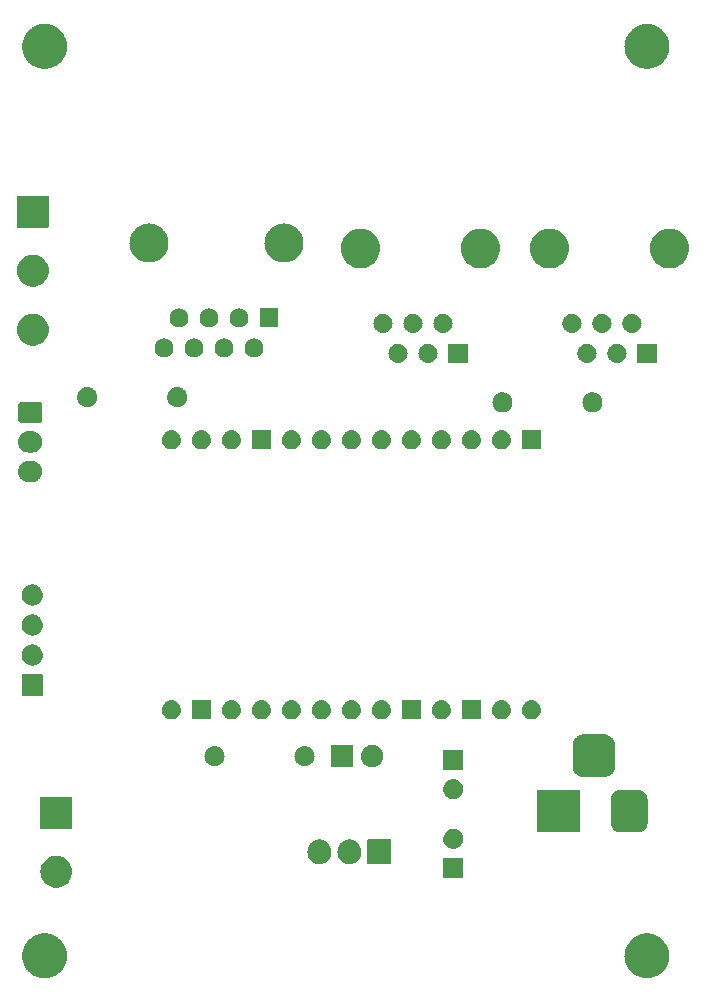
<source format=gbr>
%TF.GenerationSoftware,KiCad,Pcbnew,7.0.5*%
%TF.CreationDate,2023-07-03T18:28:24-04:00*%
%TF.ProjectId,Weather_ESP32,57656174-6865-4725-9f45-535033322e6b,v2*%
%TF.SameCoordinates,Original*%
%TF.FileFunction,Soldermask,Top*%
%TF.FilePolarity,Negative*%
%FSLAX46Y46*%
G04 Gerber Fmt 4.6, Leading zero omitted, Abs format (unit mm)*
G04 Created by KiCad (PCBNEW 7.0.5) date 2023-07-03 18:28:24*
%MOMM*%
%LPD*%
G01*
G04 APERTURE LIST*
G04 APERTURE END LIST*
G36*
X125066038Y-138103723D02*
G01*
X125129707Y-138103723D01*
X125198778Y-138113216D01*
X125270541Y-138118349D01*
X125329609Y-138131198D01*
X125386711Y-138139047D01*
X125459714Y-138159501D01*
X125535574Y-138176004D01*
X125586788Y-138195106D01*
X125636512Y-138209038D01*
X125711688Y-138241691D01*
X125789704Y-138270790D01*
X125832578Y-138294201D01*
X125874442Y-138312385D01*
X125949755Y-138358184D01*
X126027758Y-138400777D01*
X126062229Y-138426582D01*
X126096106Y-138447183D01*
X126169352Y-138506773D01*
X126244890Y-138563320D01*
X126271212Y-138589642D01*
X126297333Y-138610893D01*
X126366174Y-138684604D01*
X126436680Y-138755110D01*
X126455494Y-138780242D01*
X126474399Y-138800485D01*
X126536409Y-138888333D01*
X126599223Y-138972242D01*
X126611464Y-138994660D01*
X126624002Y-139012422D01*
X126676752Y-139114227D01*
X126729210Y-139210296D01*
X126736093Y-139228751D01*
X126743348Y-139242752D01*
X126784429Y-139358345D01*
X126823996Y-139464426D01*
X126826939Y-139477955D01*
X126830225Y-139487201D01*
X126857442Y-139618176D01*
X126881651Y-139729459D01*
X126882219Y-139737404D01*
X126883004Y-139741181D01*
X126894284Y-139906105D01*
X126901000Y-140000000D01*
X126894284Y-140093902D01*
X126883004Y-140258818D01*
X126882219Y-140262593D01*
X126881651Y-140270541D01*
X126857437Y-140381845D01*
X126830225Y-140512798D01*
X126826939Y-140522041D01*
X126823996Y-140535574D01*
X126784422Y-140641674D01*
X126743348Y-140757247D01*
X126736094Y-140771245D01*
X126729210Y-140789704D01*
X126676742Y-140885791D01*
X126624002Y-140987577D01*
X126611466Y-141005335D01*
X126599223Y-141027758D01*
X126536397Y-141111683D01*
X126474399Y-141199514D01*
X126455498Y-141219752D01*
X126436680Y-141244890D01*
X126366160Y-141315409D01*
X126297333Y-141389106D01*
X126271217Y-141410352D01*
X126244890Y-141436680D01*
X126169336Y-141493238D01*
X126096106Y-141552816D01*
X126062236Y-141573412D01*
X126027758Y-141599223D01*
X125949739Y-141641824D01*
X125874442Y-141687614D01*
X125832587Y-141705793D01*
X125789704Y-141729210D01*
X125711672Y-141758314D01*
X125636512Y-141790961D01*
X125586799Y-141804889D01*
X125535574Y-141823996D01*
X125459698Y-141840501D01*
X125386711Y-141860952D01*
X125329618Y-141868799D01*
X125270541Y-141881651D01*
X125198774Y-141886783D01*
X125129707Y-141896277D01*
X125066038Y-141896277D01*
X125000000Y-141901000D01*
X124933962Y-141896277D01*
X124870293Y-141896277D01*
X124801224Y-141886783D01*
X124729459Y-141881651D01*
X124670382Y-141868799D01*
X124613288Y-141860952D01*
X124540297Y-141840500D01*
X124464426Y-141823996D01*
X124413203Y-141804890D01*
X124363487Y-141790961D01*
X124288320Y-141758311D01*
X124210296Y-141729210D01*
X124167416Y-141705795D01*
X124125557Y-141687614D01*
X124050251Y-141641819D01*
X123972242Y-141599223D01*
X123937767Y-141573415D01*
X123903893Y-141552816D01*
X123830650Y-141493228D01*
X123755110Y-141436680D01*
X123728786Y-141410356D01*
X123702666Y-141389106D01*
X123633824Y-141315394D01*
X123563320Y-141244890D01*
X123544506Y-141219757D01*
X123525600Y-141199514D01*
X123463584Y-141111659D01*
X123400777Y-141027758D01*
X123388536Y-141005341D01*
X123375997Y-140987577D01*
X123323238Y-140885755D01*
X123270790Y-140789704D01*
X123263907Y-140771252D01*
X123256651Y-140757247D01*
X123215556Y-140641617D01*
X123176004Y-140535574D01*
X123173061Y-140522048D01*
X123169774Y-140512798D01*
X123142539Y-140381742D01*
X123118349Y-140270541D01*
X123117781Y-140262600D01*
X123116995Y-140258818D01*
X123105692Y-140093582D01*
X123099000Y-140000000D01*
X123105692Y-139906425D01*
X123116995Y-139741181D01*
X123117781Y-139737397D01*
X123118349Y-139729459D01*
X123142535Y-139618278D01*
X123169774Y-139487201D01*
X123173062Y-139477948D01*
X123176004Y-139464426D01*
X123215548Y-139358402D01*
X123256651Y-139242752D01*
X123263909Y-139228744D01*
X123270790Y-139210296D01*
X123323227Y-139114262D01*
X123375997Y-139012422D01*
X123388539Y-138994654D01*
X123400777Y-138972242D01*
X123463572Y-138888356D01*
X123525600Y-138800485D01*
X123544509Y-138780237D01*
X123563320Y-138755110D01*
X123633810Y-138684619D01*
X123702666Y-138610893D01*
X123728792Y-138589637D01*
X123755110Y-138563320D01*
X123830635Y-138506782D01*
X123903893Y-138447183D01*
X123937774Y-138426578D01*
X123972242Y-138400777D01*
X124050235Y-138358189D01*
X124125557Y-138312385D01*
X124167425Y-138294199D01*
X124210296Y-138270790D01*
X124288304Y-138241694D01*
X124363487Y-138209038D01*
X124413214Y-138195105D01*
X124464426Y-138176004D01*
X124540281Y-138159502D01*
X124613288Y-138139047D01*
X124670392Y-138131198D01*
X124729459Y-138118349D01*
X124801220Y-138113216D01*
X124870293Y-138103723D01*
X124933962Y-138103723D01*
X125000000Y-138099000D01*
X125066038Y-138103723D01*
G37*
G36*
X176066038Y-138103723D02*
G01*
X176129707Y-138103723D01*
X176198778Y-138113216D01*
X176270541Y-138118349D01*
X176329609Y-138131198D01*
X176386711Y-138139047D01*
X176459714Y-138159501D01*
X176535574Y-138176004D01*
X176586788Y-138195106D01*
X176636512Y-138209038D01*
X176711688Y-138241691D01*
X176789704Y-138270790D01*
X176832578Y-138294201D01*
X176874442Y-138312385D01*
X176949755Y-138358184D01*
X177027758Y-138400777D01*
X177062229Y-138426582D01*
X177096106Y-138447183D01*
X177169352Y-138506773D01*
X177244890Y-138563320D01*
X177271212Y-138589642D01*
X177297333Y-138610893D01*
X177366174Y-138684604D01*
X177436680Y-138755110D01*
X177455494Y-138780242D01*
X177474399Y-138800485D01*
X177536409Y-138888333D01*
X177599223Y-138972242D01*
X177611464Y-138994660D01*
X177624002Y-139012422D01*
X177676752Y-139114227D01*
X177729210Y-139210296D01*
X177736093Y-139228751D01*
X177743348Y-139242752D01*
X177784429Y-139358345D01*
X177823996Y-139464426D01*
X177826939Y-139477955D01*
X177830225Y-139487201D01*
X177857442Y-139618176D01*
X177881651Y-139729459D01*
X177882219Y-139737404D01*
X177883004Y-139741181D01*
X177894285Y-139906118D01*
X177901000Y-140000000D01*
X177894283Y-140093916D01*
X177883004Y-140258818D01*
X177882219Y-140262593D01*
X177881651Y-140270541D01*
X177857437Y-140381845D01*
X177830225Y-140512798D01*
X177826939Y-140522041D01*
X177823996Y-140535574D01*
X177784422Y-140641674D01*
X177743348Y-140757247D01*
X177736094Y-140771245D01*
X177729210Y-140789704D01*
X177676742Y-140885791D01*
X177624002Y-140987577D01*
X177611466Y-141005335D01*
X177599223Y-141027758D01*
X177536397Y-141111683D01*
X177474399Y-141199514D01*
X177455498Y-141219752D01*
X177436680Y-141244890D01*
X177366160Y-141315409D01*
X177297333Y-141389106D01*
X177271217Y-141410352D01*
X177244890Y-141436680D01*
X177169336Y-141493238D01*
X177096106Y-141552816D01*
X177062236Y-141573412D01*
X177027758Y-141599223D01*
X176949739Y-141641824D01*
X176874442Y-141687614D01*
X176832587Y-141705793D01*
X176789704Y-141729210D01*
X176711672Y-141758314D01*
X176636512Y-141790961D01*
X176586799Y-141804889D01*
X176535574Y-141823996D01*
X176459698Y-141840501D01*
X176386711Y-141860952D01*
X176329618Y-141868799D01*
X176270541Y-141881651D01*
X176198774Y-141886783D01*
X176129707Y-141896277D01*
X176066038Y-141896277D01*
X176000000Y-141901000D01*
X175933962Y-141896277D01*
X175870293Y-141896277D01*
X175801224Y-141886783D01*
X175729459Y-141881651D01*
X175670382Y-141868799D01*
X175613288Y-141860952D01*
X175540297Y-141840500D01*
X175464426Y-141823996D01*
X175413203Y-141804890D01*
X175363487Y-141790961D01*
X175288320Y-141758311D01*
X175210296Y-141729210D01*
X175167416Y-141705795D01*
X175125557Y-141687614D01*
X175050251Y-141641819D01*
X174972242Y-141599223D01*
X174937767Y-141573415D01*
X174903893Y-141552816D01*
X174830650Y-141493228D01*
X174755110Y-141436680D01*
X174728786Y-141410356D01*
X174702666Y-141389106D01*
X174633824Y-141315394D01*
X174563320Y-141244890D01*
X174544506Y-141219757D01*
X174525600Y-141199514D01*
X174463584Y-141111659D01*
X174400777Y-141027758D01*
X174388536Y-141005341D01*
X174375997Y-140987577D01*
X174323238Y-140885755D01*
X174270790Y-140789704D01*
X174263907Y-140771252D01*
X174256651Y-140757247D01*
X174215556Y-140641617D01*
X174176004Y-140535574D01*
X174173061Y-140522048D01*
X174169774Y-140512798D01*
X174142539Y-140381742D01*
X174118349Y-140270541D01*
X174117781Y-140262600D01*
X174116995Y-140258818D01*
X174105693Y-140093596D01*
X174099000Y-140000000D01*
X174105691Y-139906439D01*
X174116995Y-139741181D01*
X174117781Y-139737397D01*
X174118349Y-139729459D01*
X174142535Y-139618278D01*
X174169774Y-139487201D01*
X174173062Y-139477948D01*
X174176004Y-139464426D01*
X174215548Y-139358402D01*
X174256651Y-139242752D01*
X174263909Y-139228744D01*
X174270790Y-139210296D01*
X174323227Y-139114262D01*
X174375997Y-139012422D01*
X174388539Y-138994654D01*
X174400777Y-138972242D01*
X174463572Y-138888356D01*
X174525600Y-138800485D01*
X174544509Y-138780237D01*
X174563320Y-138755110D01*
X174633810Y-138684619D01*
X174702666Y-138610893D01*
X174728792Y-138589637D01*
X174755110Y-138563320D01*
X174830635Y-138506782D01*
X174903893Y-138447183D01*
X174937774Y-138426578D01*
X174972242Y-138400777D01*
X175050235Y-138358189D01*
X175125557Y-138312385D01*
X175167425Y-138294199D01*
X175210296Y-138270790D01*
X175288304Y-138241694D01*
X175363487Y-138209038D01*
X175413214Y-138195105D01*
X175464426Y-138176004D01*
X175540281Y-138159502D01*
X175613288Y-138139047D01*
X175670392Y-138131198D01*
X175729459Y-138118349D01*
X175801220Y-138113216D01*
X175870293Y-138103723D01*
X175933962Y-138103723D01*
X176000000Y-138099000D01*
X176066038Y-138103723D01*
G37*
G36*
X126326651Y-131590340D02*
G01*
X126537691Y-131662790D01*
X126733927Y-131768988D01*
X126910007Y-131906037D01*
X127061129Y-132070199D01*
X127183169Y-132256995D01*
X127272799Y-132461331D01*
X127327574Y-132677633D01*
X127346000Y-132900000D01*
X127327574Y-133122367D01*
X127272799Y-133338669D01*
X127183169Y-133543005D01*
X127061129Y-133729801D01*
X126910007Y-133893963D01*
X126733927Y-134031012D01*
X126537691Y-134137210D01*
X126326651Y-134209660D01*
X126106565Y-134246386D01*
X125883435Y-134246386D01*
X125663349Y-134209660D01*
X125452309Y-134137210D01*
X125256073Y-134031012D01*
X125079993Y-133893963D01*
X124928871Y-133729801D01*
X124806831Y-133543005D01*
X124717201Y-133338669D01*
X124662426Y-133122367D01*
X124644000Y-132900000D01*
X124662426Y-132677633D01*
X124717201Y-132461331D01*
X124806831Y-132256995D01*
X124928871Y-132070199D01*
X125079993Y-131906037D01*
X125256073Y-131768988D01*
X125452309Y-131662790D01*
X125663349Y-131590340D01*
X125883435Y-131553614D01*
X126106565Y-131553614D01*
X126326651Y-131590340D01*
G37*
G36*
X160419517Y-131752882D02*
G01*
X160436062Y-131763938D01*
X160447118Y-131780483D01*
X160451000Y-131800000D01*
X160451000Y-133400000D01*
X160447118Y-133419517D01*
X160436062Y-133436062D01*
X160419517Y-133447118D01*
X160400000Y-133451000D01*
X158800000Y-133451000D01*
X158780483Y-133447118D01*
X158763938Y-133436062D01*
X158752882Y-133419517D01*
X158749000Y-133400000D01*
X158749000Y-131800000D01*
X158752882Y-131780483D01*
X158763938Y-131763938D01*
X158780483Y-131752882D01*
X158800000Y-131749000D01*
X160400000Y-131749000D01*
X160419517Y-131752882D01*
G37*
G36*
X154312017Y-130152882D02*
G01*
X154328562Y-130163938D01*
X154339618Y-130180483D01*
X154343500Y-130200000D01*
X154343500Y-132200000D01*
X154339618Y-132219517D01*
X154328562Y-132236062D01*
X154312017Y-132247118D01*
X154292500Y-132251000D01*
X152387500Y-132251000D01*
X152367983Y-132247118D01*
X152351438Y-132236062D01*
X152340382Y-132219517D01*
X152336500Y-132200000D01*
X152336500Y-130200000D01*
X152340382Y-130180483D01*
X152351438Y-130163938D01*
X152367983Y-130152882D01*
X152387500Y-130149000D01*
X154292500Y-130149000D01*
X154312017Y-130152882D01*
G37*
G36*
X148261132Y-130152923D02*
G01*
X148307716Y-130150704D01*
X148356945Y-130157782D01*
X148411958Y-130160572D01*
X148456420Y-130172084D01*
X148496453Y-130177840D01*
X148549323Y-130196138D01*
X148608521Y-130211466D01*
X148644257Y-130228995D01*
X148676634Y-130240201D01*
X148730483Y-130271291D01*
X148790815Y-130300885D01*
X148817447Y-130321499D01*
X148841755Y-130335534D01*
X148893474Y-130380349D01*
X148951378Y-130425170D01*
X148969320Y-130446070D01*
X148985853Y-130460396D01*
X149032065Y-130519159D01*
X149083636Y-130579232D01*
X149094020Y-130597941D01*
X149103719Y-130610274D01*
X149140949Y-130682491D01*
X149182174Y-130756764D01*
X149186736Y-130771306D01*
X149191088Y-130779747D01*
X149215938Y-130864378D01*
X149242958Y-130950497D01*
X149243876Y-130959525D01*
X149244807Y-130962696D01*
X149254168Y-131060735D01*
X149263500Y-131152500D01*
X149263500Y-131247500D01*
X149261169Y-131293452D01*
X149258957Y-131339891D01*
X149258763Y-131340897D01*
X149258351Y-131349022D01*
X149239782Y-131439377D01*
X149222306Y-131530057D01*
X149219926Y-131536000D01*
X149217479Y-131547911D01*
X149182888Y-131628516D01*
X149151441Y-131707068D01*
X149144634Y-131717659D01*
X149137407Y-131734501D01*
X149090501Y-131801891D01*
X149048355Y-131867473D01*
X149035394Y-131881065D01*
X149021414Y-131901152D01*
X148966181Y-131953654D01*
X148916779Y-132005466D01*
X148896435Y-132019952D01*
X148874248Y-132041043D01*
X148814650Y-132078190D01*
X148761466Y-132116063D01*
X148733128Y-132129004D01*
X148701936Y-132148447D01*
X148641734Y-132170743D01*
X148588026Y-132195271D01*
X148551733Y-132204075D01*
X148511530Y-132218965D01*
X148454077Y-132227766D01*
X148402731Y-132240223D01*
X148359244Y-132242294D01*
X148310826Y-132249712D01*
X148258857Y-132247076D01*
X148212283Y-132249295D01*
X148163063Y-132242218D01*
X148108042Y-132239428D01*
X148063571Y-132227913D01*
X148023546Y-132222159D01*
X147970683Y-132203863D01*
X147911479Y-132188534D01*
X147875738Y-132171002D01*
X147843365Y-132159798D01*
X147789521Y-132128711D01*
X147729185Y-132099115D01*
X147702550Y-132078498D01*
X147678244Y-132064465D01*
X147626526Y-132019651D01*
X147568622Y-131974830D01*
X147550679Y-131953929D01*
X147534146Y-131939603D01*
X147487932Y-131880837D01*
X147436364Y-131820768D01*
X147425979Y-131802059D01*
X147416280Y-131789725D01*
X147379043Y-131717495D01*
X147337826Y-131643236D01*
X147333263Y-131628695D01*
X147328911Y-131620252D01*
X147304050Y-131535586D01*
X147277042Y-131449503D01*
X147276124Y-131440477D01*
X147275192Y-131437303D01*
X147265816Y-131339118D01*
X147256500Y-131247500D01*
X147256500Y-131152500D01*
X147258821Y-131106728D01*
X147261042Y-131060108D01*
X147261237Y-131059094D01*
X147261649Y-131050978D01*
X147280197Y-130960716D01*
X147297693Y-130869942D01*
X147300074Y-130863992D01*
X147302521Y-130852089D01*
X147337090Y-130771532D01*
X147368558Y-130692931D01*
X147375369Y-130682332D01*
X147382593Y-130665499D01*
X147429476Y-130598139D01*
X147471644Y-130532526D01*
X147484610Y-130518927D01*
X147498586Y-130498848D01*
X147553797Y-130446365D01*
X147603220Y-130394533D01*
X147623572Y-130380040D01*
X147645752Y-130358957D01*
X147705330Y-130321821D01*
X147758533Y-130283936D01*
X147786880Y-130270990D01*
X147818064Y-130251553D01*
X147878248Y-130229263D01*
X147931973Y-130204728D01*
X147968276Y-130195920D01*
X148008470Y-130181035D01*
X148065908Y-130172235D01*
X148117268Y-130159776D01*
X148160765Y-130157704D01*
X148209174Y-130150288D01*
X148261132Y-130152923D01*
G37*
G36*
X150801132Y-130152923D02*
G01*
X150847716Y-130150704D01*
X150896945Y-130157782D01*
X150951958Y-130160572D01*
X150996420Y-130172084D01*
X151036453Y-130177840D01*
X151089323Y-130196138D01*
X151148521Y-130211466D01*
X151184257Y-130228995D01*
X151216634Y-130240201D01*
X151270483Y-130271291D01*
X151330815Y-130300885D01*
X151357447Y-130321499D01*
X151381755Y-130335534D01*
X151433474Y-130380349D01*
X151491378Y-130425170D01*
X151509320Y-130446070D01*
X151525853Y-130460396D01*
X151572065Y-130519159D01*
X151623636Y-130579232D01*
X151634020Y-130597941D01*
X151643719Y-130610274D01*
X151680949Y-130682491D01*
X151722174Y-130756764D01*
X151726736Y-130771306D01*
X151731088Y-130779747D01*
X151755938Y-130864378D01*
X151782958Y-130950497D01*
X151783876Y-130959525D01*
X151784807Y-130962696D01*
X151794168Y-131060735D01*
X151803500Y-131152500D01*
X151803500Y-131247500D01*
X151801169Y-131293452D01*
X151798957Y-131339891D01*
X151798763Y-131340897D01*
X151798351Y-131349022D01*
X151779782Y-131439377D01*
X151762306Y-131530057D01*
X151759926Y-131536000D01*
X151757479Y-131547911D01*
X151722888Y-131628516D01*
X151691441Y-131707068D01*
X151684634Y-131717659D01*
X151677407Y-131734501D01*
X151630501Y-131801891D01*
X151588355Y-131867473D01*
X151575394Y-131881065D01*
X151561414Y-131901152D01*
X151506181Y-131953654D01*
X151456779Y-132005466D01*
X151436435Y-132019952D01*
X151414248Y-132041043D01*
X151354650Y-132078190D01*
X151301466Y-132116063D01*
X151273128Y-132129004D01*
X151241936Y-132148447D01*
X151181734Y-132170743D01*
X151128026Y-132195271D01*
X151091733Y-132204075D01*
X151051530Y-132218965D01*
X150994077Y-132227766D01*
X150942731Y-132240223D01*
X150899244Y-132242294D01*
X150850826Y-132249712D01*
X150798857Y-132247076D01*
X150752283Y-132249295D01*
X150703063Y-132242218D01*
X150648042Y-132239428D01*
X150603571Y-132227913D01*
X150563546Y-132222159D01*
X150510683Y-132203863D01*
X150451479Y-132188534D01*
X150415738Y-132171002D01*
X150383365Y-132159798D01*
X150329521Y-132128711D01*
X150269185Y-132099115D01*
X150242550Y-132078498D01*
X150218244Y-132064465D01*
X150166526Y-132019651D01*
X150108622Y-131974830D01*
X150090679Y-131953929D01*
X150074146Y-131939603D01*
X150027932Y-131880837D01*
X149976364Y-131820768D01*
X149965979Y-131802059D01*
X149956280Y-131789725D01*
X149919043Y-131717495D01*
X149877826Y-131643236D01*
X149873263Y-131628695D01*
X149868911Y-131620252D01*
X149844050Y-131535586D01*
X149817042Y-131449503D01*
X149816124Y-131440477D01*
X149815192Y-131437303D01*
X149805816Y-131339118D01*
X149796500Y-131247500D01*
X149796500Y-131152500D01*
X149798821Y-131106728D01*
X149801042Y-131060108D01*
X149801237Y-131059094D01*
X149801649Y-131050978D01*
X149820197Y-130960716D01*
X149837693Y-130869942D01*
X149840074Y-130863992D01*
X149842521Y-130852089D01*
X149877090Y-130771532D01*
X149908558Y-130692931D01*
X149915369Y-130682332D01*
X149922593Y-130665499D01*
X149969476Y-130598139D01*
X150011644Y-130532526D01*
X150024610Y-130518927D01*
X150038586Y-130498848D01*
X150093797Y-130446365D01*
X150143220Y-130394533D01*
X150163572Y-130380040D01*
X150185752Y-130358957D01*
X150245330Y-130321821D01*
X150298533Y-130283936D01*
X150326880Y-130270990D01*
X150358064Y-130251553D01*
X150418248Y-130229263D01*
X150471973Y-130204728D01*
X150508276Y-130195920D01*
X150548470Y-130181035D01*
X150605908Y-130172235D01*
X150657268Y-130159776D01*
X150700765Y-130157704D01*
X150749174Y-130150288D01*
X150801132Y-130152923D01*
G37*
G36*
X159641199Y-129253662D02*
G01*
X159688954Y-129253662D01*
X159730194Y-129262427D01*
X159765901Y-129265945D01*
X159810759Y-129279552D01*
X159862973Y-129290651D01*
X159896384Y-129305526D01*
X159925435Y-129314339D01*
X159971602Y-129339015D01*
X160025500Y-129363012D01*
X160050554Y-129381215D01*
X160072453Y-129392920D01*
X160117128Y-129429584D01*
X160169430Y-129467584D01*
X160186411Y-129486443D01*
X160201320Y-129498679D01*
X160241387Y-129547501D01*
X160288473Y-129599795D01*
X160298364Y-129616927D01*
X160307079Y-129627546D01*
X160339306Y-129687840D01*
X160377427Y-129753867D01*
X160381813Y-129767368D01*
X160385660Y-129774564D01*
X160406861Y-129844455D01*
X160432404Y-129923067D01*
X160433303Y-129931623D01*
X160434054Y-129934098D01*
X160441371Y-130008389D01*
X160451000Y-130100000D01*
X160441370Y-130191619D01*
X160434054Y-130265901D01*
X160433303Y-130268375D01*
X160432404Y-130276933D01*
X160406856Y-130355558D01*
X160385660Y-130425435D01*
X160381814Y-130432629D01*
X160377427Y-130446133D01*
X160339299Y-130512172D01*
X160307079Y-130572453D01*
X160298366Y-130583069D01*
X160288473Y-130600205D01*
X160241378Y-130652509D01*
X160201320Y-130701320D01*
X160186414Y-130713552D01*
X160169430Y-130732416D01*
X160117118Y-130770423D01*
X160072453Y-130807079D01*
X160050559Y-130818780D01*
X160025500Y-130836988D01*
X159971591Y-130860989D01*
X159925435Y-130885660D01*
X159896391Y-130894470D01*
X159862973Y-130909349D01*
X159810748Y-130920449D01*
X159765901Y-130934054D01*
X159730203Y-130937570D01*
X159688954Y-130946338D01*
X159641188Y-130946338D01*
X159600000Y-130950395D01*
X159558811Y-130946338D01*
X159511046Y-130946338D01*
X159469797Y-130937570D01*
X159434098Y-130934054D01*
X159389248Y-130920448D01*
X159337027Y-130909349D01*
X159303610Y-130894471D01*
X159274564Y-130885660D01*
X159228402Y-130860986D01*
X159174500Y-130836988D01*
X159149443Y-130818783D01*
X159127546Y-130807079D01*
X159082873Y-130770416D01*
X159030570Y-130732416D01*
X159013588Y-130713555D01*
X158998679Y-130701320D01*
X158958610Y-130652496D01*
X158911527Y-130600205D01*
X158901636Y-130583073D01*
X158892920Y-130572453D01*
X158860687Y-130512148D01*
X158822573Y-130446133D01*
X158818186Y-130432634D01*
X158814339Y-130425435D01*
X158793128Y-130355512D01*
X158767596Y-130276933D01*
X158766697Y-130268380D01*
X158765945Y-130265901D01*
X158758613Y-130191467D01*
X158749000Y-130100000D01*
X158758612Y-130008540D01*
X158765945Y-129934098D01*
X158766697Y-129931618D01*
X158767596Y-129923067D01*
X158793123Y-129844502D01*
X158814339Y-129774564D01*
X158818187Y-129767363D01*
X158822573Y-129753867D01*
X158860680Y-129687863D01*
X158892920Y-129627546D01*
X158901638Y-129616923D01*
X158911527Y-129599795D01*
X158958601Y-129547513D01*
X158998679Y-129498679D01*
X159013591Y-129486440D01*
X159030570Y-129467584D01*
X159082862Y-129429591D01*
X159127546Y-129392920D01*
X159149448Y-129381213D01*
X159174500Y-129363012D01*
X159228391Y-129339018D01*
X159274564Y-129314339D01*
X159303617Y-129305525D01*
X159337027Y-129290651D01*
X159389237Y-129279553D01*
X159434098Y-129265945D01*
X159469806Y-129262427D01*
X159511046Y-129253662D01*
X159558801Y-129253662D01*
X159600000Y-129249604D01*
X159641199Y-129253662D01*
G37*
G36*
X170269517Y-125960382D02*
G01*
X170286062Y-125971438D01*
X170297118Y-125987983D01*
X170301000Y-126007500D01*
X170301000Y-129507500D01*
X170297118Y-129527017D01*
X170286062Y-129543562D01*
X170269517Y-129554618D01*
X170250000Y-129558500D01*
X166750000Y-129558500D01*
X166730483Y-129554618D01*
X166713938Y-129543562D01*
X166702882Y-129527017D01*
X166699000Y-129507500D01*
X166699000Y-126007500D01*
X166702882Y-125987983D01*
X166713938Y-125971438D01*
X166730483Y-125960382D01*
X166750000Y-125956500D01*
X170250000Y-125956500D01*
X170269517Y-125960382D01*
G37*
G36*
X175261388Y-125957783D02*
G01*
X175373601Y-125966614D01*
X175398155Y-125973193D01*
X175428239Y-125976583D01*
X175485229Y-125996524D01*
X175536804Y-126010344D01*
X175563289Y-126023838D01*
X175597541Y-126035824D01*
X175643552Y-126064735D01*
X175685884Y-126086304D01*
X175713603Y-126108751D01*
X175749415Y-126131253D01*
X175783577Y-126165415D01*
X175815905Y-126191594D01*
X175842083Y-126223921D01*
X175876247Y-126258085D01*
X175898749Y-126293897D01*
X175921195Y-126321615D01*
X175942762Y-126363943D01*
X175971676Y-126409959D01*
X175983662Y-126444214D01*
X175997155Y-126470695D01*
X176010972Y-126522262D01*
X176030917Y-126579261D01*
X176034307Y-126609349D01*
X176040885Y-126633898D01*
X176049713Y-126746086D01*
X176051000Y-126757500D01*
X176051000Y-128757500D01*
X176049713Y-128768917D01*
X176040885Y-128881101D01*
X176034307Y-128905649D01*
X176030917Y-128935739D01*
X176010971Y-128992741D01*
X175997155Y-129044304D01*
X175983663Y-129070782D01*
X175971676Y-129105041D01*
X175942759Y-129151061D01*
X175921195Y-129193384D01*
X175898752Y-129221098D01*
X175876247Y-129256915D01*
X175842079Y-129291082D01*
X175815905Y-129323405D01*
X175783582Y-129349579D01*
X175749415Y-129383747D01*
X175713598Y-129406252D01*
X175685884Y-129428695D01*
X175643561Y-129450259D01*
X175597541Y-129479176D01*
X175563282Y-129491163D01*
X175536804Y-129504655D01*
X175485241Y-129518471D01*
X175428239Y-129538417D01*
X175398149Y-129541807D01*
X175373601Y-129548385D01*
X175261415Y-129557213D01*
X175250000Y-129558500D01*
X173750000Y-129558500D01*
X173738584Y-129557213D01*
X173626398Y-129548385D01*
X173601849Y-129541807D01*
X173571761Y-129538417D01*
X173514762Y-129518472D01*
X173463195Y-129504655D01*
X173436714Y-129491162D01*
X173402459Y-129479176D01*
X173356443Y-129450262D01*
X173314115Y-129428695D01*
X173286397Y-129406249D01*
X173250585Y-129383747D01*
X173216421Y-129349583D01*
X173184094Y-129323405D01*
X173157915Y-129291077D01*
X173123753Y-129256915D01*
X173101251Y-129221103D01*
X173078804Y-129193384D01*
X173057235Y-129151052D01*
X173028324Y-129105041D01*
X173016338Y-129070789D01*
X173002844Y-129044304D01*
X172989024Y-128992729D01*
X172969083Y-128935739D01*
X172965693Y-128905655D01*
X172959114Y-128881101D01*
X172950282Y-128768886D01*
X172949000Y-128757500D01*
X172949000Y-126757500D01*
X172950282Y-126746113D01*
X172959114Y-126633898D01*
X172965693Y-126609342D01*
X172969083Y-126579261D01*
X172989023Y-126522274D01*
X173002844Y-126470695D01*
X173016339Y-126444207D01*
X173028324Y-126409959D01*
X173057232Y-126363951D01*
X173078804Y-126321615D01*
X173101254Y-126293891D01*
X173123753Y-126258085D01*
X173157910Y-126223927D01*
X173184094Y-126191594D01*
X173216427Y-126165410D01*
X173250585Y-126131253D01*
X173286391Y-126108754D01*
X173314115Y-126086304D01*
X173356451Y-126064732D01*
X173402459Y-126035824D01*
X173436707Y-126023839D01*
X173463195Y-126010344D01*
X173514774Y-125996523D01*
X173571761Y-125976583D01*
X173601842Y-125973193D01*
X173626398Y-125966614D01*
X173738615Y-125957782D01*
X173750000Y-125956500D01*
X175250000Y-125956500D01*
X175261388Y-125957783D01*
G37*
G36*
X127314517Y-126552882D02*
G01*
X127331062Y-126563938D01*
X127342118Y-126580483D01*
X127346000Y-126600000D01*
X127346000Y-129200000D01*
X127342118Y-129219517D01*
X127331062Y-129236062D01*
X127314517Y-129247118D01*
X127295000Y-129251000D01*
X124695000Y-129251000D01*
X124675483Y-129247118D01*
X124658938Y-129236062D01*
X124647882Y-129219517D01*
X124644000Y-129200000D01*
X124644000Y-126600000D01*
X124647882Y-126580483D01*
X124658938Y-126563938D01*
X124675483Y-126552882D01*
X124695000Y-126549000D01*
X127295000Y-126549000D01*
X127314517Y-126552882D01*
G37*
G36*
X159641199Y-125053662D02*
G01*
X159688954Y-125053662D01*
X159730194Y-125062427D01*
X159765901Y-125065945D01*
X159810759Y-125079552D01*
X159862973Y-125090651D01*
X159896384Y-125105526D01*
X159925435Y-125114339D01*
X159971602Y-125139015D01*
X160025500Y-125163012D01*
X160050554Y-125181215D01*
X160072453Y-125192920D01*
X160117128Y-125229584D01*
X160169430Y-125267584D01*
X160186411Y-125286443D01*
X160201320Y-125298679D01*
X160241387Y-125347501D01*
X160288473Y-125399795D01*
X160298364Y-125416927D01*
X160307079Y-125427546D01*
X160339306Y-125487840D01*
X160377427Y-125553867D01*
X160381813Y-125567368D01*
X160385660Y-125574564D01*
X160406861Y-125644455D01*
X160432404Y-125723067D01*
X160433303Y-125731623D01*
X160434054Y-125734098D01*
X160441371Y-125808389D01*
X160451000Y-125900000D01*
X160441370Y-125991619D01*
X160434054Y-126065901D01*
X160433303Y-126068375D01*
X160432404Y-126076933D01*
X160406856Y-126155558D01*
X160385660Y-126225435D01*
X160381814Y-126232629D01*
X160377427Y-126246133D01*
X160339299Y-126312172D01*
X160307079Y-126372453D01*
X160298366Y-126383069D01*
X160288473Y-126400205D01*
X160241378Y-126452509D01*
X160201320Y-126501320D01*
X160186414Y-126513552D01*
X160169430Y-126532416D01*
X160117118Y-126570423D01*
X160072453Y-126607079D01*
X160050559Y-126618780D01*
X160025500Y-126636988D01*
X159971591Y-126660989D01*
X159925435Y-126685660D01*
X159896391Y-126694470D01*
X159862973Y-126709349D01*
X159810748Y-126720449D01*
X159765901Y-126734054D01*
X159730203Y-126737570D01*
X159688954Y-126746338D01*
X159641188Y-126746338D01*
X159600000Y-126750395D01*
X159558811Y-126746338D01*
X159511046Y-126746338D01*
X159469797Y-126737570D01*
X159434098Y-126734054D01*
X159389248Y-126720448D01*
X159337027Y-126709349D01*
X159303610Y-126694471D01*
X159274564Y-126685660D01*
X159228402Y-126660986D01*
X159174500Y-126636988D01*
X159149443Y-126618783D01*
X159127546Y-126607079D01*
X159082873Y-126570416D01*
X159030570Y-126532416D01*
X159013588Y-126513555D01*
X158998679Y-126501320D01*
X158958610Y-126452496D01*
X158911527Y-126400205D01*
X158901636Y-126383073D01*
X158892920Y-126372453D01*
X158860687Y-126312148D01*
X158822573Y-126246133D01*
X158818186Y-126232634D01*
X158814339Y-126225435D01*
X158793128Y-126155512D01*
X158767596Y-126076933D01*
X158766697Y-126068380D01*
X158765945Y-126065901D01*
X158758613Y-125991467D01*
X158749000Y-125900000D01*
X158758612Y-125808540D01*
X158765945Y-125734098D01*
X158766697Y-125731618D01*
X158767596Y-125723067D01*
X158793123Y-125644502D01*
X158814339Y-125574564D01*
X158818187Y-125567363D01*
X158822573Y-125553867D01*
X158860680Y-125487863D01*
X158892920Y-125427546D01*
X158901638Y-125416923D01*
X158911527Y-125399795D01*
X158958601Y-125347513D01*
X158998679Y-125298679D01*
X159013591Y-125286440D01*
X159030570Y-125267584D01*
X159082862Y-125229591D01*
X159127546Y-125192920D01*
X159149448Y-125181213D01*
X159174500Y-125163012D01*
X159228391Y-125139018D01*
X159274564Y-125114339D01*
X159303617Y-125105525D01*
X159337027Y-125090651D01*
X159389237Y-125079553D01*
X159434098Y-125065945D01*
X159469806Y-125062427D01*
X159511046Y-125053662D01*
X159558801Y-125053662D01*
X159600000Y-125049604D01*
X159641199Y-125053662D01*
G37*
G36*
X172519858Y-121267901D02*
G01*
X172540342Y-121273389D01*
X172555533Y-121274886D01*
X172628249Y-121296944D01*
X172706849Y-121318005D01*
X172720343Y-121324880D01*
X172729136Y-121327548D01*
X172801709Y-121366338D01*
X172879336Y-121405891D01*
X172886379Y-121411594D01*
X172889121Y-121413060D01*
X172958372Y-121469893D01*
X173029781Y-121527719D01*
X173087619Y-121599144D01*
X173144439Y-121668378D01*
X173145904Y-121671118D01*
X173151609Y-121678164D01*
X173191170Y-121755808D01*
X173229951Y-121828363D01*
X173232617Y-121837152D01*
X173239495Y-121850651D01*
X173260559Y-121929264D01*
X173282613Y-122001965D01*
X173284108Y-122017152D01*
X173289599Y-122037642D01*
X173301000Y-122182500D01*
X173301000Y-123932500D01*
X173289599Y-124077358D01*
X173284108Y-124097848D01*
X173282613Y-124113033D01*
X173260563Y-124185721D01*
X173239495Y-124264349D01*
X173232616Y-124277848D01*
X173229951Y-124286636D01*
X173191181Y-124359169D01*
X173151609Y-124436836D01*
X173145902Y-124443882D01*
X173144439Y-124446621D01*
X173087680Y-124515780D01*
X173029781Y-124587281D01*
X172958280Y-124645180D01*
X172889121Y-124701939D01*
X172886382Y-124703402D01*
X172879336Y-124709109D01*
X172801669Y-124748681D01*
X172729136Y-124787451D01*
X172720348Y-124790116D01*
X172706849Y-124796995D01*
X172628226Y-124818061D01*
X172555534Y-124840113D01*
X172540348Y-124841608D01*
X172519858Y-124847099D01*
X172375000Y-124858500D01*
X170625000Y-124858500D01*
X170480142Y-124847099D01*
X170459651Y-124841608D01*
X170444466Y-124840113D01*
X170371769Y-124818060D01*
X170293151Y-124796995D01*
X170279652Y-124790117D01*
X170270863Y-124787451D01*
X170198308Y-124748670D01*
X170120664Y-124709109D01*
X170113618Y-124703404D01*
X170110878Y-124701939D01*
X170041644Y-124645119D01*
X169970219Y-124587281D01*
X169912393Y-124515872D01*
X169855560Y-124446621D01*
X169854094Y-124443879D01*
X169848391Y-124436836D01*
X169808838Y-124359209D01*
X169770048Y-124286636D01*
X169767380Y-124277843D01*
X169760505Y-124264349D01*
X169739445Y-124185754D01*
X169717386Y-124113034D01*
X169715889Y-124097842D01*
X169710401Y-124077358D01*
X169699000Y-123932500D01*
X169699000Y-122182500D01*
X169710401Y-122037642D01*
X169715889Y-122017157D01*
X169717386Y-122001966D01*
X169739446Y-121929241D01*
X169760505Y-121850651D01*
X169767380Y-121837157D01*
X169770048Y-121828363D01*
X169808849Y-121755768D01*
X169848391Y-121678164D01*
X169854093Y-121671122D01*
X169855560Y-121668378D01*
X169912454Y-121599052D01*
X169970219Y-121527719D01*
X170041552Y-121469954D01*
X170110878Y-121413060D01*
X170113622Y-121411593D01*
X170120664Y-121405891D01*
X170198268Y-121366349D01*
X170270863Y-121327548D01*
X170279657Y-121324880D01*
X170293151Y-121318005D01*
X170371736Y-121296948D01*
X170444465Y-121274886D01*
X170459658Y-121273389D01*
X170480142Y-121267901D01*
X170625000Y-121256500D01*
X172375000Y-121256500D01*
X172519858Y-121267901D01*
G37*
G36*
X160419517Y-122552882D02*
G01*
X160436062Y-122563938D01*
X160447118Y-122580483D01*
X160451000Y-122600000D01*
X160451000Y-124200000D01*
X160447118Y-124219517D01*
X160436062Y-124236062D01*
X160419517Y-124247118D01*
X160400000Y-124251000D01*
X158800000Y-124251000D01*
X158780483Y-124247118D01*
X158763938Y-124236062D01*
X158752882Y-124219517D01*
X158749000Y-124200000D01*
X158749000Y-122600000D01*
X158752882Y-122580483D01*
X158763938Y-122563938D01*
X158780483Y-122552882D01*
X158800000Y-122549000D01*
X160400000Y-122549000D01*
X160419517Y-122552882D01*
G37*
G36*
X151109517Y-122152882D02*
G01*
X151126062Y-122163938D01*
X151137118Y-122180483D01*
X151141000Y-122200000D01*
X151141000Y-124000000D01*
X151137118Y-124019517D01*
X151126062Y-124036062D01*
X151109517Y-124047118D01*
X151090000Y-124051000D01*
X149290000Y-124051000D01*
X149270483Y-124047118D01*
X149253938Y-124036062D01*
X149242882Y-124019517D01*
X149239000Y-124000000D01*
X149239000Y-122200000D01*
X149242882Y-122180483D01*
X149253938Y-122163938D01*
X149270483Y-122152882D01*
X149290000Y-122149000D01*
X151090000Y-122149000D01*
X151109517Y-122152882D01*
G37*
G36*
X152776604Y-122153590D02*
G01*
X152817696Y-122153590D01*
X152863456Y-122162144D01*
X152915531Y-122167273D01*
X152955091Y-122179273D01*
X152990111Y-122185820D01*
X153038617Y-122204611D01*
X153093932Y-122221391D01*
X153125534Y-122238282D01*
X153153656Y-122249177D01*
X153202513Y-122279428D01*
X153258347Y-122309272D01*
X153281809Y-122328526D01*
X153302784Y-122341514D01*
X153349256Y-122383879D01*
X153402459Y-122427541D01*
X153418224Y-122446751D01*
X153432400Y-122459674D01*
X153473557Y-122514174D01*
X153520728Y-122571653D01*
X153529848Y-122588717D01*
X153538099Y-122599642D01*
X153570925Y-122665566D01*
X153608609Y-122736068D01*
X153612628Y-122749316D01*
X153616282Y-122756655D01*
X153637864Y-122832507D01*
X153662727Y-122914469D01*
X153663543Y-122922762D01*
X153664280Y-122925350D01*
X153671937Y-123007989D01*
X153681000Y-123100000D01*
X153671935Y-123192033D01*
X153664280Y-123274649D01*
X153663544Y-123277235D01*
X153662727Y-123285531D01*
X153637859Y-123367507D01*
X153616282Y-123443344D01*
X153612628Y-123450680D01*
X153608609Y-123463932D01*
X153570917Y-123534447D01*
X153538099Y-123600357D01*
X153529850Y-123611279D01*
X153520728Y-123628347D01*
X153473547Y-123685836D01*
X153432400Y-123740325D01*
X153418227Y-123753244D01*
X153402459Y-123772459D01*
X153349245Y-123816129D01*
X153302784Y-123858485D01*
X153281814Y-123871469D01*
X153258347Y-123890728D01*
X153202502Y-123920577D01*
X153153656Y-123950822D01*
X153125541Y-123961713D01*
X153093932Y-123978609D01*
X153038605Y-123995392D01*
X152990111Y-124014179D01*
X152955098Y-124020724D01*
X152915531Y-124032727D01*
X152863453Y-124037856D01*
X152817696Y-124046410D01*
X152776604Y-124046410D01*
X152730000Y-124051000D01*
X152683396Y-124046410D01*
X152642304Y-124046410D01*
X152596545Y-124037856D01*
X152544469Y-124032727D01*
X152504902Y-124020724D01*
X152469888Y-124014179D01*
X152421389Y-123995390D01*
X152366068Y-123978609D01*
X152334461Y-123961714D01*
X152306343Y-123950822D01*
X152257490Y-123920573D01*
X152201653Y-123890728D01*
X152178188Y-123871471D01*
X152157215Y-123858485D01*
X152110744Y-123816121D01*
X152057541Y-123772459D01*
X152041775Y-123753248D01*
X152027599Y-123740325D01*
X151986439Y-123685821D01*
X151939272Y-123628347D01*
X151930151Y-123611284D01*
X151921900Y-123600357D01*
X151889067Y-123534420D01*
X151851391Y-123463932D01*
X151847372Y-123450685D01*
X151843717Y-123443344D01*
X151822124Y-123367454D01*
X151797273Y-123285531D01*
X151796456Y-123277241D01*
X151795719Y-123274649D01*
X151788046Y-123191854D01*
X151779000Y-123100000D01*
X151788045Y-123008153D01*
X151795719Y-122925350D01*
X151796456Y-122922757D01*
X151797273Y-122914469D01*
X151822119Y-122832560D01*
X151843717Y-122756655D01*
X151847373Y-122749311D01*
X151851391Y-122736068D01*
X151889060Y-122665593D01*
X151921900Y-122599642D01*
X151930153Y-122588712D01*
X151939272Y-122571653D01*
X151986430Y-122514190D01*
X152027599Y-122459674D01*
X152041778Y-122446747D01*
X152057541Y-122427541D01*
X152110733Y-122383887D01*
X152157215Y-122341514D01*
X152178193Y-122328524D01*
X152201653Y-122309272D01*
X152257478Y-122279432D01*
X152306343Y-122249177D01*
X152334467Y-122238281D01*
X152366068Y-122221391D01*
X152421377Y-122204612D01*
X152469888Y-122185820D01*
X152504909Y-122179273D01*
X152544469Y-122167273D01*
X152596542Y-122162144D01*
X152642304Y-122153590D01*
X152683396Y-122153590D01*
X152730000Y-122149000D01*
X152776604Y-122153590D01*
G37*
G36*
X139431199Y-122253662D02*
G01*
X139478954Y-122253662D01*
X139520194Y-122262427D01*
X139555901Y-122265945D01*
X139600759Y-122279552D01*
X139652973Y-122290651D01*
X139686384Y-122305526D01*
X139715435Y-122314339D01*
X139761602Y-122339015D01*
X139815500Y-122363012D01*
X139840554Y-122381215D01*
X139862453Y-122392920D01*
X139907128Y-122429584D01*
X139959430Y-122467584D01*
X139976411Y-122486443D01*
X139991320Y-122498679D01*
X140031387Y-122547501D01*
X140078473Y-122599795D01*
X140088364Y-122616927D01*
X140097079Y-122627546D01*
X140129306Y-122687840D01*
X140167427Y-122753867D01*
X140171813Y-122767368D01*
X140175660Y-122774564D01*
X140196861Y-122844455D01*
X140222404Y-122923067D01*
X140223303Y-122931623D01*
X140224054Y-122934098D01*
X140231371Y-123008389D01*
X140241000Y-123100000D01*
X140231370Y-123191619D01*
X140224054Y-123265901D01*
X140223303Y-123268375D01*
X140222404Y-123276933D01*
X140196856Y-123355558D01*
X140175660Y-123425435D01*
X140171814Y-123432629D01*
X140167427Y-123446133D01*
X140129299Y-123512172D01*
X140097079Y-123572453D01*
X140088366Y-123583069D01*
X140078473Y-123600205D01*
X140031378Y-123652509D01*
X139991320Y-123701320D01*
X139976414Y-123713552D01*
X139959430Y-123732416D01*
X139907118Y-123770423D01*
X139862453Y-123807079D01*
X139840559Y-123818780D01*
X139815500Y-123836988D01*
X139761591Y-123860989D01*
X139715435Y-123885660D01*
X139686391Y-123894470D01*
X139652973Y-123909349D01*
X139600748Y-123920449D01*
X139555901Y-123934054D01*
X139520203Y-123937570D01*
X139478954Y-123946338D01*
X139431188Y-123946338D01*
X139390000Y-123950395D01*
X139348811Y-123946338D01*
X139301046Y-123946338D01*
X139259797Y-123937570D01*
X139224098Y-123934054D01*
X139179248Y-123920448D01*
X139127027Y-123909349D01*
X139093610Y-123894471D01*
X139064564Y-123885660D01*
X139018402Y-123860986D01*
X138964500Y-123836988D01*
X138939443Y-123818783D01*
X138917546Y-123807079D01*
X138872873Y-123770416D01*
X138820570Y-123732416D01*
X138803588Y-123713555D01*
X138788679Y-123701320D01*
X138748610Y-123652496D01*
X138701527Y-123600205D01*
X138691636Y-123583073D01*
X138682920Y-123572453D01*
X138650687Y-123512148D01*
X138612573Y-123446133D01*
X138608186Y-123432634D01*
X138604339Y-123425435D01*
X138583128Y-123355512D01*
X138557596Y-123276933D01*
X138556697Y-123268380D01*
X138555945Y-123265901D01*
X138548614Y-123191474D01*
X138539000Y-123100000D01*
X138548611Y-123008547D01*
X138555945Y-122934098D01*
X138556697Y-122931618D01*
X138557596Y-122923067D01*
X138583123Y-122844502D01*
X138604339Y-122774564D01*
X138608187Y-122767363D01*
X138612573Y-122753867D01*
X138650680Y-122687863D01*
X138682920Y-122627546D01*
X138691638Y-122616923D01*
X138701527Y-122599795D01*
X138748601Y-122547513D01*
X138788679Y-122498679D01*
X138803591Y-122486440D01*
X138820570Y-122467584D01*
X138872862Y-122429591D01*
X138917546Y-122392920D01*
X138939448Y-122381213D01*
X138964500Y-122363012D01*
X139018391Y-122339018D01*
X139064564Y-122314339D01*
X139093617Y-122305525D01*
X139127027Y-122290651D01*
X139179237Y-122279553D01*
X139224098Y-122265945D01*
X139259806Y-122262427D01*
X139301046Y-122253662D01*
X139348801Y-122253662D01*
X139390000Y-122249604D01*
X139431199Y-122253662D01*
G37*
G36*
X147051199Y-122253662D02*
G01*
X147098954Y-122253662D01*
X147140194Y-122262427D01*
X147175901Y-122265945D01*
X147220759Y-122279552D01*
X147272973Y-122290651D01*
X147306384Y-122305526D01*
X147335435Y-122314339D01*
X147381602Y-122339015D01*
X147435500Y-122363012D01*
X147460554Y-122381215D01*
X147482453Y-122392920D01*
X147527128Y-122429584D01*
X147579430Y-122467584D01*
X147596411Y-122486443D01*
X147611320Y-122498679D01*
X147651387Y-122547501D01*
X147698473Y-122599795D01*
X147708364Y-122616927D01*
X147717079Y-122627546D01*
X147749306Y-122687840D01*
X147787427Y-122753867D01*
X147791813Y-122767368D01*
X147795660Y-122774564D01*
X147816861Y-122844455D01*
X147842404Y-122923067D01*
X147843303Y-122931623D01*
X147844054Y-122934098D01*
X147851371Y-123008389D01*
X147861000Y-123100000D01*
X147851370Y-123191619D01*
X147844054Y-123265901D01*
X147843303Y-123268375D01*
X147842404Y-123276933D01*
X147816856Y-123355558D01*
X147795660Y-123425435D01*
X147791814Y-123432629D01*
X147787427Y-123446133D01*
X147749299Y-123512172D01*
X147717079Y-123572453D01*
X147708366Y-123583069D01*
X147698473Y-123600205D01*
X147651378Y-123652509D01*
X147611320Y-123701320D01*
X147596414Y-123713552D01*
X147579430Y-123732416D01*
X147527118Y-123770423D01*
X147482453Y-123807079D01*
X147460559Y-123818780D01*
X147435500Y-123836988D01*
X147381591Y-123860989D01*
X147335435Y-123885660D01*
X147306391Y-123894470D01*
X147272973Y-123909349D01*
X147220748Y-123920449D01*
X147175901Y-123934054D01*
X147140203Y-123937570D01*
X147098954Y-123946338D01*
X147051188Y-123946338D01*
X147009999Y-123950395D01*
X146968811Y-123946338D01*
X146921046Y-123946338D01*
X146879797Y-123937570D01*
X146844098Y-123934054D01*
X146799248Y-123920448D01*
X146747027Y-123909349D01*
X146713610Y-123894471D01*
X146684564Y-123885660D01*
X146638402Y-123860986D01*
X146584500Y-123836988D01*
X146559443Y-123818783D01*
X146537546Y-123807079D01*
X146492873Y-123770416D01*
X146440570Y-123732416D01*
X146423588Y-123713555D01*
X146408679Y-123701320D01*
X146368610Y-123652496D01*
X146321527Y-123600205D01*
X146311636Y-123583073D01*
X146302920Y-123572453D01*
X146270687Y-123512148D01*
X146232573Y-123446133D01*
X146228186Y-123432634D01*
X146224339Y-123425435D01*
X146203128Y-123355512D01*
X146177596Y-123276933D01*
X146176697Y-123268380D01*
X146175945Y-123265901D01*
X146168613Y-123191467D01*
X146159000Y-123100000D01*
X146168612Y-123008540D01*
X146175945Y-122934098D01*
X146176697Y-122931618D01*
X146177596Y-122923067D01*
X146203123Y-122844502D01*
X146224339Y-122774564D01*
X146228187Y-122767363D01*
X146232573Y-122753867D01*
X146270680Y-122687863D01*
X146302920Y-122627546D01*
X146311638Y-122616923D01*
X146321527Y-122599795D01*
X146368601Y-122547513D01*
X146408679Y-122498679D01*
X146423591Y-122486440D01*
X146440570Y-122467584D01*
X146492862Y-122429591D01*
X146537546Y-122392920D01*
X146559448Y-122381213D01*
X146584500Y-122363012D01*
X146638391Y-122339018D01*
X146684564Y-122314339D01*
X146713617Y-122305525D01*
X146747027Y-122290651D01*
X146799237Y-122279553D01*
X146844098Y-122265945D01*
X146879806Y-122262427D01*
X146921046Y-122253662D01*
X146968801Y-122253662D01*
X147010000Y-122249604D01*
X147051199Y-122253662D01*
G37*
G36*
X135785280Y-118378258D02*
G01*
X135824592Y-118378258D01*
X135868938Y-118387684D01*
X135920590Y-118393504D01*
X135958150Y-118406647D01*
X135990697Y-118413565D01*
X136037597Y-118434446D01*
X136092427Y-118453632D01*
X136120967Y-118471565D01*
X136145835Y-118482637D01*
X136192203Y-118516325D01*
X136246577Y-118550491D01*
X136266103Y-118570017D01*
X136283222Y-118582455D01*
X136325540Y-118629454D01*
X136375309Y-118679223D01*
X136386756Y-118697442D01*
X136396853Y-118708655D01*
X136431396Y-118768485D01*
X136472168Y-118833373D01*
X136477257Y-118847919D01*
X136481764Y-118855724D01*
X136504837Y-118926738D01*
X136532296Y-119005210D01*
X136533337Y-119014451D01*
X136534240Y-119017230D01*
X136542426Y-119095120D01*
X136552680Y-119186120D01*
X136542424Y-119277140D01*
X136534240Y-119355009D01*
X136533337Y-119357786D01*
X136532296Y-119367030D01*
X136504833Y-119445514D01*
X136481764Y-119516515D01*
X136477258Y-119524318D01*
X136472168Y-119538867D01*
X136431389Y-119603765D01*
X136396853Y-119663584D01*
X136386758Y-119674794D01*
X136375309Y-119693017D01*
X136325531Y-119742794D01*
X136283222Y-119789784D01*
X136266107Y-119802218D01*
X136246577Y-119821749D01*
X136192192Y-119855920D01*
X136145835Y-119889602D01*
X136120973Y-119900671D01*
X136092427Y-119918608D01*
X136037586Y-119937797D01*
X135990697Y-119958674D01*
X135958156Y-119965590D01*
X135920590Y-119978736D01*
X135868935Y-119984556D01*
X135824592Y-119993982D01*
X135785280Y-119993982D01*
X135739680Y-119999120D01*
X135694080Y-119993982D01*
X135654768Y-119993982D01*
X135610424Y-119984556D01*
X135558770Y-119978736D01*
X135521204Y-119965591D01*
X135488662Y-119958674D01*
X135441768Y-119937795D01*
X135386933Y-119918608D01*
X135358389Y-119900672D01*
X135333524Y-119889602D01*
X135287159Y-119855916D01*
X135232783Y-119821749D01*
X135213255Y-119802221D01*
X135196137Y-119789784D01*
X135153818Y-119742784D01*
X135104051Y-119693017D01*
X135092603Y-119674798D01*
X135082506Y-119663584D01*
X135047958Y-119603746D01*
X135007192Y-119538867D01*
X135002102Y-119524322D01*
X134997595Y-119516515D01*
X134974512Y-119445474D01*
X134947064Y-119367030D01*
X134946023Y-119357791D01*
X134945119Y-119355009D01*
X134936920Y-119277008D01*
X134926680Y-119186120D01*
X134936918Y-119095252D01*
X134945119Y-119017230D01*
X134946023Y-119014447D01*
X134947064Y-119005210D01*
X134974508Y-118926778D01*
X134997595Y-118855724D01*
X135002103Y-118847914D01*
X135007192Y-118833373D01*
X135047951Y-118768505D01*
X135082506Y-118708655D01*
X135092605Y-118697438D01*
X135104051Y-118679223D01*
X135153810Y-118629463D01*
X135196139Y-118582453D01*
X135213260Y-118570013D01*
X135232783Y-118550491D01*
X135287144Y-118516333D01*
X135333522Y-118482638D01*
X135358393Y-118471564D01*
X135386933Y-118453632D01*
X135441761Y-118434446D01*
X135488663Y-118413565D01*
X135521209Y-118406647D01*
X135558770Y-118393504D01*
X135610421Y-118387684D01*
X135654768Y-118378258D01*
X135694080Y-118378258D01*
X135739680Y-118373120D01*
X135785280Y-118378258D01*
G37*
G36*
X139061197Y-118377002D02*
G01*
X139077742Y-118388058D01*
X139088798Y-118404603D01*
X139092680Y-118424120D01*
X139092680Y-119948120D01*
X139088798Y-119967637D01*
X139077742Y-119984182D01*
X139061197Y-119995238D01*
X139041680Y-119999120D01*
X137517680Y-119999120D01*
X137498163Y-119995238D01*
X137481618Y-119984182D01*
X137470562Y-119967637D01*
X137466680Y-119948120D01*
X137466680Y-118424120D01*
X137470562Y-118404603D01*
X137481618Y-118388058D01*
X137498163Y-118377002D01*
X137517680Y-118373120D01*
X139041680Y-118373120D01*
X139061197Y-118377002D01*
G37*
G36*
X140865280Y-118378258D02*
G01*
X140904592Y-118378258D01*
X140948938Y-118387684D01*
X141000590Y-118393504D01*
X141038150Y-118406647D01*
X141070697Y-118413565D01*
X141117597Y-118434446D01*
X141172427Y-118453632D01*
X141200967Y-118471565D01*
X141225835Y-118482637D01*
X141272203Y-118516325D01*
X141326577Y-118550491D01*
X141346103Y-118570017D01*
X141363222Y-118582455D01*
X141405540Y-118629454D01*
X141455309Y-118679223D01*
X141466756Y-118697442D01*
X141476853Y-118708655D01*
X141511396Y-118768485D01*
X141552168Y-118833373D01*
X141557257Y-118847919D01*
X141561764Y-118855724D01*
X141584837Y-118926738D01*
X141612296Y-119005210D01*
X141613337Y-119014451D01*
X141614240Y-119017230D01*
X141622425Y-119095113D01*
X141632680Y-119186120D01*
X141622425Y-119277133D01*
X141614240Y-119355009D01*
X141613337Y-119357786D01*
X141612296Y-119367030D01*
X141584833Y-119445514D01*
X141561764Y-119516515D01*
X141557258Y-119524318D01*
X141552168Y-119538867D01*
X141511389Y-119603765D01*
X141476853Y-119663584D01*
X141466758Y-119674794D01*
X141455309Y-119693017D01*
X141405531Y-119742794D01*
X141363222Y-119789784D01*
X141346107Y-119802218D01*
X141326577Y-119821749D01*
X141272192Y-119855920D01*
X141225835Y-119889602D01*
X141200973Y-119900671D01*
X141172427Y-119918608D01*
X141117586Y-119937797D01*
X141070697Y-119958674D01*
X141038156Y-119965590D01*
X141000590Y-119978736D01*
X140948935Y-119984556D01*
X140904592Y-119993982D01*
X140865280Y-119993982D01*
X140819680Y-119999120D01*
X140774080Y-119993982D01*
X140734768Y-119993982D01*
X140690424Y-119984556D01*
X140638770Y-119978736D01*
X140601204Y-119965591D01*
X140568662Y-119958674D01*
X140521768Y-119937795D01*
X140466933Y-119918608D01*
X140438389Y-119900672D01*
X140413524Y-119889602D01*
X140367159Y-119855916D01*
X140312783Y-119821749D01*
X140293255Y-119802221D01*
X140276137Y-119789784D01*
X140233818Y-119742784D01*
X140184051Y-119693017D01*
X140172603Y-119674798D01*
X140162506Y-119663584D01*
X140127958Y-119603746D01*
X140087192Y-119538867D01*
X140082102Y-119524322D01*
X140077595Y-119516515D01*
X140054512Y-119445474D01*
X140027064Y-119367030D01*
X140026023Y-119357791D01*
X140025119Y-119355009D01*
X140016920Y-119277001D01*
X140006680Y-119186120D01*
X140016919Y-119095245D01*
X140025119Y-119017230D01*
X140026023Y-119014447D01*
X140027064Y-119005210D01*
X140054508Y-118926778D01*
X140077595Y-118855724D01*
X140082103Y-118847914D01*
X140087192Y-118833373D01*
X140127951Y-118768505D01*
X140162506Y-118708655D01*
X140172605Y-118697438D01*
X140184051Y-118679223D01*
X140233810Y-118629463D01*
X140276139Y-118582453D01*
X140293260Y-118570013D01*
X140312783Y-118550491D01*
X140367144Y-118516333D01*
X140413522Y-118482638D01*
X140438393Y-118471564D01*
X140466933Y-118453632D01*
X140521761Y-118434446D01*
X140568663Y-118413565D01*
X140601209Y-118406647D01*
X140638770Y-118393504D01*
X140690421Y-118387684D01*
X140734768Y-118378258D01*
X140774080Y-118378258D01*
X140819680Y-118373120D01*
X140865280Y-118378258D01*
G37*
G36*
X143405280Y-118378258D02*
G01*
X143444592Y-118378258D01*
X143488938Y-118387684D01*
X143540590Y-118393504D01*
X143578150Y-118406647D01*
X143610697Y-118413565D01*
X143657597Y-118434446D01*
X143712427Y-118453632D01*
X143740967Y-118471565D01*
X143765835Y-118482637D01*
X143812203Y-118516325D01*
X143866577Y-118550491D01*
X143886103Y-118570017D01*
X143903222Y-118582455D01*
X143945540Y-118629454D01*
X143995309Y-118679223D01*
X144006756Y-118697442D01*
X144016853Y-118708655D01*
X144051396Y-118768485D01*
X144092168Y-118833373D01*
X144097257Y-118847919D01*
X144101764Y-118855724D01*
X144124837Y-118926738D01*
X144152296Y-119005210D01*
X144153337Y-119014451D01*
X144154240Y-119017230D01*
X144162426Y-119095120D01*
X144172680Y-119186120D01*
X144162424Y-119277140D01*
X144154240Y-119355009D01*
X144153337Y-119357786D01*
X144152296Y-119367030D01*
X144124833Y-119445514D01*
X144101764Y-119516515D01*
X144097258Y-119524318D01*
X144092168Y-119538867D01*
X144051389Y-119603765D01*
X144016853Y-119663584D01*
X144006758Y-119674794D01*
X143995309Y-119693017D01*
X143945531Y-119742794D01*
X143903222Y-119789784D01*
X143886107Y-119802218D01*
X143866577Y-119821749D01*
X143812192Y-119855920D01*
X143765835Y-119889602D01*
X143740973Y-119900671D01*
X143712427Y-119918608D01*
X143657586Y-119937797D01*
X143610697Y-119958674D01*
X143578156Y-119965590D01*
X143540590Y-119978736D01*
X143488935Y-119984556D01*
X143444592Y-119993982D01*
X143405280Y-119993982D01*
X143359680Y-119999120D01*
X143314080Y-119993982D01*
X143274768Y-119993982D01*
X143230424Y-119984556D01*
X143178770Y-119978736D01*
X143141204Y-119965591D01*
X143108662Y-119958674D01*
X143061768Y-119937795D01*
X143006933Y-119918608D01*
X142978389Y-119900672D01*
X142953524Y-119889602D01*
X142907159Y-119855916D01*
X142852783Y-119821749D01*
X142833255Y-119802221D01*
X142816137Y-119789784D01*
X142773818Y-119742784D01*
X142724051Y-119693017D01*
X142712603Y-119674798D01*
X142702506Y-119663584D01*
X142667958Y-119603746D01*
X142627192Y-119538867D01*
X142622102Y-119524322D01*
X142617595Y-119516515D01*
X142594512Y-119445474D01*
X142567064Y-119367030D01*
X142566023Y-119357791D01*
X142565119Y-119355009D01*
X142556920Y-119277001D01*
X142546680Y-119186120D01*
X142556919Y-119095245D01*
X142565119Y-119017230D01*
X142566023Y-119014447D01*
X142567064Y-119005210D01*
X142594508Y-118926778D01*
X142617595Y-118855724D01*
X142622103Y-118847914D01*
X142627192Y-118833373D01*
X142667951Y-118768505D01*
X142702506Y-118708655D01*
X142712605Y-118697438D01*
X142724051Y-118679223D01*
X142773810Y-118629463D01*
X142816139Y-118582453D01*
X142833260Y-118570013D01*
X142852783Y-118550491D01*
X142907144Y-118516333D01*
X142953522Y-118482638D01*
X142978393Y-118471564D01*
X143006933Y-118453632D01*
X143061761Y-118434446D01*
X143108663Y-118413565D01*
X143141209Y-118406647D01*
X143178770Y-118393504D01*
X143230421Y-118387684D01*
X143274768Y-118378258D01*
X143314080Y-118378258D01*
X143359680Y-118373120D01*
X143405280Y-118378258D01*
G37*
G36*
X145945280Y-118378258D02*
G01*
X145984592Y-118378258D01*
X146028938Y-118387684D01*
X146080590Y-118393504D01*
X146118150Y-118406647D01*
X146150697Y-118413565D01*
X146197597Y-118434446D01*
X146252427Y-118453632D01*
X146280967Y-118471565D01*
X146305835Y-118482637D01*
X146352203Y-118516325D01*
X146406577Y-118550491D01*
X146426103Y-118570017D01*
X146443222Y-118582455D01*
X146485540Y-118629454D01*
X146535309Y-118679223D01*
X146546756Y-118697442D01*
X146556853Y-118708655D01*
X146591396Y-118768485D01*
X146632168Y-118833373D01*
X146637257Y-118847919D01*
X146641764Y-118855724D01*
X146664837Y-118926738D01*
X146692296Y-119005210D01*
X146693337Y-119014451D01*
X146694240Y-119017230D01*
X146702426Y-119095120D01*
X146712680Y-119186120D01*
X146702424Y-119277140D01*
X146694240Y-119355009D01*
X146693337Y-119357786D01*
X146692296Y-119367030D01*
X146664833Y-119445514D01*
X146641764Y-119516515D01*
X146637258Y-119524318D01*
X146632168Y-119538867D01*
X146591389Y-119603765D01*
X146556853Y-119663584D01*
X146546758Y-119674794D01*
X146535309Y-119693017D01*
X146485531Y-119742794D01*
X146443222Y-119789784D01*
X146426107Y-119802218D01*
X146406577Y-119821749D01*
X146352192Y-119855920D01*
X146305835Y-119889602D01*
X146280973Y-119900671D01*
X146252427Y-119918608D01*
X146197586Y-119937797D01*
X146150697Y-119958674D01*
X146118156Y-119965590D01*
X146080590Y-119978736D01*
X146028935Y-119984556D01*
X145984592Y-119993982D01*
X145945280Y-119993982D01*
X145899680Y-119999120D01*
X145854080Y-119993982D01*
X145814768Y-119993982D01*
X145770424Y-119984556D01*
X145718770Y-119978736D01*
X145681204Y-119965591D01*
X145648662Y-119958674D01*
X145601768Y-119937795D01*
X145546933Y-119918608D01*
X145518389Y-119900672D01*
X145493524Y-119889602D01*
X145447159Y-119855916D01*
X145392783Y-119821749D01*
X145373255Y-119802221D01*
X145356137Y-119789784D01*
X145313818Y-119742784D01*
X145264051Y-119693017D01*
X145252603Y-119674798D01*
X145242506Y-119663584D01*
X145207958Y-119603746D01*
X145167192Y-119538867D01*
X145162102Y-119524322D01*
X145157595Y-119516515D01*
X145134512Y-119445474D01*
X145107064Y-119367030D01*
X145106023Y-119357791D01*
X145105119Y-119355009D01*
X145096920Y-119277008D01*
X145086680Y-119186120D01*
X145096918Y-119095252D01*
X145105119Y-119017230D01*
X145106023Y-119014447D01*
X145107064Y-119005210D01*
X145134508Y-118926778D01*
X145157595Y-118855724D01*
X145162103Y-118847914D01*
X145167192Y-118833373D01*
X145207951Y-118768505D01*
X145242506Y-118708655D01*
X145252605Y-118697438D01*
X145264051Y-118679223D01*
X145313810Y-118629463D01*
X145356139Y-118582453D01*
X145373260Y-118570013D01*
X145392783Y-118550491D01*
X145447144Y-118516333D01*
X145493522Y-118482638D01*
X145518393Y-118471564D01*
X145546933Y-118453632D01*
X145601761Y-118434446D01*
X145648663Y-118413565D01*
X145681209Y-118406647D01*
X145718770Y-118393504D01*
X145770421Y-118387684D01*
X145814768Y-118378258D01*
X145854080Y-118378258D01*
X145899680Y-118373120D01*
X145945280Y-118378258D01*
G37*
G36*
X148485280Y-118378258D02*
G01*
X148524592Y-118378258D01*
X148568938Y-118387684D01*
X148620590Y-118393504D01*
X148658150Y-118406647D01*
X148690697Y-118413565D01*
X148737597Y-118434446D01*
X148792427Y-118453632D01*
X148820967Y-118471565D01*
X148845835Y-118482637D01*
X148892203Y-118516325D01*
X148946577Y-118550491D01*
X148966103Y-118570017D01*
X148983222Y-118582455D01*
X149025540Y-118629454D01*
X149075309Y-118679223D01*
X149086756Y-118697442D01*
X149096853Y-118708655D01*
X149131396Y-118768485D01*
X149172168Y-118833373D01*
X149177257Y-118847919D01*
X149181764Y-118855724D01*
X149204837Y-118926738D01*
X149232296Y-119005210D01*
X149233337Y-119014451D01*
X149234240Y-119017230D01*
X149242426Y-119095120D01*
X149252680Y-119186120D01*
X149242424Y-119277140D01*
X149234240Y-119355009D01*
X149233337Y-119357786D01*
X149232296Y-119367030D01*
X149204833Y-119445514D01*
X149181764Y-119516515D01*
X149177258Y-119524318D01*
X149172168Y-119538867D01*
X149131389Y-119603765D01*
X149096853Y-119663584D01*
X149086758Y-119674794D01*
X149075309Y-119693017D01*
X149025531Y-119742794D01*
X148983222Y-119789784D01*
X148966107Y-119802218D01*
X148946577Y-119821749D01*
X148892192Y-119855920D01*
X148845835Y-119889602D01*
X148820973Y-119900671D01*
X148792427Y-119918608D01*
X148737586Y-119937797D01*
X148690697Y-119958674D01*
X148658156Y-119965590D01*
X148620590Y-119978736D01*
X148568935Y-119984556D01*
X148524592Y-119993982D01*
X148485280Y-119993982D01*
X148439680Y-119999120D01*
X148394080Y-119993982D01*
X148354768Y-119993982D01*
X148310424Y-119984556D01*
X148258770Y-119978736D01*
X148221204Y-119965591D01*
X148188662Y-119958674D01*
X148141768Y-119937795D01*
X148086933Y-119918608D01*
X148058389Y-119900672D01*
X148033524Y-119889602D01*
X147987159Y-119855916D01*
X147932783Y-119821749D01*
X147913255Y-119802221D01*
X147896137Y-119789784D01*
X147853818Y-119742784D01*
X147804051Y-119693017D01*
X147792603Y-119674798D01*
X147782506Y-119663584D01*
X147747958Y-119603746D01*
X147707192Y-119538867D01*
X147702102Y-119524322D01*
X147697595Y-119516515D01*
X147674512Y-119445474D01*
X147647064Y-119367030D01*
X147646023Y-119357791D01*
X147645119Y-119355009D01*
X147636920Y-119277008D01*
X147626680Y-119186120D01*
X147636918Y-119095252D01*
X147645119Y-119017230D01*
X147646023Y-119014447D01*
X147647064Y-119005210D01*
X147674508Y-118926778D01*
X147697595Y-118855724D01*
X147702103Y-118847914D01*
X147707192Y-118833373D01*
X147747951Y-118768505D01*
X147782506Y-118708655D01*
X147792605Y-118697438D01*
X147804051Y-118679223D01*
X147853810Y-118629463D01*
X147896139Y-118582453D01*
X147913260Y-118570013D01*
X147932783Y-118550491D01*
X147987144Y-118516333D01*
X148033522Y-118482638D01*
X148058393Y-118471564D01*
X148086933Y-118453632D01*
X148141761Y-118434446D01*
X148188663Y-118413565D01*
X148221209Y-118406647D01*
X148258770Y-118393504D01*
X148310421Y-118387684D01*
X148354768Y-118378258D01*
X148394080Y-118378258D01*
X148439680Y-118373120D01*
X148485280Y-118378258D01*
G37*
G36*
X151025280Y-118378258D02*
G01*
X151064592Y-118378258D01*
X151108938Y-118387684D01*
X151160590Y-118393504D01*
X151198150Y-118406647D01*
X151230697Y-118413565D01*
X151277597Y-118434446D01*
X151332427Y-118453632D01*
X151360967Y-118471565D01*
X151385835Y-118482637D01*
X151432203Y-118516325D01*
X151486577Y-118550491D01*
X151506103Y-118570017D01*
X151523222Y-118582455D01*
X151565540Y-118629454D01*
X151615309Y-118679223D01*
X151626756Y-118697442D01*
X151636853Y-118708655D01*
X151671396Y-118768485D01*
X151712168Y-118833373D01*
X151717257Y-118847919D01*
X151721764Y-118855724D01*
X151744837Y-118926738D01*
X151772296Y-119005210D01*
X151773337Y-119014451D01*
X151774240Y-119017230D01*
X151782425Y-119095113D01*
X151792680Y-119186120D01*
X151782425Y-119277133D01*
X151774240Y-119355009D01*
X151773337Y-119357786D01*
X151772296Y-119367030D01*
X151744833Y-119445514D01*
X151721764Y-119516515D01*
X151717258Y-119524318D01*
X151712168Y-119538867D01*
X151671389Y-119603765D01*
X151636853Y-119663584D01*
X151626758Y-119674794D01*
X151615309Y-119693017D01*
X151565531Y-119742794D01*
X151523222Y-119789784D01*
X151506107Y-119802218D01*
X151486577Y-119821749D01*
X151432192Y-119855920D01*
X151385835Y-119889602D01*
X151360973Y-119900671D01*
X151332427Y-119918608D01*
X151277586Y-119937797D01*
X151230697Y-119958674D01*
X151198156Y-119965590D01*
X151160590Y-119978736D01*
X151108935Y-119984556D01*
X151064592Y-119993982D01*
X151025280Y-119993982D01*
X150979680Y-119999120D01*
X150934080Y-119993982D01*
X150894768Y-119993982D01*
X150850424Y-119984556D01*
X150798770Y-119978736D01*
X150761204Y-119965591D01*
X150728662Y-119958674D01*
X150681768Y-119937795D01*
X150626933Y-119918608D01*
X150598389Y-119900672D01*
X150573524Y-119889602D01*
X150527159Y-119855916D01*
X150472783Y-119821749D01*
X150453255Y-119802221D01*
X150436137Y-119789784D01*
X150393818Y-119742784D01*
X150344051Y-119693017D01*
X150332603Y-119674798D01*
X150322506Y-119663584D01*
X150287958Y-119603746D01*
X150247192Y-119538867D01*
X150242102Y-119524322D01*
X150237595Y-119516515D01*
X150214512Y-119445474D01*
X150187064Y-119367030D01*
X150186023Y-119357791D01*
X150185119Y-119355009D01*
X150176920Y-119277008D01*
X150166680Y-119186120D01*
X150176918Y-119095252D01*
X150185119Y-119017230D01*
X150186023Y-119014447D01*
X150187064Y-119005210D01*
X150214508Y-118926778D01*
X150237595Y-118855724D01*
X150242103Y-118847914D01*
X150247192Y-118833373D01*
X150287951Y-118768505D01*
X150322506Y-118708655D01*
X150332605Y-118697438D01*
X150344051Y-118679223D01*
X150393810Y-118629463D01*
X150436139Y-118582453D01*
X150453260Y-118570013D01*
X150472783Y-118550491D01*
X150527144Y-118516333D01*
X150573522Y-118482638D01*
X150598393Y-118471564D01*
X150626933Y-118453632D01*
X150681761Y-118434446D01*
X150728663Y-118413565D01*
X150761209Y-118406647D01*
X150798770Y-118393504D01*
X150850421Y-118387684D01*
X150894768Y-118378258D01*
X150934080Y-118378258D01*
X150979680Y-118373120D01*
X151025280Y-118378258D01*
G37*
G36*
X153565280Y-118378258D02*
G01*
X153604592Y-118378258D01*
X153648938Y-118387684D01*
X153700590Y-118393504D01*
X153738150Y-118406647D01*
X153770697Y-118413565D01*
X153817597Y-118434446D01*
X153872427Y-118453632D01*
X153900967Y-118471565D01*
X153925835Y-118482637D01*
X153972203Y-118516325D01*
X154026577Y-118550491D01*
X154046103Y-118570017D01*
X154063222Y-118582455D01*
X154105540Y-118629454D01*
X154155309Y-118679223D01*
X154166756Y-118697442D01*
X154176853Y-118708655D01*
X154211396Y-118768485D01*
X154252168Y-118833373D01*
X154257257Y-118847919D01*
X154261764Y-118855724D01*
X154284837Y-118926738D01*
X154312296Y-119005210D01*
X154313337Y-119014451D01*
X154314240Y-119017230D01*
X154322426Y-119095120D01*
X154332680Y-119186120D01*
X154322424Y-119277140D01*
X154314240Y-119355009D01*
X154313337Y-119357786D01*
X154312296Y-119367030D01*
X154284833Y-119445514D01*
X154261764Y-119516515D01*
X154257258Y-119524318D01*
X154252168Y-119538867D01*
X154211389Y-119603765D01*
X154176853Y-119663584D01*
X154166758Y-119674794D01*
X154155309Y-119693017D01*
X154105531Y-119742794D01*
X154063222Y-119789784D01*
X154046107Y-119802218D01*
X154026577Y-119821749D01*
X153972192Y-119855920D01*
X153925835Y-119889602D01*
X153900973Y-119900671D01*
X153872427Y-119918608D01*
X153817586Y-119937797D01*
X153770697Y-119958674D01*
X153738156Y-119965590D01*
X153700590Y-119978736D01*
X153648935Y-119984556D01*
X153604592Y-119993982D01*
X153565280Y-119993982D01*
X153519680Y-119999120D01*
X153474080Y-119993982D01*
X153434768Y-119993982D01*
X153390424Y-119984556D01*
X153338770Y-119978736D01*
X153301204Y-119965591D01*
X153268662Y-119958674D01*
X153221768Y-119937795D01*
X153166933Y-119918608D01*
X153138389Y-119900672D01*
X153113524Y-119889602D01*
X153067159Y-119855916D01*
X153012783Y-119821749D01*
X152993255Y-119802221D01*
X152976137Y-119789784D01*
X152933818Y-119742784D01*
X152884051Y-119693017D01*
X152872603Y-119674798D01*
X152862506Y-119663584D01*
X152827958Y-119603746D01*
X152787192Y-119538867D01*
X152782102Y-119524322D01*
X152777595Y-119516515D01*
X152754512Y-119445474D01*
X152727064Y-119367030D01*
X152726023Y-119357791D01*
X152725119Y-119355009D01*
X152716920Y-119277001D01*
X152706680Y-119186120D01*
X152716919Y-119095245D01*
X152725119Y-119017230D01*
X152726023Y-119014447D01*
X152727064Y-119005210D01*
X152754508Y-118926778D01*
X152777595Y-118855724D01*
X152782103Y-118847914D01*
X152787192Y-118833373D01*
X152827951Y-118768505D01*
X152862506Y-118708655D01*
X152872605Y-118697438D01*
X152884051Y-118679223D01*
X152933810Y-118629463D01*
X152976139Y-118582453D01*
X152993260Y-118570013D01*
X153012783Y-118550491D01*
X153067144Y-118516333D01*
X153113522Y-118482638D01*
X153138393Y-118471564D01*
X153166933Y-118453632D01*
X153221761Y-118434446D01*
X153268663Y-118413565D01*
X153301209Y-118406647D01*
X153338770Y-118393504D01*
X153390421Y-118387684D01*
X153434768Y-118378258D01*
X153474080Y-118378258D01*
X153519680Y-118373120D01*
X153565280Y-118378258D01*
G37*
G36*
X156841197Y-118377002D02*
G01*
X156857742Y-118388058D01*
X156868798Y-118404603D01*
X156872680Y-118424120D01*
X156872680Y-119948120D01*
X156868798Y-119967637D01*
X156857742Y-119984182D01*
X156841197Y-119995238D01*
X156821680Y-119999120D01*
X155297680Y-119999120D01*
X155278163Y-119995238D01*
X155261618Y-119984182D01*
X155250562Y-119967637D01*
X155246680Y-119948120D01*
X155246680Y-118424120D01*
X155250562Y-118404603D01*
X155261618Y-118388058D01*
X155278163Y-118377002D01*
X155297680Y-118373120D01*
X156821680Y-118373120D01*
X156841197Y-118377002D01*
G37*
G36*
X158645280Y-118378258D02*
G01*
X158684592Y-118378258D01*
X158728938Y-118387684D01*
X158780590Y-118393504D01*
X158818150Y-118406647D01*
X158850697Y-118413565D01*
X158897597Y-118434446D01*
X158952427Y-118453632D01*
X158980967Y-118471565D01*
X159005835Y-118482637D01*
X159052203Y-118516325D01*
X159106577Y-118550491D01*
X159126103Y-118570017D01*
X159143222Y-118582455D01*
X159185540Y-118629454D01*
X159235309Y-118679223D01*
X159246756Y-118697442D01*
X159256853Y-118708655D01*
X159291396Y-118768485D01*
X159332168Y-118833373D01*
X159337257Y-118847919D01*
X159341764Y-118855724D01*
X159364837Y-118926738D01*
X159392296Y-119005210D01*
X159393337Y-119014451D01*
X159394240Y-119017230D01*
X159402426Y-119095120D01*
X159412680Y-119186120D01*
X159402424Y-119277140D01*
X159394240Y-119355009D01*
X159393337Y-119357786D01*
X159392296Y-119367030D01*
X159364833Y-119445514D01*
X159341764Y-119516515D01*
X159337258Y-119524318D01*
X159332168Y-119538867D01*
X159291389Y-119603765D01*
X159256853Y-119663584D01*
X159246758Y-119674794D01*
X159235309Y-119693017D01*
X159185531Y-119742794D01*
X159143222Y-119789784D01*
X159126107Y-119802218D01*
X159106577Y-119821749D01*
X159052192Y-119855920D01*
X159005835Y-119889602D01*
X158980973Y-119900671D01*
X158952427Y-119918608D01*
X158897586Y-119937797D01*
X158850697Y-119958674D01*
X158818156Y-119965590D01*
X158780590Y-119978736D01*
X158728935Y-119984556D01*
X158684592Y-119993982D01*
X158645280Y-119993982D01*
X158599680Y-119999120D01*
X158554080Y-119993982D01*
X158514768Y-119993982D01*
X158470424Y-119984556D01*
X158418770Y-119978736D01*
X158381204Y-119965591D01*
X158348662Y-119958674D01*
X158301768Y-119937795D01*
X158246933Y-119918608D01*
X158218389Y-119900672D01*
X158193524Y-119889602D01*
X158147159Y-119855916D01*
X158092783Y-119821749D01*
X158073255Y-119802221D01*
X158056137Y-119789784D01*
X158013818Y-119742784D01*
X157964051Y-119693017D01*
X157952603Y-119674798D01*
X157942506Y-119663584D01*
X157907958Y-119603746D01*
X157867192Y-119538867D01*
X157862102Y-119524322D01*
X157857595Y-119516515D01*
X157834512Y-119445474D01*
X157807064Y-119367030D01*
X157806023Y-119357791D01*
X157805119Y-119355009D01*
X157796920Y-119277008D01*
X157786680Y-119186120D01*
X157796918Y-119095252D01*
X157805119Y-119017230D01*
X157806023Y-119014447D01*
X157807064Y-119005210D01*
X157834508Y-118926778D01*
X157857595Y-118855724D01*
X157862103Y-118847914D01*
X157867192Y-118833373D01*
X157907951Y-118768505D01*
X157942506Y-118708655D01*
X157952605Y-118697438D01*
X157964051Y-118679223D01*
X158013810Y-118629463D01*
X158056139Y-118582453D01*
X158073260Y-118570013D01*
X158092783Y-118550491D01*
X158147144Y-118516333D01*
X158193522Y-118482638D01*
X158218393Y-118471564D01*
X158246933Y-118453632D01*
X158301761Y-118434446D01*
X158348663Y-118413565D01*
X158381209Y-118406647D01*
X158418770Y-118393504D01*
X158470421Y-118387684D01*
X158514768Y-118378258D01*
X158554080Y-118378258D01*
X158599680Y-118373120D01*
X158645280Y-118378258D01*
G37*
G36*
X161921197Y-118377002D02*
G01*
X161937742Y-118388058D01*
X161948798Y-118404603D01*
X161952680Y-118424120D01*
X161952680Y-119948120D01*
X161948798Y-119967637D01*
X161937742Y-119984182D01*
X161921197Y-119995238D01*
X161901680Y-119999120D01*
X160377680Y-119999120D01*
X160358163Y-119995238D01*
X160341618Y-119984182D01*
X160330562Y-119967637D01*
X160326680Y-119948120D01*
X160326680Y-118424120D01*
X160330562Y-118404603D01*
X160341618Y-118388058D01*
X160358163Y-118377002D01*
X160377680Y-118373120D01*
X161901680Y-118373120D01*
X161921197Y-118377002D01*
G37*
G36*
X163725280Y-118378258D02*
G01*
X163764592Y-118378258D01*
X163808938Y-118387684D01*
X163860590Y-118393504D01*
X163898150Y-118406647D01*
X163930697Y-118413565D01*
X163977597Y-118434446D01*
X164032427Y-118453632D01*
X164060967Y-118471565D01*
X164085835Y-118482637D01*
X164132203Y-118516325D01*
X164186577Y-118550491D01*
X164206103Y-118570017D01*
X164223222Y-118582455D01*
X164265540Y-118629454D01*
X164315309Y-118679223D01*
X164326756Y-118697442D01*
X164336853Y-118708655D01*
X164371396Y-118768485D01*
X164412168Y-118833373D01*
X164417257Y-118847919D01*
X164421764Y-118855724D01*
X164444837Y-118926738D01*
X164472296Y-119005210D01*
X164473337Y-119014451D01*
X164474240Y-119017230D01*
X164482425Y-119095113D01*
X164492680Y-119186120D01*
X164482425Y-119277133D01*
X164474240Y-119355009D01*
X164473337Y-119357786D01*
X164472296Y-119367030D01*
X164444833Y-119445514D01*
X164421764Y-119516515D01*
X164417258Y-119524318D01*
X164412168Y-119538867D01*
X164371389Y-119603765D01*
X164336853Y-119663584D01*
X164326758Y-119674794D01*
X164315309Y-119693017D01*
X164265531Y-119742794D01*
X164223222Y-119789784D01*
X164206107Y-119802218D01*
X164186577Y-119821749D01*
X164132192Y-119855920D01*
X164085835Y-119889602D01*
X164060973Y-119900671D01*
X164032427Y-119918608D01*
X163977586Y-119937797D01*
X163930697Y-119958674D01*
X163898156Y-119965590D01*
X163860590Y-119978736D01*
X163808935Y-119984556D01*
X163764592Y-119993982D01*
X163725280Y-119993982D01*
X163679680Y-119999120D01*
X163634080Y-119993982D01*
X163594768Y-119993982D01*
X163550424Y-119984556D01*
X163498770Y-119978736D01*
X163461204Y-119965591D01*
X163428662Y-119958674D01*
X163381768Y-119937795D01*
X163326933Y-119918608D01*
X163298389Y-119900672D01*
X163273524Y-119889602D01*
X163227159Y-119855916D01*
X163172783Y-119821749D01*
X163153255Y-119802221D01*
X163136137Y-119789784D01*
X163093818Y-119742784D01*
X163044051Y-119693017D01*
X163032603Y-119674798D01*
X163022506Y-119663584D01*
X162987958Y-119603746D01*
X162947192Y-119538867D01*
X162942102Y-119524322D01*
X162937595Y-119516515D01*
X162914512Y-119445474D01*
X162887064Y-119367030D01*
X162886023Y-119357791D01*
X162885119Y-119355009D01*
X162876920Y-119277008D01*
X162866680Y-119186120D01*
X162876918Y-119095252D01*
X162885119Y-119017230D01*
X162886023Y-119014447D01*
X162887064Y-119005210D01*
X162914508Y-118926778D01*
X162937595Y-118855724D01*
X162942103Y-118847914D01*
X162947192Y-118833373D01*
X162987951Y-118768505D01*
X163022506Y-118708655D01*
X163032605Y-118697438D01*
X163044051Y-118679223D01*
X163093810Y-118629463D01*
X163136139Y-118582453D01*
X163153260Y-118570013D01*
X163172783Y-118550491D01*
X163227144Y-118516333D01*
X163273522Y-118482638D01*
X163298393Y-118471564D01*
X163326933Y-118453632D01*
X163381761Y-118434446D01*
X163428663Y-118413565D01*
X163461209Y-118406647D01*
X163498770Y-118393504D01*
X163550421Y-118387684D01*
X163594768Y-118378258D01*
X163634080Y-118378258D01*
X163679680Y-118373120D01*
X163725280Y-118378258D01*
G37*
G36*
X166265280Y-118378258D02*
G01*
X166304592Y-118378258D01*
X166348938Y-118387684D01*
X166400590Y-118393504D01*
X166438150Y-118406647D01*
X166470697Y-118413565D01*
X166517597Y-118434446D01*
X166572427Y-118453632D01*
X166600967Y-118471565D01*
X166625835Y-118482637D01*
X166672203Y-118516325D01*
X166726577Y-118550491D01*
X166746103Y-118570017D01*
X166763222Y-118582455D01*
X166805540Y-118629454D01*
X166855309Y-118679223D01*
X166866756Y-118697442D01*
X166876853Y-118708655D01*
X166911396Y-118768485D01*
X166952168Y-118833373D01*
X166957257Y-118847919D01*
X166961764Y-118855724D01*
X166984837Y-118926738D01*
X167012296Y-119005210D01*
X167013337Y-119014451D01*
X167014240Y-119017230D01*
X167022426Y-119095120D01*
X167032680Y-119186120D01*
X167022424Y-119277140D01*
X167014240Y-119355009D01*
X167013337Y-119357786D01*
X167012296Y-119367030D01*
X166984833Y-119445514D01*
X166961764Y-119516515D01*
X166957258Y-119524318D01*
X166952168Y-119538867D01*
X166911389Y-119603765D01*
X166876853Y-119663584D01*
X166866758Y-119674794D01*
X166855309Y-119693017D01*
X166805531Y-119742794D01*
X166763222Y-119789784D01*
X166746107Y-119802218D01*
X166726577Y-119821749D01*
X166672192Y-119855920D01*
X166625835Y-119889602D01*
X166600973Y-119900671D01*
X166572427Y-119918608D01*
X166517586Y-119937797D01*
X166470697Y-119958674D01*
X166438156Y-119965590D01*
X166400590Y-119978736D01*
X166348935Y-119984556D01*
X166304592Y-119993982D01*
X166265280Y-119993982D01*
X166219680Y-119999120D01*
X166174080Y-119993982D01*
X166134768Y-119993982D01*
X166090424Y-119984556D01*
X166038770Y-119978736D01*
X166001204Y-119965591D01*
X165968662Y-119958674D01*
X165921768Y-119937795D01*
X165866933Y-119918608D01*
X165838389Y-119900672D01*
X165813524Y-119889602D01*
X165767159Y-119855916D01*
X165712783Y-119821749D01*
X165693255Y-119802221D01*
X165676137Y-119789784D01*
X165633818Y-119742784D01*
X165584051Y-119693017D01*
X165572603Y-119674798D01*
X165562506Y-119663584D01*
X165527958Y-119603746D01*
X165487192Y-119538867D01*
X165482102Y-119524322D01*
X165477595Y-119516515D01*
X165454512Y-119445474D01*
X165427064Y-119367030D01*
X165426023Y-119357791D01*
X165425119Y-119355009D01*
X165416920Y-119277001D01*
X165406680Y-119186120D01*
X165416919Y-119095245D01*
X165425119Y-119017230D01*
X165426023Y-119014447D01*
X165427064Y-119005210D01*
X165454508Y-118926778D01*
X165477595Y-118855724D01*
X165482103Y-118847914D01*
X165487192Y-118833373D01*
X165527951Y-118768505D01*
X165562506Y-118708655D01*
X165572605Y-118697438D01*
X165584051Y-118679223D01*
X165633810Y-118629463D01*
X165676139Y-118582453D01*
X165693260Y-118570013D01*
X165712783Y-118550491D01*
X165767144Y-118516333D01*
X165813522Y-118482638D01*
X165838393Y-118471564D01*
X165866933Y-118453632D01*
X165921761Y-118434446D01*
X165968663Y-118413565D01*
X166001209Y-118406647D01*
X166038770Y-118393504D01*
X166090421Y-118387684D01*
X166134768Y-118378258D01*
X166174080Y-118378258D01*
X166219680Y-118373120D01*
X166265280Y-118378258D01*
G37*
G36*
X124819517Y-116182882D02*
G01*
X124836062Y-116193938D01*
X124847118Y-116210483D01*
X124851000Y-116230000D01*
X124851000Y-117930000D01*
X124847118Y-117949517D01*
X124836062Y-117966062D01*
X124819517Y-117977118D01*
X124800000Y-117981000D01*
X123100000Y-117981000D01*
X123080483Y-117977118D01*
X123063938Y-117966062D01*
X123052882Y-117949517D01*
X123049000Y-117930000D01*
X123049000Y-116230000D01*
X123052882Y-116210483D01*
X123063938Y-116193938D01*
X123080483Y-116182882D01*
X123100000Y-116179000D01*
X124800000Y-116179000D01*
X124819517Y-116182882D01*
G37*
G36*
X123993983Y-113643936D02*
G01*
X124044180Y-113643936D01*
X124087524Y-113653149D01*
X124125659Y-113656905D01*
X124173566Y-113671437D01*
X124228424Y-113683098D01*
X124263530Y-113698728D01*
X124294566Y-113708143D01*
X124343884Y-113734504D01*
X124400500Y-113759711D01*
X124426822Y-113778835D01*
X124450232Y-113791348D01*
X124497988Y-113830540D01*
X124552887Y-113870427D01*
X124570711Y-113890223D01*
X124586675Y-113903324D01*
X124629572Y-113955594D01*
X124678924Y-114010405D01*
X124689292Y-114028363D01*
X124698651Y-114039767D01*
X124733273Y-114104542D01*
X124773104Y-114173530D01*
X124777685Y-114187630D01*
X124781856Y-114195433D01*
X124804852Y-114271242D01*
X124831311Y-114352672D01*
X124832242Y-114361532D01*
X124833094Y-114364340D01*
X124841385Y-114448520D01*
X124851000Y-114540000D01*
X124841382Y-114631501D01*
X124833094Y-114715659D01*
X124832242Y-114718466D01*
X124831311Y-114727328D01*
X124804848Y-114808771D01*
X124781856Y-114884566D01*
X124777686Y-114892366D01*
X124773104Y-114906470D01*
X124733266Y-114975470D01*
X124698651Y-115040232D01*
X124689294Y-115051633D01*
X124678924Y-115069595D01*
X124629563Y-115124415D01*
X124586675Y-115176675D01*
X124570714Y-115189773D01*
X124552887Y-115209573D01*
X124497977Y-115249467D01*
X124450232Y-115288651D01*
X124426827Y-115301161D01*
X124400500Y-115320289D01*
X124343873Y-115345500D01*
X124294566Y-115371856D01*
X124263537Y-115381268D01*
X124228424Y-115396902D01*
X124173555Y-115408564D01*
X124125659Y-115423094D01*
X124087532Y-115426849D01*
X124044180Y-115436064D01*
X123993973Y-115436064D01*
X123950000Y-115440395D01*
X123906027Y-115436064D01*
X123855820Y-115436064D01*
X123812467Y-115426849D01*
X123774340Y-115423094D01*
X123726441Y-115408563D01*
X123671576Y-115396902D01*
X123636464Y-115381269D01*
X123605433Y-115371856D01*
X123556120Y-115345498D01*
X123499500Y-115320289D01*
X123473175Y-115301163D01*
X123449767Y-115288651D01*
X123402013Y-115249460D01*
X123347113Y-115209573D01*
X123329287Y-115189776D01*
X123313324Y-115176675D01*
X123270425Y-115124402D01*
X123221076Y-115069595D01*
X123210708Y-115051637D01*
X123201348Y-115040232D01*
X123166719Y-114975447D01*
X123126896Y-114906470D01*
X123122315Y-114892371D01*
X123118143Y-114884566D01*
X123095136Y-114808725D01*
X123068689Y-114727328D01*
X123067758Y-114718471D01*
X123066905Y-114715659D01*
X123058601Y-114631349D01*
X123049000Y-114540000D01*
X123058598Y-114448672D01*
X123066905Y-114364340D01*
X123067758Y-114361527D01*
X123068689Y-114352672D01*
X123095132Y-114271288D01*
X123118143Y-114195433D01*
X123122315Y-114187626D01*
X123126896Y-114173530D01*
X123166712Y-114104565D01*
X123201348Y-114039767D01*
X123210710Y-114028359D01*
X123221076Y-114010405D01*
X123270416Y-113955607D01*
X123313324Y-113903324D01*
X123329291Y-113890219D01*
X123347113Y-113870427D01*
X123402002Y-113830546D01*
X123449767Y-113791348D01*
X123473180Y-113778833D01*
X123499500Y-113759711D01*
X123556109Y-113734506D01*
X123605433Y-113708143D01*
X123636471Y-113698727D01*
X123671576Y-113683098D01*
X123726430Y-113671438D01*
X123774340Y-113656905D01*
X123812476Y-113653148D01*
X123855820Y-113643936D01*
X123906016Y-113643936D01*
X123950000Y-113639604D01*
X123993983Y-113643936D01*
G37*
G36*
X123993983Y-111103936D02*
G01*
X124044180Y-111103936D01*
X124087524Y-111113149D01*
X124125659Y-111116905D01*
X124173566Y-111131437D01*
X124228424Y-111143098D01*
X124263530Y-111158728D01*
X124294566Y-111168143D01*
X124343884Y-111194504D01*
X124400500Y-111219711D01*
X124426822Y-111238835D01*
X124450232Y-111251348D01*
X124497988Y-111290540D01*
X124552887Y-111330427D01*
X124570711Y-111350223D01*
X124586675Y-111363324D01*
X124629572Y-111415594D01*
X124678924Y-111470405D01*
X124689292Y-111488363D01*
X124698651Y-111499767D01*
X124733273Y-111564542D01*
X124773104Y-111633530D01*
X124777685Y-111647630D01*
X124781856Y-111655433D01*
X124804852Y-111731242D01*
X124831311Y-111812672D01*
X124832242Y-111821532D01*
X124833094Y-111824340D01*
X124841384Y-111908513D01*
X124851000Y-112000000D01*
X124841383Y-112091494D01*
X124833094Y-112175659D01*
X124832242Y-112178466D01*
X124831311Y-112187328D01*
X124804848Y-112268771D01*
X124781856Y-112344566D01*
X124777686Y-112352366D01*
X124773104Y-112366470D01*
X124733266Y-112435470D01*
X124698651Y-112500232D01*
X124689294Y-112511633D01*
X124678924Y-112529595D01*
X124629563Y-112584415D01*
X124586675Y-112636675D01*
X124570714Y-112649773D01*
X124552887Y-112669573D01*
X124497977Y-112709467D01*
X124450232Y-112748651D01*
X124426827Y-112761161D01*
X124400500Y-112780289D01*
X124343873Y-112805500D01*
X124294566Y-112831856D01*
X124263537Y-112841268D01*
X124228424Y-112856902D01*
X124173555Y-112868564D01*
X124125659Y-112883094D01*
X124087533Y-112886849D01*
X124044180Y-112896064D01*
X123993972Y-112896064D01*
X123949999Y-112900395D01*
X123906026Y-112896064D01*
X123855820Y-112896064D01*
X123812467Y-112886849D01*
X123774340Y-112883094D01*
X123726441Y-112868563D01*
X123671576Y-112856902D01*
X123636464Y-112841269D01*
X123605433Y-112831856D01*
X123556120Y-112805498D01*
X123499500Y-112780289D01*
X123473175Y-112761163D01*
X123449767Y-112748651D01*
X123402013Y-112709460D01*
X123347113Y-112669573D01*
X123329287Y-112649776D01*
X123313324Y-112636675D01*
X123270425Y-112584402D01*
X123221076Y-112529595D01*
X123210708Y-112511637D01*
X123201348Y-112500232D01*
X123166719Y-112435447D01*
X123126896Y-112366470D01*
X123122315Y-112352371D01*
X123118143Y-112344566D01*
X123095136Y-112268725D01*
X123068689Y-112187328D01*
X123067758Y-112178471D01*
X123066905Y-112175659D01*
X123058600Y-112091342D01*
X123049000Y-112000000D01*
X123058599Y-111908664D01*
X123066905Y-111824340D01*
X123067758Y-111821527D01*
X123068689Y-111812672D01*
X123095132Y-111731288D01*
X123118143Y-111655433D01*
X123122315Y-111647626D01*
X123126896Y-111633530D01*
X123166712Y-111564565D01*
X123201348Y-111499767D01*
X123210710Y-111488359D01*
X123221076Y-111470405D01*
X123270416Y-111415607D01*
X123313324Y-111363324D01*
X123329291Y-111350219D01*
X123347113Y-111330427D01*
X123402002Y-111290546D01*
X123449767Y-111251348D01*
X123473180Y-111238833D01*
X123499500Y-111219711D01*
X123556109Y-111194506D01*
X123605433Y-111168143D01*
X123636471Y-111158727D01*
X123671576Y-111143098D01*
X123726430Y-111131438D01*
X123774340Y-111116905D01*
X123812476Y-111113148D01*
X123855820Y-111103936D01*
X123906016Y-111103936D01*
X123949999Y-111099604D01*
X123993983Y-111103936D01*
G37*
G36*
X123993983Y-108563936D02*
G01*
X124044180Y-108563936D01*
X124087524Y-108573149D01*
X124125659Y-108576905D01*
X124173566Y-108591437D01*
X124228424Y-108603098D01*
X124263530Y-108618728D01*
X124294566Y-108628143D01*
X124343884Y-108654504D01*
X124400500Y-108679711D01*
X124426822Y-108698835D01*
X124450232Y-108711348D01*
X124497988Y-108750540D01*
X124552887Y-108790427D01*
X124570711Y-108810223D01*
X124586675Y-108823324D01*
X124629572Y-108875594D01*
X124678924Y-108930405D01*
X124689292Y-108948363D01*
X124698651Y-108959767D01*
X124733273Y-109024542D01*
X124773104Y-109093530D01*
X124777685Y-109107630D01*
X124781856Y-109115433D01*
X124804852Y-109191242D01*
X124831311Y-109272672D01*
X124832242Y-109281532D01*
X124833094Y-109284340D01*
X124841385Y-109368520D01*
X124851000Y-109460000D01*
X124841382Y-109551501D01*
X124833094Y-109635659D01*
X124832242Y-109638466D01*
X124831311Y-109647328D01*
X124804848Y-109728771D01*
X124781856Y-109804566D01*
X124777686Y-109812366D01*
X124773104Y-109826470D01*
X124733266Y-109895470D01*
X124698651Y-109960232D01*
X124689294Y-109971633D01*
X124678924Y-109989595D01*
X124629563Y-110044415D01*
X124586675Y-110096675D01*
X124570714Y-110109773D01*
X124552887Y-110129573D01*
X124497977Y-110169467D01*
X124450232Y-110208651D01*
X124426827Y-110221161D01*
X124400500Y-110240289D01*
X124343873Y-110265500D01*
X124294566Y-110291856D01*
X124263537Y-110301268D01*
X124228424Y-110316902D01*
X124173555Y-110328564D01*
X124125659Y-110343094D01*
X124087533Y-110346849D01*
X124044180Y-110356064D01*
X123993972Y-110356064D01*
X123949999Y-110360395D01*
X123906026Y-110356064D01*
X123855820Y-110356064D01*
X123812467Y-110346849D01*
X123774340Y-110343094D01*
X123726441Y-110328563D01*
X123671576Y-110316902D01*
X123636464Y-110301269D01*
X123605433Y-110291856D01*
X123556120Y-110265498D01*
X123499500Y-110240289D01*
X123473175Y-110221163D01*
X123449767Y-110208651D01*
X123402013Y-110169460D01*
X123347113Y-110129573D01*
X123329287Y-110109776D01*
X123313324Y-110096675D01*
X123270425Y-110044402D01*
X123221076Y-109989595D01*
X123210708Y-109971637D01*
X123201348Y-109960232D01*
X123166719Y-109895447D01*
X123126896Y-109826470D01*
X123122315Y-109812371D01*
X123118143Y-109804566D01*
X123095136Y-109728725D01*
X123068689Y-109647328D01*
X123067758Y-109638471D01*
X123066905Y-109635659D01*
X123058601Y-109551349D01*
X123049000Y-109460000D01*
X123058598Y-109368672D01*
X123066905Y-109284340D01*
X123067758Y-109281527D01*
X123068689Y-109272672D01*
X123095132Y-109191288D01*
X123118143Y-109115433D01*
X123122315Y-109107626D01*
X123126896Y-109093530D01*
X123166712Y-109024565D01*
X123201348Y-108959767D01*
X123210710Y-108948359D01*
X123221076Y-108930405D01*
X123270416Y-108875607D01*
X123313324Y-108823324D01*
X123329291Y-108810219D01*
X123347113Y-108790427D01*
X123402002Y-108750546D01*
X123449767Y-108711348D01*
X123473180Y-108698833D01*
X123499500Y-108679711D01*
X123556109Y-108654506D01*
X123605433Y-108628143D01*
X123636471Y-108618727D01*
X123671576Y-108603098D01*
X123726430Y-108591438D01*
X123774340Y-108576905D01*
X123812476Y-108573148D01*
X123855820Y-108563936D01*
X123906016Y-108563936D01*
X123949999Y-108559604D01*
X123993983Y-108563936D01*
G37*
G36*
X123991394Y-98108605D02*
G01*
X124075659Y-98116905D01*
X124078471Y-98117758D01*
X124087328Y-98118689D01*
X124168725Y-98145136D01*
X124244566Y-98168143D01*
X124252371Y-98172315D01*
X124266470Y-98176896D01*
X124335447Y-98216719D01*
X124400232Y-98251348D01*
X124411637Y-98260708D01*
X124429595Y-98271076D01*
X124484402Y-98320425D01*
X124536675Y-98363324D01*
X124549776Y-98379287D01*
X124569573Y-98397113D01*
X124609460Y-98452013D01*
X124648651Y-98499767D01*
X124661163Y-98523175D01*
X124680289Y-98549500D01*
X124705498Y-98606120D01*
X124731856Y-98655433D01*
X124741269Y-98686464D01*
X124756902Y-98721576D01*
X124768563Y-98776441D01*
X124783094Y-98824340D01*
X124786849Y-98862467D01*
X124796064Y-98905820D01*
X124796064Y-98956026D01*
X124800395Y-99000000D01*
X124796064Y-99043973D01*
X124796064Y-99094180D01*
X124786849Y-99137532D01*
X124783094Y-99175659D01*
X124768564Y-99223555D01*
X124756902Y-99278424D01*
X124741268Y-99313537D01*
X124731856Y-99344566D01*
X124705500Y-99393873D01*
X124680289Y-99450500D01*
X124661161Y-99476827D01*
X124648651Y-99500232D01*
X124609467Y-99547977D01*
X124569573Y-99602887D01*
X124549773Y-99620714D01*
X124536675Y-99636675D01*
X124484415Y-99679563D01*
X124429595Y-99728924D01*
X124411633Y-99739294D01*
X124400232Y-99748651D01*
X124335470Y-99783266D01*
X124266470Y-99823104D01*
X124252366Y-99827686D01*
X124244566Y-99831856D01*
X124168771Y-99854848D01*
X124087328Y-99881311D01*
X124078466Y-99882242D01*
X124075659Y-99883094D01*
X123991475Y-99891385D01*
X123900000Y-99901000D01*
X123893860Y-99901000D01*
X123656140Y-99901000D01*
X123650000Y-99901000D01*
X123558532Y-99891386D01*
X123474340Y-99883094D01*
X123471532Y-99882242D01*
X123462672Y-99881311D01*
X123381242Y-99854852D01*
X123305433Y-99831856D01*
X123297630Y-99827685D01*
X123283530Y-99823104D01*
X123214542Y-99783273D01*
X123149767Y-99748651D01*
X123138363Y-99739292D01*
X123120405Y-99728924D01*
X123065594Y-99679572D01*
X123013324Y-99636675D01*
X123000223Y-99620711D01*
X122980427Y-99602887D01*
X122940540Y-99547988D01*
X122901348Y-99500232D01*
X122888835Y-99476822D01*
X122869711Y-99450500D01*
X122844504Y-99393884D01*
X122818143Y-99344566D01*
X122808728Y-99313530D01*
X122793098Y-99278424D01*
X122781437Y-99223566D01*
X122766905Y-99175659D01*
X122763149Y-99137524D01*
X122753936Y-99094180D01*
X122753936Y-99043983D01*
X122749604Y-99000000D01*
X122753936Y-98956016D01*
X122753936Y-98905820D01*
X122763148Y-98862476D01*
X122766905Y-98824340D01*
X122781438Y-98776430D01*
X122793098Y-98721576D01*
X122808727Y-98686471D01*
X122818143Y-98655433D01*
X122844506Y-98606109D01*
X122869711Y-98549500D01*
X122888833Y-98523180D01*
X122901348Y-98499767D01*
X122940546Y-98452002D01*
X122980427Y-98397113D01*
X123000219Y-98379291D01*
X123013324Y-98363324D01*
X123065607Y-98320416D01*
X123120405Y-98271076D01*
X123138359Y-98260710D01*
X123149767Y-98251348D01*
X123214565Y-98216712D01*
X123283530Y-98176896D01*
X123297626Y-98172315D01*
X123305433Y-98168143D01*
X123381288Y-98145132D01*
X123462672Y-98118689D01*
X123471527Y-98117758D01*
X123474340Y-98116905D01*
X123558613Y-98108605D01*
X123650000Y-98099000D01*
X123900000Y-98099000D01*
X123991394Y-98108605D01*
G37*
G36*
X123991394Y-95608605D02*
G01*
X124075659Y-95616905D01*
X124078471Y-95617758D01*
X124087328Y-95618689D01*
X124168725Y-95645136D01*
X124244566Y-95668143D01*
X124252371Y-95672315D01*
X124266470Y-95676896D01*
X124335447Y-95716719D01*
X124400232Y-95751348D01*
X124411637Y-95760708D01*
X124429595Y-95771076D01*
X124484402Y-95820425D01*
X124536675Y-95863324D01*
X124549776Y-95879287D01*
X124569573Y-95897113D01*
X124609460Y-95952013D01*
X124648651Y-95999767D01*
X124661163Y-96023175D01*
X124680289Y-96049500D01*
X124705498Y-96106120D01*
X124731856Y-96155433D01*
X124741269Y-96186464D01*
X124756902Y-96221576D01*
X124768563Y-96276441D01*
X124783094Y-96324340D01*
X124786849Y-96362467D01*
X124796064Y-96405820D01*
X124796064Y-96456025D01*
X124800395Y-96499999D01*
X124796064Y-96543972D01*
X124796064Y-96594180D01*
X124786849Y-96637533D01*
X124783094Y-96675659D01*
X124768564Y-96723555D01*
X124756902Y-96778424D01*
X124741268Y-96813537D01*
X124731856Y-96844566D01*
X124705500Y-96893873D01*
X124680289Y-96950500D01*
X124661161Y-96976827D01*
X124648651Y-97000232D01*
X124609467Y-97047977D01*
X124569573Y-97102887D01*
X124549773Y-97120714D01*
X124536675Y-97136675D01*
X124484415Y-97179563D01*
X124429595Y-97228924D01*
X124411633Y-97239294D01*
X124400232Y-97248651D01*
X124335470Y-97283266D01*
X124266470Y-97323104D01*
X124252366Y-97327686D01*
X124244566Y-97331856D01*
X124168771Y-97354848D01*
X124087328Y-97381311D01*
X124078466Y-97382242D01*
X124075659Y-97383094D01*
X123991475Y-97391385D01*
X123900000Y-97401000D01*
X123893860Y-97401000D01*
X123656140Y-97401000D01*
X123650000Y-97401000D01*
X123558532Y-97391386D01*
X123474340Y-97383094D01*
X123471532Y-97382242D01*
X123462672Y-97381311D01*
X123381242Y-97354852D01*
X123305433Y-97331856D01*
X123297630Y-97327685D01*
X123283530Y-97323104D01*
X123214542Y-97283273D01*
X123149767Y-97248651D01*
X123138363Y-97239292D01*
X123120405Y-97228924D01*
X123065594Y-97179572D01*
X123013324Y-97136675D01*
X123000223Y-97120711D01*
X122980427Y-97102887D01*
X122940540Y-97047988D01*
X122901348Y-97000232D01*
X122888835Y-96976822D01*
X122869711Y-96950500D01*
X122844504Y-96893884D01*
X122818143Y-96844566D01*
X122808728Y-96813530D01*
X122793098Y-96778424D01*
X122781437Y-96723566D01*
X122766905Y-96675659D01*
X122763149Y-96637524D01*
X122753936Y-96594180D01*
X122753936Y-96543982D01*
X122749604Y-96499999D01*
X122753936Y-96456015D01*
X122753936Y-96405820D01*
X122763148Y-96362476D01*
X122766905Y-96324340D01*
X122781438Y-96276430D01*
X122793098Y-96221576D01*
X122808727Y-96186471D01*
X122818143Y-96155433D01*
X122844506Y-96106109D01*
X122869711Y-96049500D01*
X122888833Y-96023180D01*
X122901348Y-95999767D01*
X122940546Y-95952002D01*
X122980427Y-95897113D01*
X123000219Y-95879291D01*
X123013324Y-95863324D01*
X123065607Y-95820416D01*
X123120405Y-95771076D01*
X123138359Y-95760710D01*
X123149767Y-95751348D01*
X123214565Y-95716712D01*
X123283530Y-95676896D01*
X123297626Y-95672315D01*
X123305433Y-95668143D01*
X123381288Y-95645132D01*
X123462672Y-95618689D01*
X123471527Y-95617758D01*
X123474340Y-95616905D01*
X123558613Y-95608605D01*
X123650000Y-95599000D01*
X123900000Y-95599000D01*
X123991394Y-95608605D01*
G37*
G36*
X135785280Y-95518258D02*
G01*
X135824592Y-95518258D01*
X135868938Y-95527684D01*
X135920590Y-95533504D01*
X135958150Y-95546647D01*
X135990697Y-95553565D01*
X136037597Y-95574446D01*
X136092427Y-95593632D01*
X136120967Y-95611565D01*
X136145835Y-95622637D01*
X136192203Y-95656325D01*
X136246577Y-95690491D01*
X136266103Y-95710017D01*
X136283222Y-95722455D01*
X136325540Y-95769454D01*
X136375309Y-95819223D01*
X136386756Y-95837442D01*
X136396853Y-95848655D01*
X136431396Y-95908485D01*
X136472168Y-95973373D01*
X136477257Y-95987919D01*
X136481764Y-95995724D01*
X136504837Y-96066738D01*
X136532296Y-96145210D01*
X136533337Y-96154451D01*
X136534240Y-96157230D01*
X136542425Y-96235113D01*
X136552680Y-96326120D01*
X136542425Y-96417133D01*
X136534240Y-96495009D01*
X136533337Y-96497786D01*
X136532296Y-96507030D01*
X136504833Y-96585514D01*
X136481764Y-96656515D01*
X136477258Y-96664318D01*
X136472168Y-96678867D01*
X136431389Y-96743765D01*
X136396853Y-96803584D01*
X136386758Y-96814794D01*
X136375309Y-96833017D01*
X136325531Y-96882794D01*
X136283222Y-96929784D01*
X136266107Y-96942218D01*
X136246577Y-96961749D01*
X136192192Y-96995920D01*
X136145835Y-97029602D01*
X136120973Y-97040671D01*
X136092427Y-97058608D01*
X136037586Y-97077797D01*
X135990697Y-97098674D01*
X135958156Y-97105590D01*
X135920590Y-97118736D01*
X135868935Y-97124556D01*
X135824592Y-97133982D01*
X135785280Y-97133982D01*
X135739680Y-97139120D01*
X135694080Y-97133982D01*
X135654768Y-97133982D01*
X135610424Y-97124556D01*
X135558770Y-97118736D01*
X135521204Y-97105591D01*
X135488662Y-97098674D01*
X135441768Y-97077795D01*
X135386933Y-97058608D01*
X135358389Y-97040672D01*
X135333524Y-97029602D01*
X135287159Y-96995916D01*
X135232783Y-96961749D01*
X135213255Y-96942221D01*
X135196137Y-96929784D01*
X135153818Y-96882784D01*
X135104051Y-96833017D01*
X135092603Y-96814798D01*
X135082506Y-96803584D01*
X135047958Y-96743746D01*
X135007192Y-96678867D01*
X135002102Y-96664322D01*
X134997595Y-96656515D01*
X134974512Y-96585474D01*
X134947064Y-96507030D01*
X134946023Y-96497791D01*
X134945119Y-96495009D01*
X134936920Y-96417001D01*
X134926680Y-96326120D01*
X134936919Y-96235245D01*
X134945119Y-96157230D01*
X134946023Y-96154447D01*
X134947064Y-96145210D01*
X134974508Y-96066778D01*
X134997595Y-95995724D01*
X135002103Y-95987914D01*
X135007192Y-95973373D01*
X135047951Y-95908505D01*
X135082506Y-95848655D01*
X135092605Y-95837438D01*
X135104051Y-95819223D01*
X135153810Y-95769463D01*
X135196139Y-95722453D01*
X135213260Y-95710013D01*
X135232783Y-95690491D01*
X135287144Y-95656333D01*
X135333522Y-95622638D01*
X135358393Y-95611564D01*
X135386933Y-95593632D01*
X135441761Y-95574446D01*
X135488663Y-95553565D01*
X135521209Y-95546647D01*
X135558770Y-95533504D01*
X135610421Y-95527684D01*
X135654768Y-95518258D01*
X135694080Y-95518258D01*
X135739680Y-95513120D01*
X135785280Y-95518258D01*
G37*
G36*
X138325280Y-95518258D02*
G01*
X138364592Y-95518258D01*
X138408938Y-95527684D01*
X138460590Y-95533504D01*
X138498150Y-95546647D01*
X138530697Y-95553565D01*
X138577597Y-95574446D01*
X138632427Y-95593632D01*
X138660967Y-95611565D01*
X138685835Y-95622637D01*
X138732203Y-95656325D01*
X138786577Y-95690491D01*
X138806103Y-95710017D01*
X138823222Y-95722455D01*
X138865540Y-95769454D01*
X138915309Y-95819223D01*
X138926756Y-95837442D01*
X138936853Y-95848655D01*
X138971396Y-95908485D01*
X139012168Y-95973373D01*
X139017257Y-95987919D01*
X139021764Y-95995724D01*
X139044837Y-96066738D01*
X139072296Y-96145210D01*
X139073337Y-96154451D01*
X139074240Y-96157230D01*
X139082425Y-96235113D01*
X139092680Y-96326120D01*
X139082425Y-96417133D01*
X139074240Y-96495009D01*
X139073337Y-96497786D01*
X139072296Y-96507030D01*
X139044833Y-96585514D01*
X139021764Y-96656515D01*
X139017258Y-96664318D01*
X139012168Y-96678867D01*
X138971389Y-96743765D01*
X138936853Y-96803584D01*
X138926758Y-96814794D01*
X138915309Y-96833017D01*
X138865531Y-96882794D01*
X138823222Y-96929784D01*
X138806107Y-96942218D01*
X138786577Y-96961749D01*
X138732192Y-96995920D01*
X138685835Y-97029602D01*
X138660973Y-97040671D01*
X138632427Y-97058608D01*
X138577586Y-97077797D01*
X138530697Y-97098674D01*
X138498156Y-97105590D01*
X138460590Y-97118736D01*
X138408935Y-97124556D01*
X138364592Y-97133982D01*
X138325280Y-97133982D01*
X138279680Y-97139120D01*
X138234080Y-97133982D01*
X138194768Y-97133982D01*
X138150424Y-97124556D01*
X138098770Y-97118736D01*
X138061204Y-97105591D01*
X138028662Y-97098674D01*
X137981768Y-97077795D01*
X137926933Y-97058608D01*
X137898389Y-97040672D01*
X137873524Y-97029602D01*
X137827159Y-96995916D01*
X137772783Y-96961749D01*
X137753255Y-96942221D01*
X137736137Y-96929784D01*
X137693818Y-96882784D01*
X137644051Y-96833017D01*
X137632603Y-96814798D01*
X137622506Y-96803584D01*
X137587958Y-96743746D01*
X137547192Y-96678867D01*
X137542102Y-96664322D01*
X137537595Y-96656515D01*
X137514512Y-96585474D01*
X137487064Y-96507030D01*
X137486023Y-96497791D01*
X137485119Y-96495009D01*
X137476920Y-96417001D01*
X137466680Y-96326120D01*
X137476919Y-96235245D01*
X137485119Y-96157230D01*
X137486023Y-96154447D01*
X137487064Y-96145210D01*
X137514508Y-96066778D01*
X137537595Y-95995724D01*
X137542103Y-95987914D01*
X137547192Y-95973373D01*
X137587951Y-95908505D01*
X137622506Y-95848655D01*
X137632605Y-95837438D01*
X137644051Y-95819223D01*
X137693810Y-95769463D01*
X137736139Y-95722453D01*
X137753260Y-95710013D01*
X137772783Y-95690491D01*
X137827144Y-95656333D01*
X137873522Y-95622638D01*
X137898393Y-95611564D01*
X137926933Y-95593632D01*
X137981761Y-95574446D01*
X138028663Y-95553565D01*
X138061209Y-95546647D01*
X138098770Y-95533504D01*
X138150421Y-95527684D01*
X138194768Y-95518258D01*
X138234080Y-95518258D01*
X138279680Y-95513120D01*
X138325280Y-95518258D01*
G37*
G36*
X140865280Y-95518258D02*
G01*
X140904592Y-95518258D01*
X140948938Y-95527684D01*
X141000590Y-95533504D01*
X141038150Y-95546647D01*
X141070697Y-95553565D01*
X141117597Y-95574446D01*
X141172427Y-95593632D01*
X141200967Y-95611565D01*
X141225835Y-95622637D01*
X141272203Y-95656325D01*
X141326577Y-95690491D01*
X141346103Y-95710017D01*
X141363222Y-95722455D01*
X141405540Y-95769454D01*
X141455309Y-95819223D01*
X141466756Y-95837442D01*
X141476853Y-95848655D01*
X141511396Y-95908485D01*
X141552168Y-95973373D01*
X141557257Y-95987919D01*
X141561764Y-95995724D01*
X141584837Y-96066738D01*
X141612296Y-96145210D01*
X141613337Y-96154451D01*
X141614240Y-96157230D01*
X141622425Y-96235113D01*
X141632680Y-96326120D01*
X141622425Y-96417133D01*
X141614240Y-96495009D01*
X141613337Y-96497786D01*
X141612296Y-96507030D01*
X141584833Y-96585514D01*
X141561764Y-96656515D01*
X141557258Y-96664318D01*
X141552168Y-96678867D01*
X141511389Y-96743765D01*
X141476853Y-96803584D01*
X141466758Y-96814794D01*
X141455309Y-96833017D01*
X141405531Y-96882794D01*
X141363222Y-96929784D01*
X141346107Y-96942218D01*
X141326577Y-96961749D01*
X141272192Y-96995920D01*
X141225835Y-97029602D01*
X141200973Y-97040671D01*
X141172427Y-97058608D01*
X141117586Y-97077797D01*
X141070697Y-97098674D01*
X141038156Y-97105590D01*
X141000590Y-97118736D01*
X140948935Y-97124556D01*
X140904592Y-97133982D01*
X140865280Y-97133982D01*
X140819680Y-97139120D01*
X140774080Y-97133982D01*
X140734768Y-97133982D01*
X140690424Y-97124556D01*
X140638770Y-97118736D01*
X140601204Y-97105591D01*
X140568662Y-97098674D01*
X140521768Y-97077795D01*
X140466933Y-97058608D01*
X140438389Y-97040672D01*
X140413524Y-97029602D01*
X140367159Y-96995916D01*
X140312783Y-96961749D01*
X140293255Y-96942221D01*
X140276137Y-96929784D01*
X140233818Y-96882784D01*
X140184051Y-96833017D01*
X140172603Y-96814798D01*
X140162506Y-96803584D01*
X140127958Y-96743746D01*
X140087192Y-96678867D01*
X140082102Y-96664322D01*
X140077595Y-96656515D01*
X140054512Y-96585474D01*
X140027064Y-96507030D01*
X140026023Y-96497791D01*
X140025119Y-96495009D01*
X140016920Y-96417001D01*
X140006680Y-96326120D01*
X140016919Y-96235245D01*
X140025119Y-96157230D01*
X140026023Y-96154447D01*
X140027064Y-96145210D01*
X140054508Y-96066778D01*
X140077595Y-95995724D01*
X140082103Y-95987914D01*
X140087192Y-95973373D01*
X140127951Y-95908505D01*
X140162506Y-95848655D01*
X140172605Y-95837438D01*
X140184051Y-95819223D01*
X140233810Y-95769463D01*
X140276139Y-95722453D01*
X140293260Y-95710013D01*
X140312783Y-95690491D01*
X140367144Y-95656333D01*
X140413522Y-95622638D01*
X140438393Y-95611564D01*
X140466933Y-95593632D01*
X140521761Y-95574446D01*
X140568663Y-95553565D01*
X140601209Y-95546647D01*
X140638770Y-95533504D01*
X140690421Y-95527684D01*
X140734768Y-95518258D01*
X140774080Y-95518258D01*
X140819680Y-95513120D01*
X140865280Y-95518258D01*
G37*
G36*
X144141197Y-95517002D02*
G01*
X144157742Y-95528058D01*
X144168798Y-95544603D01*
X144172680Y-95564120D01*
X144172680Y-97088120D01*
X144168798Y-97107637D01*
X144157742Y-97124182D01*
X144141197Y-97135238D01*
X144121680Y-97139120D01*
X142597680Y-97139120D01*
X142578163Y-97135238D01*
X142561618Y-97124182D01*
X142550562Y-97107637D01*
X142546680Y-97088120D01*
X142546680Y-95564120D01*
X142550562Y-95544603D01*
X142561618Y-95528058D01*
X142578163Y-95517002D01*
X142597680Y-95513120D01*
X144121680Y-95513120D01*
X144141197Y-95517002D01*
G37*
G36*
X145945280Y-95518258D02*
G01*
X145984592Y-95518258D01*
X146028938Y-95527684D01*
X146080590Y-95533504D01*
X146118150Y-95546647D01*
X146150697Y-95553565D01*
X146197597Y-95574446D01*
X146252427Y-95593632D01*
X146280967Y-95611565D01*
X146305835Y-95622637D01*
X146352203Y-95656325D01*
X146406577Y-95690491D01*
X146426103Y-95710017D01*
X146443222Y-95722455D01*
X146485540Y-95769454D01*
X146535309Y-95819223D01*
X146546756Y-95837442D01*
X146556853Y-95848655D01*
X146591396Y-95908485D01*
X146632168Y-95973373D01*
X146637257Y-95987919D01*
X146641764Y-95995724D01*
X146664837Y-96066738D01*
X146692296Y-96145210D01*
X146693337Y-96154451D01*
X146694240Y-96157230D01*
X146702425Y-96235113D01*
X146712680Y-96326120D01*
X146702425Y-96417133D01*
X146694240Y-96495009D01*
X146693337Y-96497786D01*
X146692296Y-96507030D01*
X146664833Y-96585514D01*
X146641764Y-96656515D01*
X146637258Y-96664318D01*
X146632168Y-96678867D01*
X146591389Y-96743765D01*
X146556853Y-96803584D01*
X146546758Y-96814794D01*
X146535309Y-96833017D01*
X146485531Y-96882794D01*
X146443222Y-96929784D01*
X146426107Y-96942218D01*
X146406577Y-96961749D01*
X146352192Y-96995920D01*
X146305835Y-97029602D01*
X146280973Y-97040671D01*
X146252427Y-97058608D01*
X146197586Y-97077797D01*
X146150697Y-97098674D01*
X146118156Y-97105590D01*
X146080590Y-97118736D01*
X146028935Y-97124556D01*
X145984592Y-97133982D01*
X145945280Y-97133982D01*
X145899680Y-97139120D01*
X145854080Y-97133982D01*
X145814768Y-97133982D01*
X145770424Y-97124556D01*
X145718770Y-97118736D01*
X145681204Y-97105591D01*
X145648662Y-97098674D01*
X145601768Y-97077795D01*
X145546933Y-97058608D01*
X145518389Y-97040672D01*
X145493524Y-97029602D01*
X145447159Y-96995916D01*
X145392783Y-96961749D01*
X145373255Y-96942221D01*
X145356137Y-96929784D01*
X145313818Y-96882784D01*
X145264051Y-96833017D01*
X145252603Y-96814798D01*
X145242506Y-96803584D01*
X145207958Y-96743746D01*
X145167192Y-96678867D01*
X145162102Y-96664322D01*
X145157595Y-96656515D01*
X145134512Y-96585474D01*
X145107064Y-96507030D01*
X145106023Y-96497791D01*
X145105119Y-96495009D01*
X145096920Y-96417001D01*
X145086680Y-96326120D01*
X145096919Y-96235245D01*
X145105119Y-96157230D01*
X145106023Y-96154447D01*
X145107064Y-96145210D01*
X145134508Y-96066778D01*
X145157595Y-95995724D01*
X145162103Y-95987914D01*
X145167192Y-95973373D01*
X145207951Y-95908505D01*
X145242506Y-95848655D01*
X145252605Y-95837438D01*
X145264051Y-95819223D01*
X145313810Y-95769463D01*
X145356139Y-95722453D01*
X145373260Y-95710013D01*
X145392783Y-95690491D01*
X145447144Y-95656333D01*
X145493522Y-95622638D01*
X145518393Y-95611564D01*
X145546933Y-95593632D01*
X145601761Y-95574446D01*
X145648663Y-95553565D01*
X145681209Y-95546647D01*
X145718770Y-95533504D01*
X145770421Y-95527684D01*
X145814768Y-95518258D01*
X145854080Y-95518258D01*
X145899680Y-95513120D01*
X145945280Y-95518258D01*
G37*
G36*
X148485280Y-95518258D02*
G01*
X148524592Y-95518258D01*
X148568938Y-95527684D01*
X148620590Y-95533504D01*
X148658150Y-95546647D01*
X148690697Y-95553565D01*
X148737597Y-95574446D01*
X148792427Y-95593632D01*
X148820967Y-95611565D01*
X148845835Y-95622637D01*
X148892203Y-95656325D01*
X148946577Y-95690491D01*
X148966103Y-95710017D01*
X148983222Y-95722455D01*
X149025540Y-95769454D01*
X149075309Y-95819223D01*
X149086756Y-95837442D01*
X149096853Y-95848655D01*
X149131396Y-95908485D01*
X149172168Y-95973373D01*
X149177257Y-95987919D01*
X149181764Y-95995724D01*
X149204837Y-96066738D01*
X149232296Y-96145210D01*
X149233337Y-96154451D01*
X149234240Y-96157230D01*
X149242425Y-96235113D01*
X149252680Y-96326120D01*
X149242425Y-96417133D01*
X149234240Y-96495009D01*
X149233337Y-96497786D01*
X149232296Y-96507030D01*
X149204833Y-96585514D01*
X149181764Y-96656515D01*
X149177258Y-96664318D01*
X149172168Y-96678867D01*
X149131389Y-96743765D01*
X149096853Y-96803584D01*
X149086758Y-96814794D01*
X149075309Y-96833017D01*
X149025531Y-96882794D01*
X148983222Y-96929784D01*
X148966107Y-96942218D01*
X148946577Y-96961749D01*
X148892192Y-96995920D01*
X148845835Y-97029602D01*
X148820973Y-97040671D01*
X148792427Y-97058608D01*
X148737586Y-97077797D01*
X148690697Y-97098674D01*
X148658156Y-97105590D01*
X148620590Y-97118736D01*
X148568935Y-97124556D01*
X148524592Y-97133982D01*
X148485280Y-97133982D01*
X148439680Y-97139120D01*
X148394080Y-97133982D01*
X148354768Y-97133982D01*
X148310424Y-97124556D01*
X148258770Y-97118736D01*
X148221204Y-97105591D01*
X148188662Y-97098674D01*
X148141768Y-97077795D01*
X148086933Y-97058608D01*
X148058389Y-97040672D01*
X148033524Y-97029602D01*
X147987159Y-96995916D01*
X147932783Y-96961749D01*
X147913255Y-96942221D01*
X147896137Y-96929784D01*
X147853818Y-96882784D01*
X147804051Y-96833017D01*
X147792603Y-96814798D01*
X147782506Y-96803584D01*
X147747958Y-96743746D01*
X147707192Y-96678867D01*
X147702102Y-96664322D01*
X147697595Y-96656515D01*
X147674512Y-96585474D01*
X147647064Y-96507030D01*
X147646023Y-96497791D01*
X147645119Y-96495009D01*
X147636920Y-96417001D01*
X147626680Y-96326120D01*
X147636919Y-96235245D01*
X147645119Y-96157230D01*
X147646023Y-96154447D01*
X147647064Y-96145210D01*
X147674508Y-96066778D01*
X147697595Y-95995724D01*
X147702103Y-95987914D01*
X147707192Y-95973373D01*
X147747951Y-95908505D01*
X147782506Y-95848655D01*
X147792605Y-95837438D01*
X147804051Y-95819223D01*
X147853810Y-95769463D01*
X147896139Y-95722453D01*
X147913260Y-95710013D01*
X147932783Y-95690491D01*
X147987144Y-95656333D01*
X148033522Y-95622638D01*
X148058393Y-95611564D01*
X148086933Y-95593632D01*
X148141761Y-95574446D01*
X148188663Y-95553565D01*
X148221209Y-95546647D01*
X148258770Y-95533504D01*
X148310421Y-95527684D01*
X148354768Y-95518258D01*
X148394080Y-95518258D01*
X148439680Y-95513120D01*
X148485280Y-95518258D01*
G37*
G36*
X151025280Y-95518258D02*
G01*
X151064592Y-95518258D01*
X151108938Y-95527684D01*
X151160590Y-95533504D01*
X151198150Y-95546647D01*
X151230697Y-95553565D01*
X151277597Y-95574446D01*
X151332427Y-95593632D01*
X151360967Y-95611565D01*
X151385835Y-95622637D01*
X151432203Y-95656325D01*
X151486577Y-95690491D01*
X151506103Y-95710017D01*
X151523222Y-95722455D01*
X151565540Y-95769454D01*
X151615309Y-95819223D01*
X151626756Y-95837442D01*
X151636853Y-95848655D01*
X151671396Y-95908485D01*
X151712168Y-95973373D01*
X151717257Y-95987919D01*
X151721764Y-95995724D01*
X151744837Y-96066738D01*
X151772296Y-96145210D01*
X151773337Y-96154451D01*
X151774240Y-96157230D01*
X151782425Y-96235113D01*
X151792680Y-96326120D01*
X151782425Y-96417133D01*
X151774240Y-96495009D01*
X151773337Y-96497786D01*
X151772296Y-96507030D01*
X151744833Y-96585514D01*
X151721764Y-96656515D01*
X151717258Y-96664318D01*
X151712168Y-96678867D01*
X151671389Y-96743765D01*
X151636853Y-96803584D01*
X151626758Y-96814794D01*
X151615309Y-96833017D01*
X151565531Y-96882794D01*
X151523222Y-96929784D01*
X151506107Y-96942218D01*
X151486577Y-96961749D01*
X151432192Y-96995920D01*
X151385835Y-97029602D01*
X151360973Y-97040671D01*
X151332427Y-97058608D01*
X151277586Y-97077797D01*
X151230697Y-97098674D01*
X151198156Y-97105590D01*
X151160590Y-97118736D01*
X151108935Y-97124556D01*
X151064592Y-97133982D01*
X151025280Y-97133982D01*
X150979680Y-97139120D01*
X150934080Y-97133982D01*
X150894768Y-97133982D01*
X150850424Y-97124556D01*
X150798770Y-97118736D01*
X150761204Y-97105591D01*
X150728662Y-97098674D01*
X150681768Y-97077795D01*
X150626933Y-97058608D01*
X150598389Y-97040672D01*
X150573524Y-97029602D01*
X150527159Y-96995916D01*
X150472783Y-96961749D01*
X150453255Y-96942221D01*
X150436137Y-96929784D01*
X150393818Y-96882784D01*
X150344051Y-96833017D01*
X150332603Y-96814798D01*
X150322506Y-96803584D01*
X150287958Y-96743746D01*
X150247192Y-96678867D01*
X150242102Y-96664322D01*
X150237595Y-96656515D01*
X150214512Y-96585474D01*
X150187064Y-96507030D01*
X150186023Y-96497791D01*
X150185119Y-96495009D01*
X150176920Y-96417001D01*
X150166680Y-96326120D01*
X150176919Y-96235245D01*
X150185119Y-96157230D01*
X150186023Y-96154447D01*
X150187064Y-96145210D01*
X150214508Y-96066778D01*
X150237595Y-95995724D01*
X150242103Y-95987914D01*
X150247192Y-95973373D01*
X150287951Y-95908505D01*
X150322506Y-95848655D01*
X150332605Y-95837438D01*
X150344051Y-95819223D01*
X150393810Y-95769463D01*
X150436139Y-95722453D01*
X150453260Y-95710013D01*
X150472783Y-95690491D01*
X150527144Y-95656333D01*
X150573522Y-95622638D01*
X150598393Y-95611564D01*
X150626933Y-95593632D01*
X150681761Y-95574446D01*
X150728663Y-95553565D01*
X150761209Y-95546647D01*
X150798770Y-95533504D01*
X150850421Y-95527684D01*
X150894768Y-95518258D01*
X150934080Y-95518258D01*
X150979680Y-95513120D01*
X151025280Y-95518258D01*
G37*
G36*
X153565280Y-95518258D02*
G01*
X153604592Y-95518258D01*
X153648938Y-95527684D01*
X153700590Y-95533504D01*
X153738150Y-95546647D01*
X153770697Y-95553565D01*
X153817597Y-95574446D01*
X153872427Y-95593632D01*
X153900967Y-95611565D01*
X153925835Y-95622637D01*
X153972203Y-95656325D01*
X154026577Y-95690491D01*
X154046103Y-95710017D01*
X154063222Y-95722455D01*
X154105540Y-95769454D01*
X154155309Y-95819223D01*
X154166756Y-95837442D01*
X154176853Y-95848655D01*
X154211396Y-95908485D01*
X154252168Y-95973373D01*
X154257257Y-95987919D01*
X154261764Y-95995724D01*
X154284837Y-96066738D01*
X154312296Y-96145210D01*
X154313337Y-96154451D01*
X154314240Y-96157230D01*
X154322425Y-96235113D01*
X154332680Y-96326120D01*
X154322425Y-96417133D01*
X154314240Y-96495009D01*
X154313337Y-96497786D01*
X154312296Y-96507030D01*
X154284833Y-96585514D01*
X154261764Y-96656515D01*
X154257258Y-96664318D01*
X154252168Y-96678867D01*
X154211389Y-96743765D01*
X154176853Y-96803584D01*
X154166758Y-96814794D01*
X154155309Y-96833017D01*
X154105531Y-96882794D01*
X154063222Y-96929784D01*
X154046107Y-96942218D01*
X154026577Y-96961749D01*
X153972192Y-96995920D01*
X153925835Y-97029602D01*
X153900973Y-97040671D01*
X153872427Y-97058608D01*
X153817586Y-97077797D01*
X153770697Y-97098674D01*
X153738156Y-97105590D01*
X153700590Y-97118736D01*
X153648935Y-97124556D01*
X153604592Y-97133982D01*
X153565280Y-97133982D01*
X153519680Y-97139120D01*
X153474080Y-97133982D01*
X153434768Y-97133982D01*
X153390424Y-97124556D01*
X153338770Y-97118736D01*
X153301204Y-97105591D01*
X153268662Y-97098674D01*
X153221768Y-97077795D01*
X153166933Y-97058608D01*
X153138389Y-97040672D01*
X153113524Y-97029602D01*
X153067159Y-96995916D01*
X153012783Y-96961749D01*
X152993255Y-96942221D01*
X152976137Y-96929784D01*
X152933818Y-96882784D01*
X152884051Y-96833017D01*
X152872603Y-96814798D01*
X152862506Y-96803584D01*
X152827958Y-96743746D01*
X152787192Y-96678867D01*
X152782102Y-96664322D01*
X152777595Y-96656515D01*
X152754512Y-96585474D01*
X152727064Y-96507030D01*
X152726023Y-96497791D01*
X152725119Y-96495009D01*
X152716920Y-96417001D01*
X152706680Y-96326120D01*
X152716919Y-96235245D01*
X152725119Y-96157230D01*
X152726023Y-96154447D01*
X152727064Y-96145210D01*
X152754508Y-96066778D01*
X152777595Y-95995724D01*
X152782103Y-95987914D01*
X152787192Y-95973373D01*
X152827951Y-95908505D01*
X152862506Y-95848655D01*
X152872605Y-95837438D01*
X152884051Y-95819223D01*
X152933810Y-95769463D01*
X152976139Y-95722453D01*
X152993260Y-95710013D01*
X153012783Y-95690491D01*
X153067144Y-95656333D01*
X153113522Y-95622638D01*
X153138393Y-95611564D01*
X153166933Y-95593632D01*
X153221761Y-95574446D01*
X153268663Y-95553565D01*
X153301209Y-95546647D01*
X153338770Y-95533504D01*
X153390421Y-95527684D01*
X153434768Y-95518258D01*
X153474080Y-95518258D01*
X153519680Y-95513120D01*
X153565280Y-95518258D01*
G37*
G36*
X156105280Y-95518258D02*
G01*
X156144592Y-95518258D01*
X156188938Y-95527684D01*
X156240590Y-95533504D01*
X156278150Y-95546647D01*
X156310697Y-95553565D01*
X156357597Y-95574446D01*
X156412427Y-95593632D01*
X156440967Y-95611565D01*
X156465835Y-95622637D01*
X156512203Y-95656325D01*
X156566577Y-95690491D01*
X156586103Y-95710017D01*
X156603222Y-95722455D01*
X156645540Y-95769454D01*
X156695309Y-95819223D01*
X156706756Y-95837442D01*
X156716853Y-95848655D01*
X156751396Y-95908485D01*
X156792168Y-95973373D01*
X156797257Y-95987919D01*
X156801764Y-95995724D01*
X156824837Y-96066738D01*
X156852296Y-96145210D01*
X156853337Y-96154451D01*
X156854240Y-96157230D01*
X156862425Y-96235113D01*
X156872680Y-96326120D01*
X156862425Y-96417133D01*
X156854240Y-96495009D01*
X156853337Y-96497786D01*
X156852296Y-96507030D01*
X156824833Y-96585514D01*
X156801764Y-96656515D01*
X156797258Y-96664318D01*
X156792168Y-96678867D01*
X156751389Y-96743765D01*
X156716853Y-96803584D01*
X156706758Y-96814794D01*
X156695309Y-96833017D01*
X156645531Y-96882794D01*
X156603222Y-96929784D01*
X156586107Y-96942218D01*
X156566577Y-96961749D01*
X156512192Y-96995920D01*
X156465835Y-97029602D01*
X156440973Y-97040671D01*
X156412427Y-97058608D01*
X156357586Y-97077797D01*
X156310697Y-97098674D01*
X156278156Y-97105590D01*
X156240590Y-97118736D01*
X156188935Y-97124556D01*
X156144592Y-97133982D01*
X156105280Y-97133982D01*
X156059680Y-97139120D01*
X156014080Y-97133982D01*
X155974768Y-97133982D01*
X155930424Y-97124556D01*
X155878770Y-97118736D01*
X155841204Y-97105591D01*
X155808662Y-97098674D01*
X155761768Y-97077795D01*
X155706933Y-97058608D01*
X155678389Y-97040672D01*
X155653524Y-97029602D01*
X155607159Y-96995916D01*
X155552783Y-96961749D01*
X155533255Y-96942221D01*
X155516137Y-96929784D01*
X155473818Y-96882784D01*
X155424051Y-96833017D01*
X155412603Y-96814798D01*
X155402506Y-96803584D01*
X155367958Y-96743746D01*
X155327192Y-96678867D01*
X155322102Y-96664322D01*
X155317595Y-96656515D01*
X155294512Y-96585474D01*
X155267064Y-96507030D01*
X155266023Y-96497791D01*
X155265119Y-96495009D01*
X155256920Y-96417001D01*
X155246680Y-96326120D01*
X155256919Y-96235245D01*
X155265119Y-96157230D01*
X155266023Y-96154447D01*
X155267064Y-96145210D01*
X155294508Y-96066778D01*
X155317595Y-95995724D01*
X155322103Y-95987914D01*
X155327192Y-95973373D01*
X155367951Y-95908505D01*
X155402506Y-95848655D01*
X155412605Y-95837438D01*
X155424051Y-95819223D01*
X155473810Y-95769463D01*
X155516139Y-95722453D01*
X155533260Y-95710013D01*
X155552783Y-95690491D01*
X155607144Y-95656333D01*
X155653522Y-95622638D01*
X155678393Y-95611564D01*
X155706933Y-95593632D01*
X155761761Y-95574446D01*
X155808663Y-95553565D01*
X155841209Y-95546647D01*
X155878770Y-95533504D01*
X155930421Y-95527684D01*
X155974768Y-95518258D01*
X156014080Y-95518258D01*
X156059680Y-95513120D01*
X156105280Y-95518258D01*
G37*
G36*
X158645280Y-95518258D02*
G01*
X158684592Y-95518258D01*
X158728938Y-95527684D01*
X158780590Y-95533504D01*
X158818150Y-95546647D01*
X158850697Y-95553565D01*
X158897597Y-95574446D01*
X158952427Y-95593632D01*
X158980967Y-95611565D01*
X159005835Y-95622637D01*
X159052203Y-95656325D01*
X159106577Y-95690491D01*
X159126103Y-95710017D01*
X159143222Y-95722455D01*
X159185540Y-95769454D01*
X159235309Y-95819223D01*
X159246756Y-95837442D01*
X159256853Y-95848655D01*
X159291396Y-95908485D01*
X159332168Y-95973373D01*
X159337257Y-95987919D01*
X159341764Y-95995724D01*
X159364837Y-96066738D01*
X159392296Y-96145210D01*
X159393337Y-96154451D01*
X159394240Y-96157230D01*
X159402425Y-96235113D01*
X159412680Y-96326120D01*
X159402425Y-96417133D01*
X159394240Y-96495009D01*
X159393337Y-96497786D01*
X159392296Y-96507030D01*
X159364833Y-96585514D01*
X159341764Y-96656515D01*
X159337258Y-96664318D01*
X159332168Y-96678867D01*
X159291389Y-96743765D01*
X159256853Y-96803584D01*
X159246758Y-96814794D01*
X159235309Y-96833017D01*
X159185531Y-96882794D01*
X159143222Y-96929784D01*
X159126107Y-96942218D01*
X159106577Y-96961749D01*
X159052192Y-96995920D01*
X159005835Y-97029602D01*
X158980973Y-97040671D01*
X158952427Y-97058608D01*
X158897586Y-97077797D01*
X158850697Y-97098674D01*
X158818156Y-97105590D01*
X158780590Y-97118736D01*
X158728935Y-97124556D01*
X158684592Y-97133982D01*
X158645280Y-97133982D01*
X158599680Y-97139120D01*
X158554080Y-97133982D01*
X158514768Y-97133982D01*
X158470424Y-97124556D01*
X158418770Y-97118736D01*
X158381204Y-97105591D01*
X158348662Y-97098674D01*
X158301768Y-97077795D01*
X158246933Y-97058608D01*
X158218389Y-97040672D01*
X158193524Y-97029602D01*
X158147159Y-96995916D01*
X158092783Y-96961749D01*
X158073255Y-96942221D01*
X158056137Y-96929784D01*
X158013818Y-96882784D01*
X157964051Y-96833017D01*
X157952603Y-96814798D01*
X157942506Y-96803584D01*
X157907958Y-96743746D01*
X157867192Y-96678867D01*
X157862102Y-96664322D01*
X157857595Y-96656515D01*
X157834512Y-96585474D01*
X157807064Y-96507030D01*
X157806023Y-96497791D01*
X157805119Y-96495009D01*
X157796920Y-96417001D01*
X157786680Y-96326120D01*
X157796919Y-96235245D01*
X157805119Y-96157230D01*
X157806023Y-96154447D01*
X157807064Y-96145210D01*
X157834508Y-96066778D01*
X157857595Y-95995724D01*
X157862103Y-95987914D01*
X157867192Y-95973373D01*
X157907951Y-95908505D01*
X157942506Y-95848655D01*
X157952605Y-95837438D01*
X157964051Y-95819223D01*
X158013810Y-95769463D01*
X158056139Y-95722453D01*
X158073260Y-95710013D01*
X158092783Y-95690491D01*
X158147144Y-95656333D01*
X158193522Y-95622638D01*
X158218393Y-95611564D01*
X158246933Y-95593632D01*
X158301761Y-95574446D01*
X158348663Y-95553565D01*
X158381209Y-95546647D01*
X158418770Y-95533504D01*
X158470421Y-95527684D01*
X158514768Y-95518258D01*
X158554080Y-95518258D01*
X158599680Y-95513120D01*
X158645280Y-95518258D01*
G37*
G36*
X161185280Y-95518258D02*
G01*
X161224592Y-95518258D01*
X161268938Y-95527684D01*
X161320590Y-95533504D01*
X161358150Y-95546647D01*
X161390697Y-95553565D01*
X161437597Y-95574446D01*
X161492427Y-95593632D01*
X161520967Y-95611565D01*
X161545835Y-95622637D01*
X161592203Y-95656325D01*
X161646577Y-95690491D01*
X161666103Y-95710017D01*
X161683222Y-95722455D01*
X161725540Y-95769454D01*
X161775309Y-95819223D01*
X161786756Y-95837442D01*
X161796853Y-95848655D01*
X161831396Y-95908485D01*
X161872168Y-95973373D01*
X161877257Y-95987919D01*
X161881764Y-95995724D01*
X161904837Y-96066738D01*
X161932296Y-96145210D01*
X161933337Y-96154451D01*
X161934240Y-96157230D01*
X161942425Y-96235113D01*
X161952680Y-96326120D01*
X161942425Y-96417133D01*
X161934240Y-96495009D01*
X161933337Y-96497786D01*
X161932296Y-96507030D01*
X161904833Y-96585514D01*
X161881764Y-96656515D01*
X161877258Y-96664318D01*
X161872168Y-96678867D01*
X161831389Y-96743765D01*
X161796853Y-96803584D01*
X161786758Y-96814794D01*
X161775309Y-96833017D01*
X161725531Y-96882794D01*
X161683222Y-96929784D01*
X161666107Y-96942218D01*
X161646577Y-96961749D01*
X161592192Y-96995920D01*
X161545835Y-97029602D01*
X161520973Y-97040671D01*
X161492427Y-97058608D01*
X161437586Y-97077797D01*
X161390697Y-97098674D01*
X161358156Y-97105590D01*
X161320590Y-97118736D01*
X161268935Y-97124556D01*
X161224592Y-97133982D01*
X161185280Y-97133982D01*
X161139680Y-97139120D01*
X161094080Y-97133982D01*
X161054768Y-97133982D01*
X161010424Y-97124556D01*
X160958770Y-97118736D01*
X160921204Y-97105591D01*
X160888662Y-97098674D01*
X160841768Y-97077795D01*
X160786933Y-97058608D01*
X160758389Y-97040672D01*
X160733524Y-97029602D01*
X160687159Y-96995916D01*
X160632783Y-96961749D01*
X160613255Y-96942221D01*
X160596137Y-96929784D01*
X160553818Y-96882784D01*
X160504051Y-96833017D01*
X160492603Y-96814798D01*
X160482506Y-96803584D01*
X160447958Y-96743746D01*
X160407192Y-96678867D01*
X160402102Y-96664322D01*
X160397595Y-96656515D01*
X160374512Y-96585474D01*
X160347064Y-96507030D01*
X160346023Y-96497791D01*
X160345119Y-96495009D01*
X160336920Y-96417001D01*
X160326680Y-96326120D01*
X160336919Y-96235245D01*
X160345119Y-96157230D01*
X160346023Y-96154447D01*
X160347064Y-96145210D01*
X160374508Y-96066778D01*
X160397595Y-95995724D01*
X160402103Y-95987914D01*
X160407192Y-95973373D01*
X160447951Y-95908505D01*
X160482506Y-95848655D01*
X160492605Y-95837438D01*
X160504051Y-95819223D01*
X160553810Y-95769463D01*
X160596139Y-95722453D01*
X160613260Y-95710013D01*
X160632783Y-95690491D01*
X160687144Y-95656333D01*
X160733522Y-95622638D01*
X160758393Y-95611564D01*
X160786933Y-95593632D01*
X160841761Y-95574446D01*
X160888663Y-95553565D01*
X160921209Y-95546647D01*
X160958770Y-95533504D01*
X161010421Y-95527684D01*
X161054768Y-95518258D01*
X161094080Y-95518258D01*
X161139680Y-95513120D01*
X161185280Y-95518258D01*
G37*
G36*
X163725280Y-95518258D02*
G01*
X163764592Y-95518258D01*
X163808938Y-95527684D01*
X163860590Y-95533504D01*
X163898150Y-95546647D01*
X163930697Y-95553565D01*
X163977597Y-95574446D01*
X164032427Y-95593632D01*
X164060967Y-95611565D01*
X164085835Y-95622637D01*
X164132203Y-95656325D01*
X164186577Y-95690491D01*
X164206103Y-95710017D01*
X164223222Y-95722455D01*
X164265540Y-95769454D01*
X164315309Y-95819223D01*
X164326756Y-95837442D01*
X164336853Y-95848655D01*
X164371396Y-95908485D01*
X164412168Y-95973373D01*
X164417257Y-95987919D01*
X164421764Y-95995724D01*
X164444837Y-96066738D01*
X164472296Y-96145210D01*
X164473337Y-96154451D01*
X164474240Y-96157230D01*
X164482425Y-96235113D01*
X164492680Y-96326120D01*
X164482425Y-96417133D01*
X164474240Y-96495009D01*
X164473337Y-96497786D01*
X164472296Y-96507030D01*
X164444833Y-96585514D01*
X164421764Y-96656515D01*
X164417258Y-96664318D01*
X164412168Y-96678867D01*
X164371389Y-96743765D01*
X164336853Y-96803584D01*
X164326758Y-96814794D01*
X164315309Y-96833017D01*
X164265531Y-96882794D01*
X164223222Y-96929784D01*
X164206107Y-96942218D01*
X164186577Y-96961749D01*
X164132192Y-96995920D01*
X164085835Y-97029602D01*
X164060973Y-97040671D01*
X164032427Y-97058608D01*
X163977586Y-97077797D01*
X163930697Y-97098674D01*
X163898156Y-97105590D01*
X163860590Y-97118736D01*
X163808935Y-97124556D01*
X163764592Y-97133982D01*
X163725280Y-97133982D01*
X163679680Y-97139120D01*
X163634080Y-97133982D01*
X163594768Y-97133982D01*
X163550424Y-97124556D01*
X163498770Y-97118736D01*
X163461204Y-97105591D01*
X163428662Y-97098674D01*
X163381768Y-97077795D01*
X163326933Y-97058608D01*
X163298389Y-97040672D01*
X163273524Y-97029602D01*
X163227159Y-96995916D01*
X163172783Y-96961749D01*
X163153255Y-96942221D01*
X163136137Y-96929784D01*
X163093818Y-96882784D01*
X163044051Y-96833017D01*
X163032603Y-96814798D01*
X163022506Y-96803584D01*
X162987958Y-96743746D01*
X162947192Y-96678867D01*
X162942102Y-96664322D01*
X162937595Y-96656515D01*
X162914512Y-96585474D01*
X162887064Y-96507030D01*
X162886023Y-96497791D01*
X162885119Y-96495009D01*
X162876920Y-96417001D01*
X162866680Y-96326120D01*
X162876919Y-96235245D01*
X162885119Y-96157230D01*
X162886023Y-96154447D01*
X162887064Y-96145210D01*
X162914508Y-96066778D01*
X162937595Y-95995724D01*
X162942103Y-95987914D01*
X162947192Y-95973373D01*
X162987951Y-95908505D01*
X163022506Y-95848655D01*
X163032605Y-95837438D01*
X163044051Y-95819223D01*
X163093810Y-95769463D01*
X163136139Y-95722453D01*
X163153260Y-95710013D01*
X163172783Y-95690491D01*
X163227144Y-95656333D01*
X163273522Y-95622638D01*
X163298393Y-95611564D01*
X163326933Y-95593632D01*
X163381761Y-95574446D01*
X163428663Y-95553565D01*
X163461209Y-95546647D01*
X163498770Y-95533504D01*
X163550421Y-95527684D01*
X163594768Y-95518258D01*
X163634080Y-95518258D01*
X163679680Y-95513120D01*
X163725280Y-95518258D01*
G37*
G36*
X167001197Y-95517002D02*
G01*
X167017742Y-95528058D01*
X167028798Y-95544603D01*
X167032680Y-95564120D01*
X167032680Y-97088120D01*
X167028798Y-97107637D01*
X167017742Y-97124182D01*
X167001197Y-97135238D01*
X166981680Y-97139120D01*
X165457680Y-97139120D01*
X165438163Y-97135238D01*
X165421618Y-97124182D01*
X165410562Y-97107637D01*
X165406680Y-97088120D01*
X165406680Y-95564120D01*
X165410562Y-95544603D01*
X165421618Y-95528058D01*
X165438163Y-95517002D01*
X165457680Y-95513120D01*
X166981680Y-95513120D01*
X167001197Y-95517002D01*
G37*
G36*
X124568914Y-93106995D02*
G01*
X124584726Y-93113976D01*
X124592531Y-93115213D01*
X124625039Y-93131776D01*
X124670106Y-93151676D01*
X124748324Y-93229894D01*
X124768226Y-93274967D01*
X124784786Y-93307468D01*
X124786021Y-93315270D01*
X124793005Y-93331086D01*
X124801000Y-93400000D01*
X124801000Y-94600000D01*
X124793005Y-94668914D01*
X124786021Y-94684729D01*
X124784786Y-94692531D01*
X124768229Y-94725024D01*
X124748324Y-94770106D01*
X124670106Y-94848324D01*
X124625024Y-94868229D01*
X124592531Y-94884786D01*
X124584729Y-94886021D01*
X124568914Y-94893005D01*
X124500000Y-94901000D01*
X123050000Y-94901000D01*
X122981086Y-94893005D01*
X122965270Y-94886021D01*
X122957468Y-94884786D01*
X122924967Y-94868226D01*
X122879894Y-94848324D01*
X122801676Y-94770106D01*
X122781776Y-94725039D01*
X122765213Y-94692531D01*
X122763976Y-94684726D01*
X122756995Y-94668914D01*
X122749000Y-94600000D01*
X122749000Y-93400000D01*
X122756995Y-93331086D01*
X122763976Y-93315274D01*
X122765213Y-93307468D01*
X122781780Y-93274953D01*
X122801676Y-93229894D01*
X122879894Y-93151676D01*
X122924953Y-93131780D01*
X122957468Y-93115213D01*
X122965274Y-93113976D01*
X122981086Y-93106995D01*
X123050000Y-93099000D01*
X124500000Y-93099000D01*
X124568914Y-93106995D01*
G37*
G36*
X163806199Y-92303662D02*
G01*
X163853954Y-92303662D01*
X163895194Y-92312427D01*
X163930901Y-92315945D01*
X163975759Y-92329552D01*
X164027973Y-92340651D01*
X164061384Y-92355526D01*
X164090435Y-92364339D01*
X164136602Y-92389015D01*
X164190500Y-92413012D01*
X164215554Y-92431215D01*
X164237453Y-92442920D01*
X164282128Y-92479584D01*
X164334430Y-92517584D01*
X164351411Y-92536443D01*
X164366320Y-92548679D01*
X164406387Y-92597501D01*
X164453473Y-92649795D01*
X164463364Y-92666927D01*
X164472079Y-92677546D01*
X164504306Y-92737840D01*
X164542427Y-92803867D01*
X164546813Y-92817368D01*
X164550660Y-92824564D01*
X164571861Y-92894455D01*
X164597404Y-92973067D01*
X164598303Y-92981623D01*
X164599054Y-92984098D01*
X164606372Y-93058395D01*
X164616000Y-93150000D01*
X164606369Y-93241625D01*
X164599054Y-93315901D01*
X164598303Y-93318375D01*
X164597404Y-93326933D01*
X164571856Y-93405558D01*
X164550660Y-93475435D01*
X164546814Y-93482629D01*
X164542427Y-93496133D01*
X164504299Y-93562172D01*
X164472079Y-93622453D01*
X164463366Y-93633069D01*
X164453473Y-93650205D01*
X164406378Y-93702509D01*
X164366320Y-93751320D01*
X164351414Y-93763552D01*
X164334430Y-93782416D01*
X164282118Y-93820423D01*
X164237453Y-93857079D01*
X164215559Y-93868780D01*
X164190500Y-93886988D01*
X164136591Y-93910989D01*
X164090435Y-93935660D01*
X164061391Y-93944470D01*
X164027973Y-93959349D01*
X163975748Y-93970449D01*
X163930901Y-93984054D01*
X163895203Y-93987570D01*
X163853954Y-93996338D01*
X163806188Y-93996338D01*
X163765000Y-94000395D01*
X163723811Y-93996338D01*
X163676046Y-93996338D01*
X163634797Y-93987570D01*
X163599098Y-93984054D01*
X163554248Y-93970448D01*
X163502027Y-93959349D01*
X163468610Y-93944471D01*
X163439564Y-93935660D01*
X163393402Y-93910986D01*
X163339500Y-93886988D01*
X163314443Y-93868783D01*
X163292546Y-93857079D01*
X163247873Y-93820416D01*
X163195570Y-93782416D01*
X163178588Y-93763555D01*
X163163679Y-93751320D01*
X163123610Y-93702496D01*
X163076527Y-93650205D01*
X163066636Y-93633073D01*
X163057920Y-93622453D01*
X163025687Y-93562148D01*
X162987573Y-93496133D01*
X162983186Y-93482634D01*
X162979339Y-93475435D01*
X162958128Y-93405512D01*
X162932596Y-93326933D01*
X162931697Y-93318380D01*
X162930945Y-93315901D01*
X162923614Y-93241474D01*
X162914000Y-93150000D01*
X162923611Y-93058547D01*
X162930945Y-92984098D01*
X162931697Y-92981618D01*
X162932596Y-92973067D01*
X162958123Y-92894502D01*
X162979339Y-92824564D01*
X162983187Y-92817363D01*
X162987573Y-92803867D01*
X163025680Y-92737863D01*
X163057920Y-92677546D01*
X163066638Y-92666923D01*
X163076527Y-92649795D01*
X163123601Y-92597513D01*
X163163679Y-92548679D01*
X163178591Y-92536440D01*
X163195570Y-92517584D01*
X163247862Y-92479591D01*
X163292546Y-92442920D01*
X163314448Y-92431213D01*
X163339500Y-92413012D01*
X163393391Y-92389018D01*
X163439564Y-92364339D01*
X163468617Y-92355525D01*
X163502027Y-92340651D01*
X163554237Y-92329553D01*
X163599098Y-92315945D01*
X163634806Y-92312427D01*
X163676046Y-92303662D01*
X163723801Y-92303662D01*
X163765000Y-92299604D01*
X163806199Y-92303662D01*
G37*
G36*
X171426199Y-92303662D02*
G01*
X171473954Y-92303662D01*
X171515194Y-92312427D01*
X171550901Y-92315945D01*
X171595759Y-92329552D01*
X171647973Y-92340651D01*
X171681384Y-92355526D01*
X171710435Y-92364339D01*
X171756602Y-92389015D01*
X171810500Y-92413012D01*
X171835554Y-92431215D01*
X171857453Y-92442920D01*
X171902128Y-92479584D01*
X171954430Y-92517584D01*
X171971411Y-92536443D01*
X171986320Y-92548679D01*
X172026387Y-92597501D01*
X172073473Y-92649795D01*
X172083364Y-92666927D01*
X172092079Y-92677546D01*
X172124306Y-92737840D01*
X172162427Y-92803867D01*
X172166813Y-92817368D01*
X172170660Y-92824564D01*
X172191861Y-92894455D01*
X172217404Y-92973067D01*
X172218303Y-92981623D01*
X172219054Y-92984098D01*
X172226372Y-93058395D01*
X172236000Y-93150000D01*
X172226369Y-93241625D01*
X172219054Y-93315901D01*
X172218303Y-93318375D01*
X172217404Y-93326933D01*
X172191856Y-93405558D01*
X172170660Y-93475435D01*
X172166814Y-93482629D01*
X172162427Y-93496133D01*
X172124299Y-93562172D01*
X172092079Y-93622453D01*
X172083366Y-93633069D01*
X172073473Y-93650205D01*
X172026378Y-93702509D01*
X171986320Y-93751320D01*
X171971414Y-93763552D01*
X171954430Y-93782416D01*
X171902118Y-93820423D01*
X171857453Y-93857079D01*
X171835559Y-93868780D01*
X171810500Y-93886988D01*
X171756591Y-93910989D01*
X171710435Y-93935660D01*
X171681391Y-93944470D01*
X171647973Y-93959349D01*
X171595748Y-93970449D01*
X171550901Y-93984054D01*
X171515203Y-93987570D01*
X171473954Y-93996338D01*
X171426188Y-93996338D01*
X171385000Y-94000395D01*
X171343811Y-93996338D01*
X171296046Y-93996338D01*
X171254797Y-93987570D01*
X171219098Y-93984054D01*
X171174248Y-93970448D01*
X171122027Y-93959349D01*
X171088610Y-93944471D01*
X171059564Y-93935660D01*
X171013402Y-93910986D01*
X170959500Y-93886988D01*
X170934443Y-93868783D01*
X170912546Y-93857079D01*
X170867873Y-93820416D01*
X170815570Y-93782416D01*
X170798588Y-93763555D01*
X170783679Y-93751320D01*
X170743610Y-93702496D01*
X170696527Y-93650205D01*
X170686636Y-93633073D01*
X170677920Y-93622453D01*
X170645687Y-93562148D01*
X170607573Y-93496133D01*
X170603186Y-93482634D01*
X170599339Y-93475435D01*
X170578128Y-93405512D01*
X170552596Y-93326933D01*
X170551697Y-93318380D01*
X170550945Y-93315901D01*
X170543614Y-93241474D01*
X170534000Y-93150000D01*
X170543611Y-93058547D01*
X170550945Y-92984098D01*
X170551697Y-92981618D01*
X170552596Y-92973067D01*
X170578123Y-92894502D01*
X170599339Y-92824564D01*
X170603187Y-92817363D01*
X170607573Y-92803867D01*
X170645680Y-92737863D01*
X170677920Y-92677546D01*
X170686638Y-92666923D01*
X170696527Y-92649795D01*
X170743601Y-92597513D01*
X170783679Y-92548679D01*
X170798591Y-92536440D01*
X170815570Y-92517584D01*
X170867862Y-92479591D01*
X170912546Y-92442920D01*
X170934448Y-92431213D01*
X170959500Y-92413012D01*
X171013391Y-92389018D01*
X171059564Y-92364339D01*
X171088617Y-92355525D01*
X171122027Y-92340651D01*
X171174237Y-92329553D01*
X171219098Y-92315945D01*
X171254806Y-92312427D01*
X171296046Y-92303662D01*
X171343801Y-92303662D01*
X171385000Y-92299604D01*
X171426199Y-92303662D01*
G37*
G36*
X128646810Y-91849000D02*
G01*
X128694444Y-91849000D01*
X128735578Y-91857743D01*
X128771822Y-91861313D01*
X128817354Y-91875125D01*
X128869422Y-91886192D01*
X128902738Y-91901025D01*
X128932242Y-91909975D01*
X128979128Y-91935036D01*
X129032844Y-91958952D01*
X129057818Y-91977097D01*
X129080076Y-91988994D01*
X129125476Y-92026253D01*
X129177567Y-92064100D01*
X129194482Y-92082886D01*
X129209658Y-92095341D01*
X129250443Y-92145037D01*
X129297266Y-92197039D01*
X129307100Y-92214073D01*
X129316005Y-92224923D01*
X129348944Y-92286549D01*
X129386710Y-92351960D01*
X129391054Y-92365329D01*
X129395024Y-92372757D01*
X129416908Y-92444901D01*
X129441989Y-92522092D01*
X129442872Y-92530493D01*
X129443686Y-92533177D01*
X129451610Y-92613632D01*
X129460688Y-92700000D01*
X129451609Y-92786375D01*
X129443686Y-92866822D01*
X129442872Y-92869504D01*
X129441989Y-92877908D01*
X129416903Y-92955112D01*
X129395024Y-93027242D01*
X129391054Y-93034667D01*
X129386710Y-93048040D01*
X129348937Y-93113463D01*
X129316005Y-93175076D01*
X129307102Y-93185923D01*
X129297266Y-93202961D01*
X129250434Y-93254972D01*
X129209658Y-93304658D01*
X129194486Y-93317109D01*
X129177567Y-93335900D01*
X129125465Y-93373754D01*
X129080076Y-93411005D01*
X129057823Y-93422899D01*
X129032844Y-93441048D01*
X128979117Y-93464968D01*
X128932242Y-93490024D01*
X128902745Y-93498971D01*
X128869422Y-93513808D01*
X128817343Y-93524877D01*
X128771822Y-93538686D01*
X128735587Y-93542254D01*
X128694444Y-93551000D01*
X128646799Y-93551000D01*
X128605000Y-93555117D01*
X128563200Y-93551000D01*
X128515556Y-93551000D01*
X128474413Y-93542255D01*
X128438177Y-93538686D01*
X128392652Y-93524876D01*
X128340578Y-93513808D01*
X128307256Y-93498972D01*
X128277757Y-93490024D01*
X128230876Y-93464965D01*
X128177156Y-93441048D01*
X128152179Y-93422901D01*
X128129923Y-93411005D01*
X128084525Y-93373747D01*
X128032433Y-93335900D01*
X128015516Y-93317112D01*
X128000341Y-93304658D01*
X127959554Y-93254960D01*
X127912734Y-93202961D01*
X127902899Y-93185927D01*
X127893994Y-93175076D01*
X127861048Y-93113439D01*
X127823290Y-93048040D01*
X127818946Y-93034672D01*
X127814975Y-93027242D01*
X127793081Y-92955065D01*
X127768011Y-92877908D01*
X127767128Y-92869509D01*
X127766313Y-92866822D01*
X127758374Y-92786224D01*
X127749312Y-92700000D01*
X127758373Y-92613783D01*
X127766313Y-92533177D01*
X127767128Y-92530488D01*
X127768011Y-92522092D01*
X127793076Y-92444948D01*
X127814975Y-92372757D01*
X127818947Y-92365325D01*
X127823290Y-92351960D01*
X127861041Y-92286572D01*
X127893994Y-92224923D01*
X127902901Y-92214069D01*
X127912734Y-92197039D01*
X127959545Y-92145049D01*
X128000341Y-92095341D01*
X128015520Y-92082883D01*
X128032433Y-92064100D01*
X128084515Y-92026259D01*
X128129923Y-91988994D01*
X128152184Y-91977094D01*
X128177156Y-91958952D01*
X128230865Y-91935038D01*
X128277757Y-91909975D01*
X128307264Y-91901024D01*
X128340578Y-91886192D01*
X128392641Y-91875125D01*
X128438177Y-91861313D01*
X128474422Y-91857743D01*
X128515556Y-91849000D01*
X128563190Y-91849000D01*
X128605000Y-91844882D01*
X128646810Y-91849000D01*
G37*
G36*
X136266809Y-91849000D02*
G01*
X136314444Y-91849000D01*
X136355578Y-91857743D01*
X136391822Y-91861313D01*
X136437354Y-91875125D01*
X136489422Y-91886192D01*
X136522738Y-91901025D01*
X136552242Y-91909975D01*
X136599128Y-91935036D01*
X136652844Y-91958952D01*
X136677818Y-91977097D01*
X136700076Y-91988994D01*
X136745476Y-92026253D01*
X136797567Y-92064100D01*
X136814482Y-92082886D01*
X136829658Y-92095341D01*
X136870443Y-92145037D01*
X136917266Y-92197039D01*
X136927100Y-92214073D01*
X136936005Y-92224923D01*
X136968944Y-92286549D01*
X137006710Y-92351960D01*
X137011054Y-92365329D01*
X137015024Y-92372757D01*
X137036908Y-92444901D01*
X137061989Y-92522092D01*
X137062872Y-92530493D01*
X137063686Y-92533177D01*
X137071611Y-92613639D01*
X137080688Y-92700000D01*
X137071608Y-92786382D01*
X137063686Y-92866822D01*
X137062872Y-92869504D01*
X137061989Y-92877908D01*
X137036903Y-92955112D01*
X137015024Y-93027242D01*
X137011054Y-93034667D01*
X137006710Y-93048040D01*
X136968937Y-93113463D01*
X136936005Y-93175076D01*
X136927102Y-93185923D01*
X136917266Y-93202961D01*
X136870434Y-93254972D01*
X136829658Y-93304658D01*
X136814486Y-93317109D01*
X136797567Y-93335900D01*
X136745465Y-93373754D01*
X136700076Y-93411005D01*
X136677823Y-93422899D01*
X136652844Y-93441048D01*
X136599117Y-93464968D01*
X136552242Y-93490024D01*
X136522745Y-93498971D01*
X136489422Y-93513808D01*
X136437343Y-93524877D01*
X136391822Y-93538686D01*
X136355587Y-93542254D01*
X136314444Y-93551000D01*
X136266799Y-93551000D01*
X136224999Y-93555117D01*
X136183200Y-93551000D01*
X136135556Y-93551000D01*
X136094413Y-93542255D01*
X136058177Y-93538686D01*
X136012652Y-93524876D01*
X135960578Y-93513808D01*
X135927256Y-93498972D01*
X135897757Y-93490024D01*
X135850876Y-93464965D01*
X135797156Y-93441048D01*
X135772179Y-93422901D01*
X135749923Y-93411005D01*
X135704525Y-93373747D01*
X135652433Y-93335900D01*
X135635516Y-93317112D01*
X135620341Y-93304658D01*
X135579554Y-93254960D01*
X135532734Y-93202961D01*
X135522899Y-93185927D01*
X135513994Y-93175076D01*
X135481048Y-93113439D01*
X135443290Y-93048040D01*
X135438946Y-93034672D01*
X135434975Y-93027242D01*
X135413081Y-92955065D01*
X135388011Y-92877908D01*
X135387128Y-92869509D01*
X135386313Y-92866822D01*
X135378375Y-92786231D01*
X135369312Y-92700000D01*
X135378373Y-92613790D01*
X135386313Y-92533177D01*
X135387128Y-92530488D01*
X135388011Y-92522092D01*
X135413076Y-92444948D01*
X135434975Y-92372757D01*
X135438947Y-92365325D01*
X135443290Y-92351960D01*
X135481041Y-92286572D01*
X135513994Y-92224923D01*
X135522901Y-92214069D01*
X135532734Y-92197039D01*
X135579545Y-92145049D01*
X135620341Y-92095341D01*
X135635520Y-92082883D01*
X135652433Y-92064100D01*
X135704515Y-92026259D01*
X135749923Y-91988994D01*
X135772184Y-91977094D01*
X135797156Y-91958952D01*
X135850865Y-91935038D01*
X135897757Y-91909975D01*
X135927264Y-91901024D01*
X135960578Y-91886192D01*
X136012641Y-91875125D01*
X136058177Y-91861313D01*
X136094422Y-91857743D01*
X136135556Y-91849000D01*
X136183189Y-91849000D01*
X136224999Y-91844882D01*
X136266809Y-91849000D01*
G37*
G36*
X154965513Y-88194128D02*
G01*
X155004700Y-88194128D01*
X155048905Y-88203523D01*
X155100464Y-88209333D01*
X155137953Y-88222450D01*
X155170402Y-88229348D01*
X155217165Y-88250168D01*
X155271880Y-88269314D01*
X155300360Y-88287209D01*
X155325155Y-88298249D01*
X155371394Y-88331843D01*
X155425650Y-88365935D01*
X155445130Y-88385415D01*
X155462204Y-88397820D01*
X155504407Y-88444692D01*
X155554065Y-88494350D01*
X155565489Y-88512532D01*
X155575555Y-88523711D01*
X155609987Y-88583348D01*
X155650686Y-88648120D01*
X155655767Y-88662641D01*
X155660257Y-88670418D01*
X155683246Y-88741172D01*
X155710667Y-88819536D01*
X155711706Y-88828764D01*
X155712604Y-88831526D01*
X155720742Y-88908963D01*
X155731000Y-89000000D01*
X155720742Y-89091043D01*
X155712604Y-89168473D01*
X155711706Y-89171233D01*
X155710667Y-89180464D01*
X155683242Y-89258840D01*
X155660257Y-89329581D01*
X155655768Y-89337355D01*
X155650686Y-89351880D01*
X155609980Y-89416662D01*
X155575555Y-89476288D01*
X155565491Y-89487464D01*
X155554065Y-89505650D01*
X155504398Y-89555316D01*
X155462204Y-89602179D01*
X155445134Y-89614580D01*
X155425650Y-89634065D01*
X155371384Y-89668162D01*
X155325155Y-89701750D01*
X155300366Y-89712786D01*
X155271880Y-89730686D01*
X155217154Y-89749835D01*
X155170402Y-89770651D01*
X155137958Y-89777546D01*
X155100464Y-89790667D01*
X155048902Y-89796476D01*
X155004700Y-89805872D01*
X154965513Y-89805872D01*
X154920000Y-89811000D01*
X154874487Y-89805872D01*
X154835300Y-89805872D01*
X154791096Y-89796476D01*
X154739536Y-89790667D01*
X154702042Y-89777547D01*
X154669597Y-89770651D01*
X154622840Y-89749833D01*
X154568120Y-89730686D01*
X154539636Y-89712788D01*
X154514844Y-89701750D01*
X154468607Y-89668157D01*
X154414350Y-89634065D01*
X154394868Y-89614583D01*
X154377795Y-89602179D01*
X154335591Y-89555306D01*
X154285935Y-89505650D01*
X154274510Y-89487468D01*
X154264444Y-89476288D01*
X154230007Y-89416642D01*
X154189314Y-89351880D01*
X154184233Y-89337359D01*
X154179742Y-89329581D01*
X154156743Y-89258800D01*
X154129333Y-89180464D01*
X154128293Y-89171238D01*
X154127395Y-89168473D01*
X154119243Y-89090911D01*
X154109000Y-89000000D01*
X154119242Y-88909095D01*
X154127395Y-88831526D01*
X154128293Y-88828759D01*
X154129333Y-88819536D01*
X154156739Y-88741212D01*
X154179742Y-88670418D01*
X154184234Y-88662637D01*
X154189314Y-88648120D01*
X154230000Y-88583368D01*
X154264444Y-88523711D01*
X154274512Y-88512528D01*
X154285935Y-88494350D01*
X154335581Y-88444703D01*
X154377794Y-88397821D01*
X154394871Y-88385413D01*
X154414350Y-88365935D01*
X154468601Y-88331846D01*
X154514846Y-88298248D01*
X154539642Y-88287207D01*
X154568120Y-88269314D01*
X154622829Y-88250170D01*
X154669597Y-88229348D01*
X154702048Y-88222450D01*
X154739536Y-88209333D01*
X154791094Y-88203523D01*
X154835300Y-88194128D01*
X154874487Y-88194128D01*
X154920000Y-88189000D01*
X154965513Y-88194128D01*
G37*
G36*
X157505513Y-88194128D02*
G01*
X157544700Y-88194128D01*
X157588905Y-88203523D01*
X157640464Y-88209333D01*
X157677953Y-88222450D01*
X157710402Y-88229348D01*
X157757165Y-88250168D01*
X157811880Y-88269314D01*
X157840360Y-88287209D01*
X157865155Y-88298249D01*
X157911394Y-88331843D01*
X157965650Y-88365935D01*
X157985130Y-88385415D01*
X158002204Y-88397820D01*
X158044407Y-88444692D01*
X158094065Y-88494350D01*
X158105489Y-88512532D01*
X158115555Y-88523711D01*
X158149987Y-88583348D01*
X158190686Y-88648120D01*
X158195767Y-88662641D01*
X158200257Y-88670418D01*
X158223246Y-88741172D01*
X158250667Y-88819536D01*
X158251706Y-88828764D01*
X158252604Y-88831526D01*
X158260743Y-88908969D01*
X158271000Y-89000000D01*
X158260741Y-89091050D01*
X158252604Y-89168473D01*
X158251706Y-89171233D01*
X158250667Y-89180464D01*
X158223242Y-89258840D01*
X158200257Y-89329581D01*
X158195768Y-89337355D01*
X158190686Y-89351880D01*
X158149980Y-89416662D01*
X158115555Y-89476288D01*
X158105491Y-89487464D01*
X158094065Y-89505650D01*
X158044398Y-89555316D01*
X158002204Y-89602179D01*
X157985134Y-89614580D01*
X157965650Y-89634065D01*
X157911384Y-89668162D01*
X157865155Y-89701750D01*
X157840366Y-89712786D01*
X157811880Y-89730686D01*
X157757154Y-89749835D01*
X157710402Y-89770651D01*
X157677958Y-89777546D01*
X157640464Y-89790667D01*
X157588902Y-89796476D01*
X157544700Y-89805872D01*
X157505513Y-89805872D01*
X157460000Y-89811000D01*
X157414487Y-89805872D01*
X157375300Y-89805872D01*
X157331096Y-89796476D01*
X157279536Y-89790667D01*
X157242042Y-89777547D01*
X157209597Y-89770651D01*
X157162840Y-89749833D01*
X157108120Y-89730686D01*
X157079636Y-89712788D01*
X157054844Y-89701750D01*
X157008607Y-89668157D01*
X156954350Y-89634065D01*
X156934868Y-89614583D01*
X156917795Y-89602179D01*
X156875591Y-89555306D01*
X156825935Y-89505650D01*
X156814510Y-89487468D01*
X156804444Y-89476288D01*
X156770007Y-89416642D01*
X156729314Y-89351880D01*
X156724233Y-89337359D01*
X156719742Y-89329581D01*
X156696743Y-89258800D01*
X156669333Y-89180464D01*
X156668293Y-89171238D01*
X156667395Y-89168473D01*
X156659243Y-89090911D01*
X156649000Y-89000000D01*
X156659242Y-88909095D01*
X156667395Y-88831526D01*
X156668293Y-88828759D01*
X156669333Y-88819536D01*
X156696739Y-88741212D01*
X156719742Y-88670418D01*
X156724234Y-88662637D01*
X156729314Y-88648120D01*
X156770000Y-88583368D01*
X156804444Y-88523711D01*
X156814512Y-88512528D01*
X156825935Y-88494350D01*
X156875581Y-88444703D01*
X156917794Y-88397821D01*
X156934871Y-88385413D01*
X156954350Y-88365935D01*
X157008601Y-88331846D01*
X157054846Y-88298248D01*
X157079642Y-88287207D01*
X157108120Y-88269314D01*
X157162829Y-88250170D01*
X157209597Y-88229348D01*
X157242048Y-88222450D01*
X157279536Y-88209333D01*
X157331094Y-88203523D01*
X157375300Y-88194128D01*
X157414487Y-88194128D01*
X157460000Y-88189000D01*
X157505513Y-88194128D01*
G37*
G36*
X160779517Y-88192882D02*
G01*
X160796062Y-88203938D01*
X160807118Y-88220483D01*
X160811000Y-88240000D01*
X160811000Y-89760000D01*
X160807118Y-89779517D01*
X160796062Y-89796062D01*
X160779517Y-89807118D01*
X160760000Y-89811000D01*
X159240000Y-89811000D01*
X159220483Y-89807118D01*
X159203938Y-89796062D01*
X159192882Y-89779517D01*
X159189000Y-89760000D01*
X159189000Y-88240000D01*
X159192882Y-88220483D01*
X159203938Y-88203938D01*
X159220483Y-88192882D01*
X159240000Y-88189000D01*
X160760000Y-88189000D01*
X160779517Y-88192882D01*
G37*
G36*
X170965513Y-88194128D02*
G01*
X171004700Y-88194128D01*
X171048905Y-88203523D01*
X171100464Y-88209333D01*
X171137953Y-88222450D01*
X171170402Y-88229348D01*
X171217165Y-88250168D01*
X171271880Y-88269314D01*
X171300360Y-88287209D01*
X171325155Y-88298249D01*
X171371394Y-88331843D01*
X171425650Y-88365935D01*
X171445130Y-88385415D01*
X171462204Y-88397820D01*
X171504407Y-88444692D01*
X171554065Y-88494350D01*
X171565489Y-88512532D01*
X171575555Y-88523711D01*
X171609987Y-88583348D01*
X171650686Y-88648120D01*
X171655767Y-88662641D01*
X171660257Y-88670418D01*
X171683246Y-88741172D01*
X171710667Y-88819536D01*
X171711706Y-88828764D01*
X171712604Y-88831526D01*
X171720742Y-88908963D01*
X171731000Y-89000000D01*
X171720742Y-89091043D01*
X171712604Y-89168473D01*
X171711706Y-89171233D01*
X171710667Y-89180464D01*
X171683242Y-89258840D01*
X171660257Y-89329581D01*
X171655768Y-89337355D01*
X171650686Y-89351880D01*
X171609980Y-89416662D01*
X171575555Y-89476288D01*
X171565491Y-89487464D01*
X171554065Y-89505650D01*
X171504398Y-89555316D01*
X171462204Y-89602179D01*
X171445134Y-89614580D01*
X171425650Y-89634065D01*
X171371384Y-89668162D01*
X171325155Y-89701750D01*
X171300366Y-89712786D01*
X171271880Y-89730686D01*
X171217154Y-89749835D01*
X171170402Y-89770651D01*
X171137958Y-89777546D01*
X171100464Y-89790667D01*
X171048902Y-89796476D01*
X171004700Y-89805872D01*
X170965513Y-89805872D01*
X170920000Y-89811000D01*
X170874487Y-89805872D01*
X170835300Y-89805872D01*
X170791096Y-89796476D01*
X170739536Y-89790667D01*
X170702042Y-89777547D01*
X170669597Y-89770651D01*
X170622840Y-89749833D01*
X170568120Y-89730686D01*
X170539636Y-89712788D01*
X170514844Y-89701750D01*
X170468607Y-89668157D01*
X170414350Y-89634065D01*
X170394868Y-89614583D01*
X170377795Y-89602179D01*
X170335591Y-89555306D01*
X170285935Y-89505650D01*
X170274510Y-89487468D01*
X170264444Y-89476288D01*
X170230007Y-89416642D01*
X170189314Y-89351880D01*
X170184233Y-89337359D01*
X170179742Y-89329581D01*
X170156743Y-89258800D01*
X170129333Y-89180464D01*
X170128293Y-89171238D01*
X170127395Y-89168473D01*
X170119243Y-89090911D01*
X170109000Y-89000000D01*
X170119242Y-88909095D01*
X170127395Y-88831526D01*
X170128293Y-88828759D01*
X170129333Y-88819536D01*
X170156739Y-88741212D01*
X170179742Y-88670418D01*
X170184234Y-88662637D01*
X170189314Y-88648120D01*
X170230000Y-88583368D01*
X170264444Y-88523711D01*
X170274512Y-88512528D01*
X170285935Y-88494350D01*
X170335581Y-88444703D01*
X170377794Y-88397821D01*
X170394871Y-88385413D01*
X170414350Y-88365935D01*
X170468601Y-88331846D01*
X170514846Y-88298248D01*
X170539642Y-88287207D01*
X170568120Y-88269314D01*
X170622829Y-88250170D01*
X170669597Y-88229348D01*
X170702048Y-88222450D01*
X170739536Y-88209333D01*
X170791094Y-88203523D01*
X170835300Y-88194128D01*
X170874487Y-88194128D01*
X170920000Y-88189000D01*
X170965513Y-88194128D01*
G37*
G36*
X173505513Y-88194128D02*
G01*
X173544700Y-88194128D01*
X173588905Y-88203523D01*
X173640464Y-88209333D01*
X173677953Y-88222450D01*
X173710402Y-88229348D01*
X173757165Y-88250168D01*
X173811880Y-88269314D01*
X173840360Y-88287209D01*
X173865155Y-88298249D01*
X173911394Y-88331843D01*
X173965650Y-88365935D01*
X173985130Y-88385415D01*
X174002204Y-88397820D01*
X174044407Y-88444692D01*
X174094065Y-88494350D01*
X174105489Y-88512532D01*
X174115555Y-88523711D01*
X174149987Y-88583348D01*
X174190686Y-88648120D01*
X174195767Y-88662641D01*
X174200257Y-88670418D01*
X174223246Y-88741172D01*
X174250667Y-88819536D01*
X174251706Y-88828764D01*
X174252604Y-88831526D01*
X174260743Y-88908969D01*
X174271000Y-89000000D01*
X174260741Y-89091050D01*
X174252604Y-89168473D01*
X174251706Y-89171233D01*
X174250667Y-89180464D01*
X174223242Y-89258840D01*
X174200257Y-89329581D01*
X174195768Y-89337355D01*
X174190686Y-89351880D01*
X174149980Y-89416662D01*
X174115555Y-89476288D01*
X174105491Y-89487464D01*
X174094065Y-89505650D01*
X174044398Y-89555316D01*
X174002204Y-89602179D01*
X173985134Y-89614580D01*
X173965650Y-89634065D01*
X173911384Y-89668162D01*
X173865155Y-89701750D01*
X173840366Y-89712786D01*
X173811880Y-89730686D01*
X173757154Y-89749835D01*
X173710402Y-89770651D01*
X173677958Y-89777546D01*
X173640464Y-89790667D01*
X173588902Y-89796476D01*
X173544700Y-89805872D01*
X173505513Y-89805872D01*
X173460000Y-89811000D01*
X173414487Y-89805872D01*
X173375300Y-89805872D01*
X173331096Y-89796476D01*
X173279536Y-89790667D01*
X173242042Y-89777547D01*
X173209597Y-89770651D01*
X173162840Y-89749833D01*
X173108120Y-89730686D01*
X173079636Y-89712788D01*
X173054844Y-89701750D01*
X173008607Y-89668157D01*
X172954350Y-89634065D01*
X172934868Y-89614583D01*
X172917795Y-89602179D01*
X172875591Y-89555306D01*
X172825935Y-89505650D01*
X172814510Y-89487468D01*
X172804444Y-89476288D01*
X172770007Y-89416642D01*
X172729314Y-89351880D01*
X172724233Y-89337359D01*
X172719742Y-89329581D01*
X172696743Y-89258800D01*
X172669333Y-89180464D01*
X172668293Y-89171238D01*
X172667395Y-89168473D01*
X172659243Y-89090911D01*
X172649000Y-89000000D01*
X172659242Y-88909095D01*
X172667395Y-88831526D01*
X172668293Y-88828759D01*
X172669333Y-88819536D01*
X172696739Y-88741212D01*
X172719742Y-88670418D01*
X172724234Y-88662637D01*
X172729314Y-88648120D01*
X172770000Y-88583368D01*
X172804444Y-88523711D01*
X172814512Y-88512528D01*
X172825935Y-88494350D01*
X172875581Y-88444703D01*
X172917794Y-88397821D01*
X172934871Y-88385413D01*
X172954350Y-88365935D01*
X173008601Y-88331846D01*
X173054846Y-88298248D01*
X173079642Y-88287207D01*
X173108120Y-88269314D01*
X173162829Y-88250170D01*
X173209597Y-88229348D01*
X173242048Y-88222450D01*
X173279536Y-88209333D01*
X173331094Y-88203523D01*
X173375300Y-88194128D01*
X173414487Y-88194128D01*
X173460000Y-88189000D01*
X173505513Y-88194128D01*
G37*
G36*
X176779517Y-88192882D02*
G01*
X176796062Y-88203938D01*
X176807118Y-88220483D01*
X176811000Y-88240000D01*
X176811000Y-89760000D01*
X176807118Y-89779517D01*
X176796062Y-89796062D01*
X176779517Y-89807118D01*
X176760000Y-89811000D01*
X175240000Y-89811000D01*
X175220483Y-89807118D01*
X175203938Y-89796062D01*
X175192882Y-89779517D01*
X175189000Y-89760000D01*
X175189000Y-88240000D01*
X175192882Y-88220483D01*
X175203938Y-88203938D01*
X175220483Y-88192882D01*
X175240000Y-88189000D01*
X176760000Y-88189000D01*
X176779517Y-88192882D01*
G37*
G36*
X135155023Y-87744073D02*
G01*
X135193657Y-87744073D01*
X135237240Y-87753336D01*
X135288239Y-87759083D01*
X135325321Y-87772058D01*
X135357306Y-87778857D01*
X135403401Y-87799379D01*
X135457541Y-87818324D01*
X135485719Y-87836029D01*
X135510157Y-87846910D01*
X135555720Y-87880014D01*
X135609415Y-87913753D01*
X135628700Y-87933038D01*
X135645512Y-87945253D01*
X135687076Y-87991414D01*
X135736247Y-88040585D01*
X135747555Y-88058582D01*
X135757467Y-88069590D01*
X135791376Y-88128322D01*
X135831676Y-88192459D01*
X135836707Y-88206838D01*
X135841120Y-88214481D01*
X135863718Y-88284030D01*
X135890917Y-88361761D01*
X135891948Y-88370913D01*
X135892823Y-88373606D01*
X135900750Y-88449038D01*
X135911000Y-88540000D01*
X135900750Y-88630969D01*
X135892823Y-88706393D01*
X135891948Y-88709084D01*
X135890917Y-88718239D01*
X135863713Y-88795982D01*
X135841120Y-88865518D01*
X135836708Y-88873159D01*
X135831676Y-88887541D01*
X135791369Y-88951688D01*
X135757467Y-89010409D01*
X135747557Y-89021414D01*
X135736247Y-89039415D01*
X135687067Y-89088594D01*
X135645512Y-89134746D01*
X135628704Y-89146957D01*
X135609415Y-89166247D01*
X135555710Y-89199992D01*
X135510157Y-89233089D01*
X135485725Y-89243966D01*
X135457541Y-89261676D01*
X135403391Y-89280623D01*
X135357306Y-89301142D01*
X135325327Y-89307939D01*
X135288239Y-89320917D01*
X135237237Y-89326663D01*
X135193657Y-89335927D01*
X135155023Y-89335927D01*
X135110000Y-89341000D01*
X135064977Y-89335927D01*
X135026343Y-89335927D01*
X134982761Y-89326663D01*
X134931761Y-89320917D01*
X134894674Y-89307939D01*
X134862693Y-89301142D01*
X134816603Y-89280622D01*
X134762459Y-89261676D01*
X134734277Y-89243968D01*
X134709842Y-89233089D01*
X134664282Y-89199987D01*
X134610585Y-89166247D01*
X134591298Y-89146960D01*
X134574487Y-89134746D01*
X134532922Y-89088584D01*
X134483753Y-89039415D01*
X134472444Y-89021418D01*
X134462532Y-89010409D01*
X134428618Y-88951668D01*
X134388324Y-88887541D01*
X134383293Y-88873163D01*
X134378879Y-88865518D01*
X134356272Y-88795942D01*
X134329083Y-88718239D01*
X134328052Y-88709089D01*
X134327176Y-88706393D01*
X134319235Y-88630837D01*
X134309000Y-88540000D01*
X134319234Y-88449170D01*
X134327176Y-88373606D01*
X134328052Y-88370909D01*
X134329083Y-88361761D01*
X134356267Y-88284070D01*
X134378879Y-88214481D01*
X134383293Y-88206834D01*
X134388324Y-88192459D01*
X134428611Y-88128342D01*
X134462532Y-88069590D01*
X134472446Y-88058578D01*
X134483753Y-88040585D01*
X134532913Y-87991424D01*
X134574487Y-87945253D01*
X134591301Y-87933036D01*
X134610585Y-87913753D01*
X134664278Y-87880015D01*
X134709846Y-87846908D01*
X134734284Y-87836027D01*
X134762459Y-87818324D01*
X134816587Y-87799383D01*
X134862689Y-87778858D01*
X134894679Y-87772058D01*
X134931761Y-87759083D01*
X134982759Y-87753336D01*
X135026343Y-87744073D01*
X135064977Y-87744073D01*
X135110000Y-87739000D01*
X135155023Y-87744073D01*
G37*
G36*
X137695023Y-87744073D02*
G01*
X137733657Y-87744073D01*
X137777240Y-87753336D01*
X137828239Y-87759083D01*
X137865321Y-87772058D01*
X137897306Y-87778857D01*
X137943401Y-87799379D01*
X137997541Y-87818324D01*
X138025719Y-87836029D01*
X138050157Y-87846910D01*
X138095720Y-87880014D01*
X138149415Y-87913753D01*
X138168700Y-87933038D01*
X138185512Y-87945253D01*
X138227076Y-87991414D01*
X138276247Y-88040585D01*
X138287555Y-88058582D01*
X138297467Y-88069590D01*
X138331376Y-88128322D01*
X138371676Y-88192459D01*
X138376707Y-88206838D01*
X138381120Y-88214481D01*
X138403718Y-88284030D01*
X138430917Y-88361761D01*
X138431948Y-88370913D01*
X138432823Y-88373606D01*
X138440750Y-88449038D01*
X138451000Y-88540000D01*
X138440750Y-88630969D01*
X138432823Y-88706393D01*
X138431948Y-88709084D01*
X138430917Y-88718239D01*
X138403713Y-88795982D01*
X138381120Y-88865518D01*
X138376708Y-88873159D01*
X138371676Y-88887541D01*
X138331369Y-88951688D01*
X138297467Y-89010409D01*
X138287557Y-89021414D01*
X138276247Y-89039415D01*
X138227067Y-89088594D01*
X138185512Y-89134746D01*
X138168704Y-89146957D01*
X138149415Y-89166247D01*
X138095710Y-89199992D01*
X138050157Y-89233089D01*
X138025725Y-89243966D01*
X137997541Y-89261676D01*
X137943391Y-89280623D01*
X137897306Y-89301142D01*
X137865327Y-89307939D01*
X137828239Y-89320917D01*
X137777237Y-89326663D01*
X137733657Y-89335927D01*
X137695023Y-89335927D01*
X137650000Y-89341000D01*
X137604977Y-89335927D01*
X137566343Y-89335927D01*
X137522761Y-89326663D01*
X137471761Y-89320917D01*
X137434674Y-89307939D01*
X137402693Y-89301142D01*
X137356603Y-89280622D01*
X137302459Y-89261676D01*
X137274277Y-89243968D01*
X137249842Y-89233089D01*
X137204282Y-89199987D01*
X137150585Y-89166247D01*
X137131298Y-89146960D01*
X137114487Y-89134746D01*
X137072922Y-89088584D01*
X137023753Y-89039415D01*
X137012444Y-89021418D01*
X137002532Y-89010409D01*
X136968618Y-88951668D01*
X136928324Y-88887541D01*
X136923293Y-88873163D01*
X136918879Y-88865518D01*
X136896272Y-88795942D01*
X136869083Y-88718239D01*
X136868052Y-88709089D01*
X136867176Y-88706393D01*
X136859235Y-88630837D01*
X136849000Y-88540000D01*
X136859234Y-88449170D01*
X136867176Y-88373606D01*
X136868052Y-88370909D01*
X136869083Y-88361761D01*
X136896267Y-88284070D01*
X136918879Y-88214481D01*
X136923293Y-88206834D01*
X136928324Y-88192459D01*
X136968611Y-88128342D01*
X137002532Y-88069590D01*
X137012446Y-88058578D01*
X137023753Y-88040585D01*
X137072913Y-87991424D01*
X137114487Y-87945253D01*
X137131301Y-87933036D01*
X137150585Y-87913753D01*
X137204278Y-87880015D01*
X137249846Y-87846908D01*
X137274284Y-87836027D01*
X137302459Y-87818324D01*
X137356587Y-87799383D01*
X137402689Y-87778858D01*
X137434679Y-87772058D01*
X137471761Y-87759083D01*
X137522759Y-87753336D01*
X137566343Y-87744073D01*
X137604977Y-87744073D01*
X137650000Y-87739000D01*
X137695023Y-87744073D01*
G37*
G36*
X140235023Y-87744073D02*
G01*
X140273657Y-87744073D01*
X140317240Y-87753336D01*
X140368239Y-87759083D01*
X140405321Y-87772058D01*
X140437306Y-87778857D01*
X140483401Y-87799379D01*
X140537541Y-87818324D01*
X140565719Y-87836029D01*
X140590157Y-87846910D01*
X140635720Y-87880014D01*
X140689415Y-87913753D01*
X140708700Y-87933038D01*
X140725512Y-87945253D01*
X140767076Y-87991414D01*
X140816247Y-88040585D01*
X140827555Y-88058582D01*
X140837467Y-88069590D01*
X140871376Y-88128322D01*
X140911676Y-88192459D01*
X140916707Y-88206838D01*
X140921120Y-88214481D01*
X140943718Y-88284030D01*
X140970917Y-88361761D01*
X140971948Y-88370913D01*
X140972823Y-88373606D01*
X140980750Y-88449038D01*
X140991000Y-88540000D01*
X140980750Y-88630969D01*
X140972823Y-88706393D01*
X140971948Y-88709084D01*
X140970917Y-88718239D01*
X140943713Y-88795982D01*
X140921120Y-88865518D01*
X140916708Y-88873159D01*
X140911676Y-88887541D01*
X140871369Y-88951688D01*
X140837467Y-89010409D01*
X140827557Y-89021414D01*
X140816247Y-89039415D01*
X140767067Y-89088594D01*
X140725512Y-89134746D01*
X140708704Y-89146957D01*
X140689415Y-89166247D01*
X140635710Y-89199992D01*
X140590157Y-89233089D01*
X140565725Y-89243966D01*
X140537541Y-89261676D01*
X140483391Y-89280623D01*
X140437306Y-89301142D01*
X140405327Y-89307939D01*
X140368239Y-89320917D01*
X140317237Y-89326663D01*
X140273657Y-89335927D01*
X140235023Y-89335927D01*
X140190000Y-89341000D01*
X140144977Y-89335927D01*
X140106343Y-89335927D01*
X140062761Y-89326663D01*
X140011761Y-89320917D01*
X139974674Y-89307939D01*
X139942693Y-89301142D01*
X139896603Y-89280622D01*
X139842459Y-89261676D01*
X139814277Y-89243968D01*
X139789842Y-89233089D01*
X139744282Y-89199987D01*
X139690585Y-89166247D01*
X139671298Y-89146960D01*
X139654487Y-89134746D01*
X139612922Y-89088584D01*
X139563753Y-89039415D01*
X139552444Y-89021418D01*
X139542532Y-89010409D01*
X139508618Y-88951668D01*
X139468324Y-88887541D01*
X139463293Y-88873163D01*
X139458879Y-88865518D01*
X139436272Y-88795942D01*
X139409083Y-88718239D01*
X139408052Y-88709089D01*
X139407176Y-88706393D01*
X139399235Y-88630837D01*
X139389000Y-88540000D01*
X139399234Y-88449170D01*
X139407176Y-88373606D01*
X139408052Y-88370909D01*
X139409083Y-88361761D01*
X139436267Y-88284070D01*
X139458879Y-88214481D01*
X139463293Y-88206834D01*
X139468324Y-88192459D01*
X139508611Y-88128342D01*
X139542532Y-88069590D01*
X139552446Y-88058578D01*
X139563753Y-88040585D01*
X139612913Y-87991424D01*
X139654487Y-87945253D01*
X139671301Y-87933036D01*
X139690585Y-87913753D01*
X139744278Y-87880015D01*
X139789846Y-87846908D01*
X139814284Y-87836027D01*
X139842459Y-87818324D01*
X139896587Y-87799383D01*
X139942689Y-87778858D01*
X139974679Y-87772058D01*
X140011761Y-87759083D01*
X140062759Y-87753336D01*
X140106343Y-87744073D01*
X140144977Y-87744073D01*
X140190000Y-87739000D01*
X140235023Y-87744073D01*
G37*
G36*
X142775023Y-87744073D02*
G01*
X142813657Y-87744073D01*
X142857240Y-87753336D01*
X142908239Y-87759083D01*
X142945321Y-87772058D01*
X142977306Y-87778857D01*
X143023401Y-87799379D01*
X143077541Y-87818324D01*
X143105719Y-87836029D01*
X143130157Y-87846910D01*
X143175720Y-87880014D01*
X143229415Y-87913753D01*
X143248700Y-87933038D01*
X143265512Y-87945253D01*
X143307076Y-87991414D01*
X143356247Y-88040585D01*
X143367555Y-88058582D01*
X143377467Y-88069590D01*
X143411376Y-88128322D01*
X143451676Y-88192459D01*
X143456707Y-88206838D01*
X143461120Y-88214481D01*
X143483718Y-88284030D01*
X143510917Y-88361761D01*
X143511948Y-88370913D01*
X143512823Y-88373606D01*
X143520750Y-88449038D01*
X143531000Y-88540000D01*
X143520750Y-88630969D01*
X143512823Y-88706393D01*
X143511948Y-88709084D01*
X143510917Y-88718239D01*
X143483713Y-88795982D01*
X143461120Y-88865518D01*
X143456708Y-88873159D01*
X143451676Y-88887541D01*
X143411369Y-88951688D01*
X143377467Y-89010409D01*
X143367557Y-89021414D01*
X143356247Y-89039415D01*
X143307067Y-89088594D01*
X143265512Y-89134746D01*
X143248704Y-89146957D01*
X143229415Y-89166247D01*
X143175710Y-89199992D01*
X143130157Y-89233089D01*
X143105725Y-89243966D01*
X143077541Y-89261676D01*
X143023391Y-89280623D01*
X142977306Y-89301142D01*
X142945327Y-89307939D01*
X142908239Y-89320917D01*
X142857237Y-89326663D01*
X142813657Y-89335927D01*
X142775023Y-89335927D01*
X142730000Y-89341000D01*
X142684977Y-89335927D01*
X142646343Y-89335927D01*
X142602761Y-89326663D01*
X142551761Y-89320917D01*
X142514674Y-89307939D01*
X142482693Y-89301142D01*
X142436603Y-89280622D01*
X142382459Y-89261676D01*
X142354277Y-89243968D01*
X142329842Y-89233089D01*
X142284282Y-89199987D01*
X142230585Y-89166247D01*
X142211298Y-89146960D01*
X142194487Y-89134746D01*
X142152922Y-89088584D01*
X142103753Y-89039415D01*
X142092444Y-89021418D01*
X142082532Y-89010409D01*
X142048618Y-88951668D01*
X142008324Y-88887541D01*
X142003293Y-88873163D01*
X141998879Y-88865518D01*
X141976272Y-88795942D01*
X141949083Y-88718239D01*
X141948052Y-88709089D01*
X141947176Y-88706393D01*
X141939235Y-88630843D01*
X141929000Y-88540000D01*
X141939233Y-88449176D01*
X141947176Y-88373606D01*
X141948052Y-88370909D01*
X141949083Y-88361761D01*
X141976267Y-88284070D01*
X141998879Y-88214481D01*
X142003293Y-88206834D01*
X142008324Y-88192459D01*
X142048611Y-88128342D01*
X142082532Y-88069590D01*
X142092446Y-88058578D01*
X142103753Y-88040585D01*
X142152913Y-87991424D01*
X142194487Y-87945253D01*
X142211301Y-87933036D01*
X142230585Y-87913753D01*
X142284278Y-87880015D01*
X142329846Y-87846908D01*
X142354284Y-87836027D01*
X142382459Y-87818324D01*
X142436587Y-87799383D01*
X142482689Y-87778858D01*
X142514679Y-87772058D01*
X142551761Y-87759083D01*
X142602759Y-87753336D01*
X142646343Y-87744073D01*
X142684977Y-87744073D01*
X142730000Y-87739000D01*
X142775023Y-87744073D01*
G37*
G36*
X124331651Y-85690340D02*
G01*
X124542691Y-85762790D01*
X124738927Y-85868988D01*
X124915007Y-86006037D01*
X125066129Y-86170199D01*
X125188169Y-86356995D01*
X125277799Y-86561331D01*
X125332574Y-86777633D01*
X125351000Y-87000000D01*
X125332574Y-87222367D01*
X125277799Y-87438669D01*
X125188169Y-87643005D01*
X125066129Y-87829801D01*
X124915007Y-87993963D01*
X124738927Y-88131012D01*
X124542691Y-88237210D01*
X124331651Y-88309660D01*
X124111565Y-88346386D01*
X123888435Y-88346386D01*
X123668349Y-88309660D01*
X123457309Y-88237210D01*
X123261073Y-88131012D01*
X123084993Y-87993963D01*
X122933871Y-87829801D01*
X122811831Y-87643005D01*
X122722201Y-87438669D01*
X122667426Y-87222367D01*
X122649000Y-87000000D01*
X122667426Y-86777633D01*
X122722201Y-86561331D01*
X122811831Y-86356995D01*
X122933871Y-86170199D01*
X123084993Y-86006037D01*
X123261073Y-85868988D01*
X123457309Y-85762790D01*
X123668349Y-85690340D01*
X123888435Y-85653614D01*
X124111565Y-85653614D01*
X124331651Y-85690340D01*
G37*
G36*
X153695513Y-85654128D02*
G01*
X153734700Y-85654128D01*
X153778905Y-85663523D01*
X153830464Y-85669333D01*
X153867953Y-85682450D01*
X153900402Y-85689348D01*
X153947165Y-85710168D01*
X154001880Y-85729314D01*
X154030360Y-85747209D01*
X154055155Y-85758249D01*
X154101394Y-85791843D01*
X154155650Y-85825935D01*
X154175130Y-85845415D01*
X154192204Y-85857820D01*
X154234407Y-85904692D01*
X154284065Y-85954350D01*
X154295489Y-85972532D01*
X154305555Y-85983711D01*
X154339987Y-86043348D01*
X154380686Y-86108120D01*
X154385767Y-86122641D01*
X154390257Y-86130418D01*
X154413246Y-86201172D01*
X154440667Y-86279536D01*
X154441706Y-86288764D01*
X154442604Y-86291526D01*
X154450742Y-86368963D01*
X154461000Y-86460000D01*
X154450742Y-86551043D01*
X154442604Y-86628473D01*
X154441706Y-86631233D01*
X154440667Y-86640464D01*
X154413242Y-86718840D01*
X154390257Y-86789581D01*
X154385768Y-86797355D01*
X154380686Y-86811880D01*
X154339980Y-86876662D01*
X154305555Y-86936288D01*
X154295491Y-86947464D01*
X154284065Y-86965650D01*
X154234398Y-87015316D01*
X154192204Y-87062179D01*
X154175134Y-87074580D01*
X154155650Y-87094065D01*
X154101384Y-87128162D01*
X154055155Y-87161750D01*
X154030366Y-87172786D01*
X154001880Y-87190686D01*
X153947154Y-87209835D01*
X153900402Y-87230651D01*
X153867958Y-87237546D01*
X153830464Y-87250667D01*
X153778902Y-87256476D01*
X153734700Y-87265872D01*
X153695513Y-87265872D01*
X153650000Y-87271000D01*
X153604487Y-87265872D01*
X153565300Y-87265872D01*
X153521096Y-87256476D01*
X153469536Y-87250667D01*
X153432042Y-87237547D01*
X153399597Y-87230651D01*
X153352840Y-87209833D01*
X153298120Y-87190686D01*
X153269636Y-87172788D01*
X153244844Y-87161750D01*
X153198607Y-87128157D01*
X153144350Y-87094065D01*
X153124868Y-87074583D01*
X153107795Y-87062179D01*
X153065591Y-87015306D01*
X153015935Y-86965650D01*
X153004510Y-86947468D01*
X152994444Y-86936288D01*
X152960007Y-86876642D01*
X152919314Y-86811880D01*
X152914233Y-86797359D01*
X152909742Y-86789581D01*
X152886743Y-86718800D01*
X152859333Y-86640464D01*
X152858293Y-86631238D01*
X152857395Y-86628473D01*
X152849243Y-86550911D01*
X152839000Y-86460000D01*
X152849242Y-86369095D01*
X152857395Y-86291526D01*
X152858293Y-86288759D01*
X152859333Y-86279536D01*
X152886739Y-86201212D01*
X152909742Y-86130418D01*
X152914234Y-86122637D01*
X152919314Y-86108120D01*
X152960000Y-86043368D01*
X152994444Y-85983711D01*
X153004512Y-85972528D01*
X153015935Y-85954350D01*
X153065581Y-85904703D01*
X153107794Y-85857821D01*
X153124871Y-85845413D01*
X153144350Y-85825935D01*
X153198601Y-85791846D01*
X153244846Y-85758248D01*
X153269642Y-85747207D01*
X153298120Y-85729314D01*
X153352829Y-85710170D01*
X153399597Y-85689348D01*
X153432048Y-85682450D01*
X153469536Y-85669333D01*
X153521094Y-85663523D01*
X153565300Y-85654128D01*
X153604487Y-85654128D01*
X153650000Y-85649000D01*
X153695513Y-85654128D01*
G37*
G36*
X156235513Y-85654128D02*
G01*
X156274700Y-85654128D01*
X156318905Y-85663523D01*
X156370464Y-85669333D01*
X156407953Y-85682450D01*
X156440402Y-85689348D01*
X156487165Y-85710168D01*
X156541880Y-85729314D01*
X156570360Y-85747209D01*
X156595155Y-85758249D01*
X156641394Y-85791843D01*
X156695650Y-85825935D01*
X156715130Y-85845415D01*
X156732204Y-85857820D01*
X156774407Y-85904692D01*
X156824065Y-85954350D01*
X156835489Y-85972532D01*
X156845555Y-85983711D01*
X156879987Y-86043348D01*
X156920686Y-86108120D01*
X156925767Y-86122641D01*
X156930257Y-86130418D01*
X156953246Y-86201172D01*
X156980667Y-86279536D01*
X156981706Y-86288764D01*
X156982604Y-86291526D01*
X156990743Y-86368969D01*
X157001000Y-86460000D01*
X156990741Y-86551050D01*
X156982604Y-86628473D01*
X156981706Y-86631233D01*
X156980667Y-86640464D01*
X156953242Y-86718840D01*
X156930257Y-86789581D01*
X156925768Y-86797355D01*
X156920686Y-86811880D01*
X156879980Y-86876662D01*
X156845555Y-86936288D01*
X156835491Y-86947464D01*
X156824065Y-86965650D01*
X156774398Y-87015316D01*
X156732204Y-87062179D01*
X156715134Y-87074580D01*
X156695650Y-87094065D01*
X156641384Y-87128162D01*
X156595155Y-87161750D01*
X156570366Y-87172786D01*
X156541880Y-87190686D01*
X156487154Y-87209835D01*
X156440402Y-87230651D01*
X156407958Y-87237546D01*
X156370464Y-87250667D01*
X156318902Y-87256476D01*
X156274700Y-87265872D01*
X156235513Y-87265872D01*
X156190000Y-87271000D01*
X156144487Y-87265872D01*
X156105300Y-87265872D01*
X156061096Y-87256476D01*
X156009536Y-87250667D01*
X155972042Y-87237547D01*
X155939597Y-87230651D01*
X155892840Y-87209833D01*
X155838120Y-87190686D01*
X155809636Y-87172788D01*
X155784844Y-87161750D01*
X155738607Y-87128157D01*
X155684350Y-87094065D01*
X155664868Y-87074583D01*
X155647795Y-87062179D01*
X155605591Y-87015306D01*
X155555935Y-86965650D01*
X155544510Y-86947468D01*
X155534444Y-86936288D01*
X155500007Y-86876642D01*
X155459314Y-86811880D01*
X155454233Y-86797359D01*
X155449742Y-86789581D01*
X155426743Y-86718800D01*
X155399333Y-86640464D01*
X155398293Y-86631238D01*
X155397395Y-86628473D01*
X155389243Y-86550911D01*
X155379000Y-86460000D01*
X155389242Y-86369095D01*
X155397395Y-86291526D01*
X155398293Y-86288759D01*
X155399333Y-86279536D01*
X155426739Y-86201212D01*
X155449742Y-86130418D01*
X155454234Y-86122637D01*
X155459314Y-86108120D01*
X155500000Y-86043368D01*
X155534444Y-85983711D01*
X155544512Y-85972528D01*
X155555935Y-85954350D01*
X155605581Y-85904703D01*
X155647794Y-85857821D01*
X155664871Y-85845413D01*
X155684350Y-85825935D01*
X155738601Y-85791846D01*
X155784846Y-85758248D01*
X155809642Y-85747207D01*
X155838120Y-85729314D01*
X155892829Y-85710170D01*
X155939597Y-85689348D01*
X155972048Y-85682450D01*
X156009536Y-85669333D01*
X156061094Y-85663523D01*
X156105300Y-85654128D01*
X156144487Y-85654128D01*
X156190000Y-85649000D01*
X156235513Y-85654128D01*
G37*
G36*
X158775513Y-85654128D02*
G01*
X158814700Y-85654128D01*
X158858905Y-85663523D01*
X158910464Y-85669333D01*
X158947953Y-85682450D01*
X158980402Y-85689348D01*
X159027165Y-85710168D01*
X159081880Y-85729314D01*
X159110360Y-85747209D01*
X159135155Y-85758249D01*
X159181394Y-85791843D01*
X159235650Y-85825935D01*
X159255130Y-85845415D01*
X159272204Y-85857820D01*
X159314407Y-85904692D01*
X159364065Y-85954350D01*
X159375489Y-85972532D01*
X159385555Y-85983711D01*
X159419987Y-86043348D01*
X159460686Y-86108120D01*
X159465767Y-86122641D01*
X159470257Y-86130418D01*
X159493246Y-86201172D01*
X159520667Y-86279536D01*
X159521706Y-86288764D01*
X159522604Y-86291526D01*
X159530743Y-86368969D01*
X159541000Y-86460000D01*
X159530741Y-86551050D01*
X159522604Y-86628473D01*
X159521706Y-86631233D01*
X159520667Y-86640464D01*
X159493242Y-86718840D01*
X159470257Y-86789581D01*
X159465768Y-86797355D01*
X159460686Y-86811880D01*
X159419980Y-86876662D01*
X159385555Y-86936288D01*
X159375491Y-86947464D01*
X159364065Y-86965650D01*
X159314398Y-87015316D01*
X159272204Y-87062179D01*
X159255134Y-87074580D01*
X159235650Y-87094065D01*
X159181384Y-87128162D01*
X159135155Y-87161750D01*
X159110366Y-87172786D01*
X159081880Y-87190686D01*
X159027154Y-87209835D01*
X158980402Y-87230651D01*
X158947958Y-87237546D01*
X158910464Y-87250667D01*
X158858902Y-87256476D01*
X158814700Y-87265872D01*
X158775513Y-87265872D01*
X158730000Y-87271000D01*
X158684487Y-87265872D01*
X158645300Y-87265872D01*
X158601096Y-87256476D01*
X158549536Y-87250667D01*
X158512042Y-87237547D01*
X158479597Y-87230651D01*
X158432840Y-87209833D01*
X158378120Y-87190686D01*
X158349636Y-87172788D01*
X158324844Y-87161750D01*
X158278607Y-87128157D01*
X158224350Y-87094065D01*
X158204868Y-87074583D01*
X158187795Y-87062179D01*
X158145591Y-87015306D01*
X158095935Y-86965650D01*
X158084510Y-86947468D01*
X158074444Y-86936288D01*
X158040007Y-86876642D01*
X157999314Y-86811880D01*
X157994233Y-86797359D01*
X157989742Y-86789581D01*
X157966743Y-86718800D01*
X157939333Y-86640464D01*
X157938293Y-86631238D01*
X157937395Y-86628473D01*
X157929243Y-86550911D01*
X157919000Y-86460000D01*
X157929242Y-86369095D01*
X157937395Y-86291526D01*
X157938293Y-86288759D01*
X157939333Y-86279536D01*
X157966739Y-86201212D01*
X157989742Y-86130418D01*
X157994234Y-86122637D01*
X157999314Y-86108120D01*
X158040000Y-86043368D01*
X158074444Y-85983711D01*
X158084512Y-85972528D01*
X158095935Y-85954350D01*
X158145581Y-85904703D01*
X158187794Y-85857821D01*
X158204871Y-85845413D01*
X158224350Y-85825935D01*
X158278601Y-85791846D01*
X158324846Y-85758248D01*
X158349642Y-85747207D01*
X158378120Y-85729314D01*
X158432829Y-85710170D01*
X158479597Y-85689348D01*
X158512048Y-85682450D01*
X158549536Y-85669333D01*
X158601094Y-85663523D01*
X158645300Y-85654128D01*
X158684487Y-85654128D01*
X158730000Y-85649000D01*
X158775513Y-85654128D01*
G37*
G36*
X169695513Y-85654128D02*
G01*
X169734700Y-85654128D01*
X169778905Y-85663523D01*
X169830464Y-85669333D01*
X169867953Y-85682450D01*
X169900402Y-85689348D01*
X169947165Y-85710168D01*
X170001880Y-85729314D01*
X170030360Y-85747209D01*
X170055155Y-85758249D01*
X170101394Y-85791843D01*
X170155650Y-85825935D01*
X170175130Y-85845415D01*
X170192204Y-85857820D01*
X170234407Y-85904692D01*
X170284065Y-85954350D01*
X170295489Y-85972532D01*
X170305555Y-85983711D01*
X170339987Y-86043348D01*
X170380686Y-86108120D01*
X170385767Y-86122641D01*
X170390257Y-86130418D01*
X170413246Y-86201172D01*
X170440667Y-86279536D01*
X170441706Y-86288764D01*
X170442604Y-86291526D01*
X170450742Y-86368963D01*
X170461000Y-86460000D01*
X170450742Y-86551043D01*
X170442604Y-86628473D01*
X170441706Y-86631233D01*
X170440667Y-86640464D01*
X170413242Y-86718840D01*
X170390257Y-86789581D01*
X170385768Y-86797355D01*
X170380686Y-86811880D01*
X170339980Y-86876662D01*
X170305555Y-86936288D01*
X170295491Y-86947464D01*
X170284065Y-86965650D01*
X170234398Y-87015316D01*
X170192204Y-87062179D01*
X170175134Y-87074580D01*
X170155650Y-87094065D01*
X170101384Y-87128162D01*
X170055155Y-87161750D01*
X170030366Y-87172786D01*
X170001880Y-87190686D01*
X169947154Y-87209835D01*
X169900402Y-87230651D01*
X169867958Y-87237546D01*
X169830464Y-87250667D01*
X169778902Y-87256476D01*
X169734700Y-87265872D01*
X169695513Y-87265872D01*
X169650000Y-87271000D01*
X169604487Y-87265872D01*
X169565300Y-87265872D01*
X169521096Y-87256476D01*
X169469536Y-87250667D01*
X169432042Y-87237547D01*
X169399597Y-87230651D01*
X169352840Y-87209833D01*
X169298120Y-87190686D01*
X169269636Y-87172788D01*
X169244844Y-87161750D01*
X169198607Y-87128157D01*
X169144350Y-87094065D01*
X169124868Y-87074583D01*
X169107795Y-87062179D01*
X169065591Y-87015306D01*
X169015935Y-86965650D01*
X169004510Y-86947468D01*
X168994444Y-86936288D01*
X168960007Y-86876642D01*
X168919314Y-86811880D01*
X168914233Y-86797359D01*
X168909742Y-86789581D01*
X168886743Y-86718800D01*
X168859333Y-86640464D01*
X168858293Y-86631238D01*
X168857395Y-86628473D01*
X168849243Y-86550911D01*
X168839000Y-86460000D01*
X168849242Y-86369095D01*
X168857395Y-86291526D01*
X168858293Y-86288759D01*
X168859333Y-86279536D01*
X168886739Y-86201212D01*
X168909742Y-86130418D01*
X168914234Y-86122637D01*
X168919314Y-86108120D01*
X168960000Y-86043368D01*
X168994444Y-85983711D01*
X169004512Y-85972528D01*
X169015935Y-85954350D01*
X169065581Y-85904703D01*
X169107794Y-85857821D01*
X169124871Y-85845413D01*
X169144350Y-85825935D01*
X169198601Y-85791846D01*
X169244846Y-85758248D01*
X169269642Y-85747207D01*
X169298120Y-85729314D01*
X169352829Y-85710170D01*
X169399597Y-85689348D01*
X169432048Y-85682450D01*
X169469536Y-85669333D01*
X169521094Y-85663523D01*
X169565300Y-85654128D01*
X169604487Y-85654128D01*
X169650000Y-85649000D01*
X169695513Y-85654128D01*
G37*
G36*
X172235513Y-85654128D02*
G01*
X172274700Y-85654128D01*
X172318905Y-85663523D01*
X172370464Y-85669333D01*
X172407953Y-85682450D01*
X172440402Y-85689348D01*
X172487165Y-85710168D01*
X172541880Y-85729314D01*
X172570360Y-85747209D01*
X172595155Y-85758249D01*
X172641394Y-85791843D01*
X172695650Y-85825935D01*
X172715130Y-85845415D01*
X172732204Y-85857820D01*
X172774407Y-85904692D01*
X172824065Y-85954350D01*
X172835489Y-85972532D01*
X172845555Y-85983711D01*
X172879987Y-86043348D01*
X172920686Y-86108120D01*
X172925767Y-86122641D01*
X172930257Y-86130418D01*
X172953246Y-86201172D01*
X172980667Y-86279536D01*
X172981706Y-86288764D01*
X172982604Y-86291526D01*
X172990743Y-86368969D01*
X173001000Y-86460000D01*
X172990741Y-86551050D01*
X172982604Y-86628473D01*
X172981706Y-86631233D01*
X172980667Y-86640464D01*
X172953242Y-86718840D01*
X172930257Y-86789581D01*
X172925768Y-86797355D01*
X172920686Y-86811880D01*
X172879980Y-86876662D01*
X172845555Y-86936288D01*
X172835491Y-86947464D01*
X172824065Y-86965650D01*
X172774398Y-87015316D01*
X172732204Y-87062179D01*
X172715134Y-87074580D01*
X172695650Y-87094065D01*
X172641384Y-87128162D01*
X172595155Y-87161750D01*
X172570366Y-87172786D01*
X172541880Y-87190686D01*
X172487154Y-87209835D01*
X172440402Y-87230651D01*
X172407958Y-87237546D01*
X172370464Y-87250667D01*
X172318902Y-87256476D01*
X172274700Y-87265872D01*
X172235513Y-87265872D01*
X172190000Y-87271000D01*
X172144487Y-87265872D01*
X172105300Y-87265872D01*
X172061096Y-87256476D01*
X172009536Y-87250667D01*
X171972042Y-87237547D01*
X171939597Y-87230651D01*
X171892840Y-87209833D01*
X171838120Y-87190686D01*
X171809636Y-87172788D01*
X171784844Y-87161750D01*
X171738607Y-87128157D01*
X171684350Y-87094065D01*
X171664868Y-87074583D01*
X171647795Y-87062179D01*
X171605591Y-87015306D01*
X171555935Y-86965650D01*
X171544510Y-86947468D01*
X171534444Y-86936288D01*
X171500007Y-86876642D01*
X171459314Y-86811880D01*
X171454233Y-86797359D01*
X171449742Y-86789581D01*
X171426743Y-86718800D01*
X171399333Y-86640464D01*
X171398293Y-86631238D01*
X171397395Y-86628473D01*
X171389243Y-86550911D01*
X171379000Y-86460000D01*
X171389242Y-86369095D01*
X171397395Y-86291526D01*
X171398293Y-86288759D01*
X171399333Y-86279536D01*
X171426739Y-86201212D01*
X171449742Y-86130418D01*
X171454234Y-86122637D01*
X171459314Y-86108120D01*
X171500000Y-86043368D01*
X171534444Y-85983711D01*
X171544512Y-85972528D01*
X171555935Y-85954350D01*
X171605581Y-85904703D01*
X171647794Y-85857821D01*
X171664871Y-85845413D01*
X171684350Y-85825935D01*
X171738601Y-85791846D01*
X171784846Y-85758248D01*
X171809642Y-85747207D01*
X171838120Y-85729314D01*
X171892829Y-85710170D01*
X171939597Y-85689348D01*
X171972048Y-85682450D01*
X172009536Y-85669333D01*
X172061094Y-85663523D01*
X172105300Y-85654128D01*
X172144487Y-85654128D01*
X172190000Y-85649000D01*
X172235513Y-85654128D01*
G37*
G36*
X174775513Y-85654128D02*
G01*
X174814700Y-85654128D01*
X174858905Y-85663523D01*
X174910464Y-85669333D01*
X174947953Y-85682450D01*
X174980402Y-85689348D01*
X175027165Y-85710168D01*
X175081880Y-85729314D01*
X175110360Y-85747209D01*
X175135155Y-85758249D01*
X175181394Y-85791843D01*
X175235650Y-85825935D01*
X175255130Y-85845415D01*
X175272204Y-85857820D01*
X175314407Y-85904692D01*
X175364065Y-85954350D01*
X175375489Y-85972532D01*
X175385555Y-85983711D01*
X175419987Y-86043348D01*
X175460686Y-86108120D01*
X175465767Y-86122641D01*
X175470257Y-86130418D01*
X175493246Y-86201172D01*
X175520667Y-86279536D01*
X175521706Y-86288764D01*
X175522604Y-86291526D01*
X175530743Y-86368969D01*
X175541000Y-86460000D01*
X175530741Y-86551050D01*
X175522604Y-86628473D01*
X175521706Y-86631233D01*
X175520667Y-86640464D01*
X175493242Y-86718840D01*
X175470257Y-86789581D01*
X175465768Y-86797355D01*
X175460686Y-86811880D01*
X175419980Y-86876662D01*
X175385555Y-86936288D01*
X175375491Y-86947464D01*
X175364065Y-86965650D01*
X175314398Y-87015316D01*
X175272204Y-87062179D01*
X175255134Y-87074580D01*
X175235650Y-87094065D01*
X175181384Y-87128162D01*
X175135155Y-87161750D01*
X175110366Y-87172786D01*
X175081880Y-87190686D01*
X175027154Y-87209835D01*
X174980402Y-87230651D01*
X174947958Y-87237546D01*
X174910464Y-87250667D01*
X174858902Y-87256476D01*
X174814700Y-87265872D01*
X174775513Y-87265872D01*
X174730000Y-87271000D01*
X174684487Y-87265872D01*
X174645300Y-87265872D01*
X174601096Y-87256476D01*
X174549536Y-87250667D01*
X174512042Y-87237547D01*
X174479597Y-87230651D01*
X174432840Y-87209833D01*
X174378120Y-87190686D01*
X174349636Y-87172788D01*
X174324844Y-87161750D01*
X174278607Y-87128157D01*
X174224350Y-87094065D01*
X174204868Y-87074583D01*
X174187795Y-87062179D01*
X174145591Y-87015306D01*
X174095935Y-86965650D01*
X174084510Y-86947468D01*
X174074444Y-86936288D01*
X174040007Y-86876642D01*
X173999314Y-86811880D01*
X173994233Y-86797359D01*
X173989742Y-86789581D01*
X173966743Y-86718800D01*
X173939333Y-86640464D01*
X173938293Y-86631238D01*
X173937395Y-86628473D01*
X173929243Y-86550911D01*
X173919000Y-86460000D01*
X173929242Y-86369095D01*
X173937395Y-86291526D01*
X173938293Y-86288759D01*
X173939333Y-86279536D01*
X173966739Y-86201212D01*
X173989742Y-86130418D01*
X173994234Y-86122637D01*
X173999314Y-86108120D01*
X174040000Y-86043368D01*
X174074444Y-85983711D01*
X174084512Y-85972528D01*
X174095935Y-85954350D01*
X174145581Y-85904703D01*
X174187794Y-85857821D01*
X174204871Y-85845413D01*
X174224350Y-85825935D01*
X174278601Y-85791846D01*
X174324846Y-85758248D01*
X174349642Y-85747207D01*
X174378120Y-85729314D01*
X174432829Y-85710170D01*
X174479597Y-85689348D01*
X174512048Y-85682450D01*
X174549536Y-85669333D01*
X174601094Y-85663523D01*
X174645300Y-85654128D01*
X174684487Y-85654128D01*
X174730000Y-85649000D01*
X174775513Y-85654128D01*
G37*
G36*
X136425023Y-85204073D02*
G01*
X136463657Y-85204073D01*
X136507240Y-85213336D01*
X136558239Y-85219083D01*
X136595321Y-85232058D01*
X136627306Y-85238857D01*
X136673401Y-85259379D01*
X136727541Y-85278324D01*
X136755719Y-85296029D01*
X136780157Y-85306910D01*
X136825720Y-85340014D01*
X136879415Y-85373753D01*
X136898700Y-85393038D01*
X136915512Y-85405253D01*
X136957076Y-85451414D01*
X137006247Y-85500585D01*
X137017555Y-85518582D01*
X137027467Y-85529590D01*
X137061376Y-85588322D01*
X137101676Y-85652459D01*
X137106707Y-85666838D01*
X137111120Y-85674481D01*
X137133718Y-85744030D01*
X137160917Y-85821761D01*
X137161948Y-85830913D01*
X137162823Y-85833606D01*
X137170750Y-85909038D01*
X137181000Y-86000000D01*
X137170750Y-86090969D01*
X137162823Y-86166393D01*
X137161948Y-86169084D01*
X137160917Y-86178239D01*
X137133713Y-86255982D01*
X137111120Y-86325518D01*
X137106708Y-86333159D01*
X137101676Y-86347541D01*
X137061369Y-86411688D01*
X137027467Y-86470409D01*
X137017557Y-86481414D01*
X137006247Y-86499415D01*
X136957067Y-86548594D01*
X136915512Y-86594746D01*
X136898704Y-86606957D01*
X136879415Y-86626247D01*
X136825710Y-86659992D01*
X136780157Y-86693089D01*
X136755725Y-86703966D01*
X136727541Y-86721676D01*
X136673391Y-86740623D01*
X136627306Y-86761142D01*
X136595327Y-86767939D01*
X136558239Y-86780917D01*
X136507237Y-86786663D01*
X136463657Y-86795927D01*
X136425023Y-86795927D01*
X136380000Y-86801000D01*
X136334977Y-86795927D01*
X136296343Y-86795927D01*
X136252761Y-86786663D01*
X136201761Y-86780917D01*
X136164674Y-86767939D01*
X136132693Y-86761142D01*
X136086603Y-86740622D01*
X136032459Y-86721676D01*
X136004277Y-86703968D01*
X135979842Y-86693089D01*
X135934282Y-86659987D01*
X135880585Y-86626247D01*
X135861298Y-86606960D01*
X135844487Y-86594746D01*
X135802922Y-86548584D01*
X135753753Y-86499415D01*
X135742444Y-86481418D01*
X135732532Y-86470409D01*
X135698618Y-86411668D01*
X135658324Y-86347541D01*
X135653293Y-86333163D01*
X135648879Y-86325518D01*
X135626272Y-86255942D01*
X135599083Y-86178239D01*
X135598052Y-86169089D01*
X135597176Y-86166393D01*
X135589235Y-86090837D01*
X135579000Y-86000000D01*
X135589234Y-85909170D01*
X135597176Y-85833606D01*
X135598052Y-85830909D01*
X135599083Y-85821761D01*
X135626267Y-85744070D01*
X135648879Y-85674481D01*
X135653293Y-85666834D01*
X135658324Y-85652459D01*
X135698611Y-85588342D01*
X135732532Y-85529590D01*
X135742446Y-85518578D01*
X135753753Y-85500585D01*
X135802913Y-85451424D01*
X135844487Y-85405253D01*
X135861301Y-85393036D01*
X135880585Y-85373753D01*
X135934278Y-85340015D01*
X135979846Y-85306908D01*
X136004284Y-85296027D01*
X136032459Y-85278324D01*
X136086587Y-85259383D01*
X136132689Y-85238858D01*
X136164679Y-85232058D01*
X136201761Y-85219083D01*
X136252759Y-85213336D01*
X136296343Y-85204073D01*
X136334977Y-85204073D01*
X136380000Y-85199000D01*
X136425023Y-85204073D01*
G37*
G36*
X138965023Y-85204073D02*
G01*
X139003657Y-85204073D01*
X139047240Y-85213336D01*
X139098239Y-85219083D01*
X139135321Y-85232058D01*
X139167306Y-85238857D01*
X139213401Y-85259379D01*
X139267541Y-85278324D01*
X139295719Y-85296029D01*
X139320157Y-85306910D01*
X139365720Y-85340014D01*
X139419415Y-85373753D01*
X139438700Y-85393038D01*
X139455512Y-85405253D01*
X139497076Y-85451414D01*
X139546247Y-85500585D01*
X139557555Y-85518582D01*
X139567467Y-85529590D01*
X139601376Y-85588322D01*
X139641676Y-85652459D01*
X139646707Y-85666838D01*
X139651120Y-85674481D01*
X139673718Y-85744030D01*
X139700917Y-85821761D01*
X139701948Y-85830913D01*
X139702823Y-85833606D01*
X139710750Y-85909038D01*
X139721000Y-86000000D01*
X139710750Y-86090969D01*
X139702823Y-86166393D01*
X139701948Y-86169084D01*
X139700917Y-86178239D01*
X139673713Y-86255982D01*
X139651120Y-86325518D01*
X139646708Y-86333159D01*
X139641676Y-86347541D01*
X139601369Y-86411688D01*
X139567467Y-86470409D01*
X139557557Y-86481414D01*
X139546247Y-86499415D01*
X139497067Y-86548594D01*
X139455512Y-86594746D01*
X139438704Y-86606957D01*
X139419415Y-86626247D01*
X139365710Y-86659992D01*
X139320157Y-86693089D01*
X139295725Y-86703966D01*
X139267541Y-86721676D01*
X139213391Y-86740623D01*
X139167306Y-86761142D01*
X139135327Y-86767939D01*
X139098239Y-86780917D01*
X139047237Y-86786663D01*
X139003657Y-86795927D01*
X138965023Y-86795927D01*
X138920000Y-86801000D01*
X138874977Y-86795927D01*
X138836343Y-86795927D01*
X138792761Y-86786663D01*
X138741761Y-86780917D01*
X138704674Y-86767939D01*
X138672693Y-86761142D01*
X138626603Y-86740622D01*
X138572459Y-86721676D01*
X138544277Y-86703968D01*
X138519842Y-86693089D01*
X138474282Y-86659987D01*
X138420585Y-86626247D01*
X138401298Y-86606960D01*
X138384487Y-86594746D01*
X138342922Y-86548584D01*
X138293753Y-86499415D01*
X138282444Y-86481418D01*
X138272532Y-86470409D01*
X138238618Y-86411668D01*
X138198324Y-86347541D01*
X138193293Y-86333163D01*
X138188879Y-86325518D01*
X138166272Y-86255942D01*
X138139083Y-86178239D01*
X138138052Y-86169089D01*
X138137176Y-86166393D01*
X138129235Y-86090843D01*
X138119000Y-86000000D01*
X138129233Y-85909176D01*
X138137176Y-85833606D01*
X138138052Y-85830909D01*
X138139083Y-85821761D01*
X138166267Y-85744070D01*
X138188879Y-85674481D01*
X138193293Y-85666834D01*
X138198324Y-85652459D01*
X138238611Y-85588342D01*
X138272532Y-85529590D01*
X138282446Y-85518578D01*
X138293753Y-85500585D01*
X138342913Y-85451424D01*
X138384487Y-85405253D01*
X138401301Y-85393036D01*
X138420585Y-85373753D01*
X138474278Y-85340015D01*
X138519846Y-85306908D01*
X138544284Y-85296027D01*
X138572459Y-85278324D01*
X138626587Y-85259383D01*
X138672689Y-85238858D01*
X138704679Y-85232058D01*
X138741761Y-85219083D01*
X138792759Y-85213336D01*
X138836343Y-85204073D01*
X138874977Y-85204073D01*
X138920000Y-85199000D01*
X138965023Y-85204073D01*
G37*
G36*
X141505023Y-85204073D02*
G01*
X141543657Y-85204073D01*
X141587240Y-85213336D01*
X141638239Y-85219083D01*
X141675321Y-85232058D01*
X141707306Y-85238857D01*
X141753401Y-85259379D01*
X141807541Y-85278324D01*
X141835719Y-85296029D01*
X141860157Y-85306910D01*
X141905720Y-85340014D01*
X141959415Y-85373753D01*
X141978700Y-85393038D01*
X141995512Y-85405253D01*
X142037076Y-85451414D01*
X142086247Y-85500585D01*
X142097555Y-85518582D01*
X142107467Y-85529590D01*
X142141376Y-85588322D01*
X142181676Y-85652459D01*
X142186707Y-85666838D01*
X142191120Y-85674481D01*
X142213718Y-85744030D01*
X142240917Y-85821761D01*
X142241948Y-85830913D01*
X142242823Y-85833606D01*
X142250751Y-85909044D01*
X142261000Y-86000000D01*
X142250749Y-86090975D01*
X142242823Y-86166393D01*
X142241948Y-86169084D01*
X142240917Y-86178239D01*
X142213713Y-86255982D01*
X142191120Y-86325518D01*
X142186708Y-86333159D01*
X142181676Y-86347541D01*
X142141369Y-86411688D01*
X142107467Y-86470409D01*
X142097557Y-86481414D01*
X142086247Y-86499415D01*
X142037067Y-86548594D01*
X141995512Y-86594746D01*
X141978704Y-86606957D01*
X141959415Y-86626247D01*
X141905710Y-86659992D01*
X141860157Y-86693089D01*
X141835725Y-86703966D01*
X141807541Y-86721676D01*
X141753391Y-86740623D01*
X141707306Y-86761142D01*
X141675327Y-86767939D01*
X141638239Y-86780917D01*
X141587237Y-86786663D01*
X141543657Y-86795927D01*
X141505023Y-86795927D01*
X141460000Y-86801000D01*
X141414977Y-86795927D01*
X141376343Y-86795927D01*
X141332761Y-86786663D01*
X141281761Y-86780917D01*
X141244674Y-86767939D01*
X141212693Y-86761142D01*
X141166603Y-86740622D01*
X141112459Y-86721676D01*
X141084277Y-86703968D01*
X141059842Y-86693089D01*
X141014282Y-86659987D01*
X140960585Y-86626247D01*
X140941298Y-86606960D01*
X140924487Y-86594746D01*
X140882922Y-86548584D01*
X140833753Y-86499415D01*
X140822444Y-86481418D01*
X140812532Y-86470409D01*
X140778618Y-86411668D01*
X140738324Y-86347541D01*
X140733293Y-86333163D01*
X140728879Y-86325518D01*
X140706272Y-86255942D01*
X140679083Y-86178239D01*
X140678052Y-86169089D01*
X140677176Y-86166393D01*
X140669235Y-86090843D01*
X140659000Y-86000000D01*
X140669233Y-85909176D01*
X140677176Y-85833606D01*
X140678052Y-85830909D01*
X140679083Y-85821761D01*
X140706267Y-85744070D01*
X140728879Y-85674481D01*
X140733293Y-85666834D01*
X140738324Y-85652459D01*
X140778611Y-85588342D01*
X140812532Y-85529590D01*
X140822446Y-85518578D01*
X140833753Y-85500585D01*
X140882913Y-85451424D01*
X140924487Y-85405253D01*
X140941301Y-85393036D01*
X140960585Y-85373753D01*
X141014278Y-85340015D01*
X141059846Y-85306908D01*
X141084284Y-85296027D01*
X141112459Y-85278324D01*
X141166587Y-85259383D01*
X141212689Y-85238858D01*
X141244679Y-85232058D01*
X141281761Y-85219083D01*
X141332759Y-85213336D01*
X141376343Y-85204073D01*
X141414977Y-85204073D01*
X141460000Y-85199000D01*
X141505023Y-85204073D01*
G37*
G36*
X144769517Y-85202882D02*
G01*
X144786062Y-85213938D01*
X144797118Y-85230483D01*
X144801000Y-85250000D01*
X144801000Y-86750000D01*
X144797118Y-86769517D01*
X144786062Y-86786062D01*
X144769517Y-86797118D01*
X144750000Y-86801000D01*
X143250000Y-86801000D01*
X143230483Y-86797118D01*
X143213938Y-86786062D01*
X143202882Y-86769517D01*
X143199000Y-86750000D01*
X143199000Y-85250000D01*
X143202882Y-85230483D01*
X143213938Y-85213938D01*
X143230483Y-85202882D01*
X143250000Y-85199000D01*
X144750000Y-85199000D01*
X144769517Y-85202882D01*
G37*
G36*
X124331651Y-80690340D02*
G01*
X124542691Y-80762790D01*
X124738927Y-80868988D01*
X124915007Y-81006037D01*
X125066129Y-81170199D01*
X125188169Y-81356995D01*
X125277799Y-81561331D01*
X125332574Y-81777633D01*
X125351000Y-82000000D01*
X125332574Y-82222367D01*
X125277799Y-82438669D01*
X125188169Y-82643005D01*
X125066129Y-82829801D01*
X124915007Y-82993963D01*
X124738927Y-83131012D01*
X124542691Y-83237210D01*
X124331651Y-83309660D01*
X124111565Y-83346386D01*
X123888435Y-83346386D01*
X123668349Y-83309660D01*
X123457309Y-83237210D01*
X123261073Y-83131012D01*
X123084993Y-82993963D01*
X122933871Y-82829801D01*
X122811831Y-82643005D01*
X122722201Y-82438669D01*
X122667426Y-82222367D01*
X122649000Y-82000000D01*
X122667426Y-81777633D01*
X122722201Y-81561331D01*
X122811831Y-81356995D01*
X122933871Y-81170199D01*
X123084993Y-81006037D01*
X123261073Y-80868988D01*
X123457309Y-80762790D01*
X123668349Y-80690340D01*
X123888435Y-80653614D01*
X124111565Y-80653614D01*
X124331651Y-80690340D01*
G37*
G36*
X152122945Y-78476021D02*
G01*
X152362312Y-78549856D01*
X152588000Y-78658541D01*
X152794969Y-78799650D01*
X152978595Y-78970030D01*
X153134776Y-79165876D01*
X153260024Y-79382811D01*
X153351540Y-79615990D01*
X153407280Y-79860205D01*
X153426000Y-80110000D01*
X153407280Y-80359795D01*
X153351540Y-80604010D01*
X153260024Y-80837189D01*
X153134776Y-81054124D01*
X152978595Y-81249970D01*
X152794969Y-81420350D01*
X152588000Y-81561459D01*
X152362312Y-81670144D01*
X152122945Y-81743979D01*
X151875248Y-81781314D01*
X151624752Y-81781314D01*
X151377055Y-81743979D01*
X151137688Y-81670144D01*
X150912000Y-81561459D01*
X150705031Y-81420350D01*
X150521405Y-81249970D01*
X150365224Y-81054124D01*
X150239976Y-80837189D01*
X150148460Y-80604010D01*
X150092720Y-80359795D01*
X150074000Y-80110000D01*
X150092720Y-79860205D01*
X150148460Y-79615990D01*
X150239976Y-79382811D01*
X150365224Y-79165876D01*
X150521405Y-78970030D01*
X150705031Y-78799650D01*
X150912000Y-78658541D01*
X151137688Y-78549856D01*
X151377055Y-78476021D01*
X151624752Y-78438686D01*
X151875248Y-78438686D01*
X152122945Y-78476021D01*
G37*
G36*
X162282945Y-78476021D02*
G01*
X162522312Y-78549856D01*
X162748000Y-78658541D01*
X162954969Y-78799650D01*
X163138595Y-78970030D01*
X163294776Y-79165876D01*
X163420024Y-79382811D01*
X163511540Y-79615990D01*
X163567280Y-79860205D01*
X163586000Y-80110000D01*
X163567280Y-80359795D01*
X163511540Y-80604010D01*
X163420024Y-80837189D01*
X163294776Y-81054124D01*
X163138595Y-81249970D01*
X162954969Y-81420350D01*
X162748000Y-81561459D01*
X162522312Y-81670144D01*
X162282945Y-81743979D01*
X162035248Y-81781314D01*
X161784752Y-81781314D01*
X161537055Y-81743979D01*
X161297688Y-81670144D01*
X161072000Y-81561459D01*
X160865031Y-81420350D01*
X160681405Y-81249970D01*
X160525224Y-81054124D01*
X160399976Y-80837189D01*
X160308460Y-80604010D01*
X160252720Y-80359795D01*
X160234000Y-80110000D01*
X160252720Y-79860205D01*
X160308460Y-79615990D01*
X160399976Y-79382811D01*
X160525224Y-79165876D01*
X160681405Y-78970030D01*
X160865031Y-78799650D01*
X161072000Y-78658541D01*
X161297688Y-78549856D01*
X161537055Y-78476021D01*
X161784752Y-78438686D01*
X162035248Y-78438686D01*
X162282945Y-78476021D01*
G37*
G36*
X168122945Y-78476021D02*
G01*
X168362312Y-78549856D01*
X168588000Y-78658541D01*
X168794969Y-78799650D01*
X168978595Y-78970030D01*
X169134776Y-79165876D01*
X169260024Y-79382811D01*
X169351540Y-79615990D01*
X169407280Y-79860205D01*
X169426000Y-80110000D01*
X169407280Y-80359795D01*
X169351540Y-80604010D01*
X169260024Y-80837189D01*
X169134776Y-81054124D01*
X168978595Y-81249970D01*
X168794969Y-81420350D01*
X168588000Y-81561459D01*
X168362312Y-81670144D01*
X168122945Y-81743979D01*
X167875248Y-81781314D01*
X167624752Y-81781314D01*
X167377055Y-81743979D01*
X167137688Y-81670144D01*
X166912000Y-81561459D01*
X166705031Y-81420350D01*
X166521405Y-81249970D01*
X166365224Y-81054124D01*
X166239976Y-80837189D01*
X166148460Y-80604010D01*
X166092720Y-80359795D01*
X166074000Y-80110000D01*
X166092720Y-79860205D01*
X166148460Y-79615990D01*
X166239976Y-79382811D01*
X166365224Y-79165876D01*
X166521405Y-78970030D01*
X166705031Y-78799650D01*
X166912000Y-78658541D01*
X167137688Y-78549856D01*
X167377055Y-78476021D01*
X167624752Y-78438686D01*
X167875248Y-78438686D01*
X168122945Y-78476021D01*
G37*
G36*
X178282945Y-78476021D02*
G01*
X178522312Y-78549856D01*
X178748000Y-78658541D01*
X178954969Y-78799650D01*
X179138595Y-78970030D01*
X179294776Y-79165876D01*
X179420024Y-79382811D01*
X179511540Y-79615990D01*
X179567280Y-79860205D01*
X179586000Y-80110000D01*
X179567280Y-80359795D01*
X179511540Y-80604010D01*
X179420024Y-80837189D01*
X179294776Y-81054124D01*
X179138595Y-81249970D01*
X178954969Y-81420350D01*
X178748000Y-81561459D01*
X178522312Y-81670144D01*
X178282945Y-81743979D01*
X178035248Y-81781314D01*
X177784752Y-81781314D01*
X177537055Y-81743979D01*
X177297688Y-81670144D01*
X177072000Y-81561459D01*
X176865031Y-81420350D01*
X176681405Y-81249970D01*
X176525224Y-81054124D01*
X176399976Y-80837189D01*
X176308460Y-80604010D01*
X176252720Y-80359795D01*
X176234000Y-80110000D01*
X176252720Y-79860205D01*
X176308460Y-79615990D01*
X176399976Y-79382811D01*
X176525224Y-79165876D01*
X176681405Y-78970030D01*
X176865031Y-78799650D01*
X177072000Y-78658541D01*
X177297688Y-78549856D01*
X177537055Y-78476021D01*
X177784752Y-78438686D01*
X178035248Y-78438686D01*
X178282945Y-78476021D01*
G37*
G36*
X133903098Y-78003966D02*
G01*
X133963353Y-78003966D01*
X134029199Y-78013890D01*
X134098273Y-78019327D01*
X134153947Y-78032693D01*
X134207302Y-78040735D01*
X134277021Y-78062240D01*
X134350187Y-78079806D01*
X134397495Y-78099401D01*
X134443052Y-78113454D01*
X134514569Y-78147895D01*
X134589538Y-78178948D01*
X134628022Y-78202531D01*
X134665322Y-78220494D01*
X134736271Y-78268866D01*
X134810433Y-78314313D01*
X134840127Y-78339674D01*
X134869162Y-78359470D01*
X134936956Y-78422374D01*
X135007433Y-78482567D01*
X135028834Y-78507625D01*
X135050011Y-78527274D01*
X135111925Y-78604911D01*
X135175687Y-78679567D01*
X135189709Y-78702449D01*
X135203830Y-78720156D01*
X135257087Y-78812399D01*
X135311052Y-78900462D01*
X135318977Y-78919597D01*
X135327185Y-78933812D01*
X135369038Y-79040454D01*
X135410194Y-79139813D01*
X135413597Y-79153991D01*
X135417314Y-79163460D01*
X135445157Y-79285446D01*
X135470673Y-79391727D01*
X135471334Y-79400133D01*
X135472214Y-79403986D01*
X135483683Y-79557031D01*
X135491000Y-79650000D01*
X135483682Y-79742975D01*
X135472214Y-79896013D01*
X135471334Y-79899865D01*
X135470673Y-79908273D01*
X135445152Y-80014573D01*
X135417314Y-80136539D01*
X135413598Y-80146005D01*
X135410194Y-80160187D01*
X135369031Y-80259563D01*
X135327185Y-80366187D01*
X135318979Y-80380399D01*
X135311052Y-80399538D01*
X135257077Y-80487616D01*
X135203830Y-80579843D01*
X135189712Y-80597546D01*
X135175687Y-80620433D01*
X135111913Y-80695102D01*
X135050011Y-80772725D01*
X135028838Y-80792369D01*
X135007433Y-80817433D01*
X134936942Y-80877637D01*
X134869162Y-80940529D01*
X134840133Y-80960320D01*
X134810433Y-80985687D01*
X134736257Y-81031142D01*
X134665322Y-81079505D01*
X134628030Y-81097463D01*
X134589538Y-81121052D01*
X134514554Y-81152110D01*
X134443052Y-81186545D01*
X134397504Y-81200594D01*
X134350187Y-81220194D01*
X134277007Y-81237762D01*
X134207302Y-81259264D01*
X134153955Y-81267304D01*
X134098273Y-81280673D01*
X134029195Y-81286109D01*
X133963353Y-81296034D01*
X133903098Y-81296034D01*
X133840000Y-81301000D01*
X133776902Y-81296034D01*
X133716647Y-81296034D01*
X133650803Y-81286109D01*
X133581727Y-81280673D01*
X133526045Y-81267305D01*
X133472697Y-81259264D01*
X133402988Y-81237761D01*
X133329813Y-81220194D01*
X133282498Y-81200595D01*
X133236947Y-81186545D01*
X133165438Y-81152107D01*
X133090462Y-81121052D01*
X133051972Y-81097465D01*
X133014675Y-81079504D01*
X132943726Y-81031131D01*
X132869567Y-80985687D01*
X132839873Y-80960326D01*
X132810839Y-80940531D01*
X132743043Y-80877625D01*
X132672567Y-80817433D01*
X132651164Y-80792374D01*
X132629988Y-80772725D01*
X132568071Y-80695084D01*
X132504313Y-80620433D01*
X132490291Y-80597551D01*
X132476169Y-80579843D01*
X132422905Y-80487588D01*
X132368948Y-80399538D01*
X132361023Y-80380405D01*
X132352814Y-80366187D01*
X132310949Y-80259517D01*
X132269806Y-80160187D01*
X132266402Y-80146012D01*
X132262685Y-80136539D01*
X132234827Y-80014488D01*
X132209327Y-79908273D01*
X132208665Y-79899871D01*
X132207785Y-79896013D01*
X132196296Y-79742710D01*
X132189000Y-79650000D01*
X132196296Y-79557297D01*
X132207785Y-79403986D01*
X132208665Y-79400126D01*
X132209327Y-79391727D01*
X132234822Y-79285530D01*
X132262685Y-79163460D01*
X132266403Y-79153984D01*
X132269806Y-79139813D01*
X132310942Y-79040500D01*
X132352814Y-78933812D01*
X132361024Y-78919590D01*
X132368948Y-78900462D01*
X132422895Y-78812427D01*
X132476169Y-78720156D01*
X132490293Y-78702443D01*
X132504313Y-78679567D01*
X132568059Y-78604929D01*
X132629988Y-78527274D01*
X132651169Y-78507620D01*
X132672567Y-78482567D01*
X132743029Y-78422386D01*
X132810839Y-78359468D01*
X132839879Y-78339668D01*
X132869567Y-78314313D01*
X132943711Y-78268876D01*
X133014675Y-78220495D01*
X133051980Y-78202529D01*
X133090462Y-78178948D01*
X133165423Y-78147898D01*
X133236947Y-78113454D01*
X133282507Y-78099400D01*
X133329813Y-78079806D01*
X133402973Y-78062241D01*
X133472697Y-78040735D01*
X133526054Y-78032692D01*
X133581727Y-78019327D01*
X133650799Y-78013890D01*
X133716647Y-78003966D01*
X133776902Y-78003966D01*
X133840000Y-77999000D01*
X133903098Y-78003966D01*
G37*
G36*
X145333098Y-78003966D02*
G01*
X145393353Y-78003966D01*
X145459199Y-78013890D01*
X145528273Y-78019327D01*
X145583947Y-78032693D01*
X145637302Y-78040735D01*
X145707021Y-78062240D01*
X145780187Y-78079806D01*
X145827495Y-78099401D01*
X145873052Y-78113454D01*
X145944569Y-78147895D01*
X146019538Y-78178948D01*
X146058022Y-78202531D01*
X146095322Y-78220494D01*
X146166271Y-78268866D01*
X146240433Y-78314313D01*
X146270127Y-78339674D01*
X146299162Y-78359470D01*
X146366956Y-78422374D01*
X146437433Y-78482567D01*
X146458834Y-78507625D01*
X146480011Y-78527274D01*
X146541925Y-78604911D01*
X146605687Y-78679567D01*
X146619709Y-78702449D01*
X146633830Y-78720156D01*
X146687087Y-78812399D01*
X146741052Y-78900462D01*
X146748977Y-78919597D01*
X146757185Y-78933812D01*
X146799038Y-79040454D01*
X146840194Y-79139813D01*
X146843597Y-79153991D01*
X146847314Y-79163460D01*
X146875157Y-79285446D01*
X146900673Y-79391727D01*
X146901334Y-79400133D01*
X146902214Y-79403986D01*
X146913684Y-79557043D01*
X146921000Y-79650000D01*
X146913681Y-79742988D01*
X146902214Y-79896013D01*
X146901334Y-79899865D01*
X146900673Y-79908273D01*
X146875152Y-80014573D01*
X146847314Y-80136539D01*
X146843598Y-80146005D01*
X146840194Y-80160187D01*
X146799031Y-80259563D01*
X146757185Y-80366187D01*
X146748979Y-80380399D01*
X146741052Y-80399538D01*
X146687077Y-80487616D01*
X146633830Y-80579843D01*
X146619712Y-80597546D01*
X146605687Y-80620433D01*
X146541913Y-80695102D01*
X146480011Y-80772725D01*
X146458838Y-80792369D01*
X146437433Y-80817433D01*
X146366942Y-80877637D01*
X146299162Y-80940529D01*
X146270133Y-80960320D01*
X146240433Y-80985687D01*
X146166257Y-81031142D01*
X146095322Y-81079505D01*
X146058030Y-81097463D01*
X146019538Y-81121052D01*
X145944554Y-81152110D01*
X145873052Y-81186545D01*
X145827504Y-81200594D01*
X145780187Y-81220194D01*
X145707007Y-81237762D01*
X145637302Y-81259264D01*
X145583955Y-81267304D01*
X145528273Y-81280673D01*
X145459195Y-81286109D01*
X145393353Y-81296034D01*
X145333098Y-81296034D01*
X145270000Y-81301000D01*
X145206902Y-81296034D01*
X145146647Y-81296034D01*
X145080803Y-81286109D01*
X145011727Y-81280673D01*
X144956045Y-81267305D01*
X144902697Y-81259264D01*
X144832988Y-81237761D01*
X144759813Y-81220194D01*
X144712498Y-81200595D01*
X144666947Y-81186545D01*
X144595438Y-81152107D01*
X144520462Y-81121052D01*
X144481972Y-81097465D01*
X144444675Y-81079504D01*
X144373726Y-81031131D01*
X144299567Y-80985687D01*
X144269873Y-80960326D01*
X144240839Y-80940531D01*
X144173043Y-80877625D01*
X144102567Y-80817433D01*
X144081164Y-80792374D01*
X144059988Y-80772725D01*
X143998071Y-80695084D01*
X143934313Y-80620433D01*
X143920291Y-80597551D01*
X143906169Y-80579843D01*
X143852905Y-80487588D01*
X143798948Y-80399538D01*
X143791023Y-80380405D01*
X143782814Y-80366187D01*
X143740949Y-80259517D01*
X143699806Y-80160187D01*
X143696402Y-80146012D01*
X143692685Y-80136539D01*
X143664827Y-80014488D01*
X143639327Y-79908273D01*
X143638665Y-79899871D01*
X143637785Y-79896013D01*
X143626297Y-79742722D01*
X143619000Y-79650000D01*
X143626295Y-79557309D01*
X143637785Y-79403986D01*
X143638665Y-79400126D01*
X143639327Y-79391727D01*
X143664822Y-79285530D01*
X143692685Y-79163460D01*
X143696403Y-79153984D01*
X143699806Y-79139813D01*
X143740942Y-79040500D01*
X143782814Y-78933812D01*
X143791024Y-78919590D01*
X143798948Y-78900462D01*
X143852895Y-78812427D01*
X143906169Y-78720156D01*
X143920293Y-78702443D01*
X143934313Y-78679567D01*
X143998059Y-78604929D01*
X144059988Y-78527274D01*
X144081169Y-78507620D01*
X144102567Y-78482567D01*
X144173029Y-78422386D01*
X144240839Y-78359468D01*
X144269879Y-78339668D01*
X144299567Y-78314313D01*
X14437371
... [9846 chars truncated]
</source>
